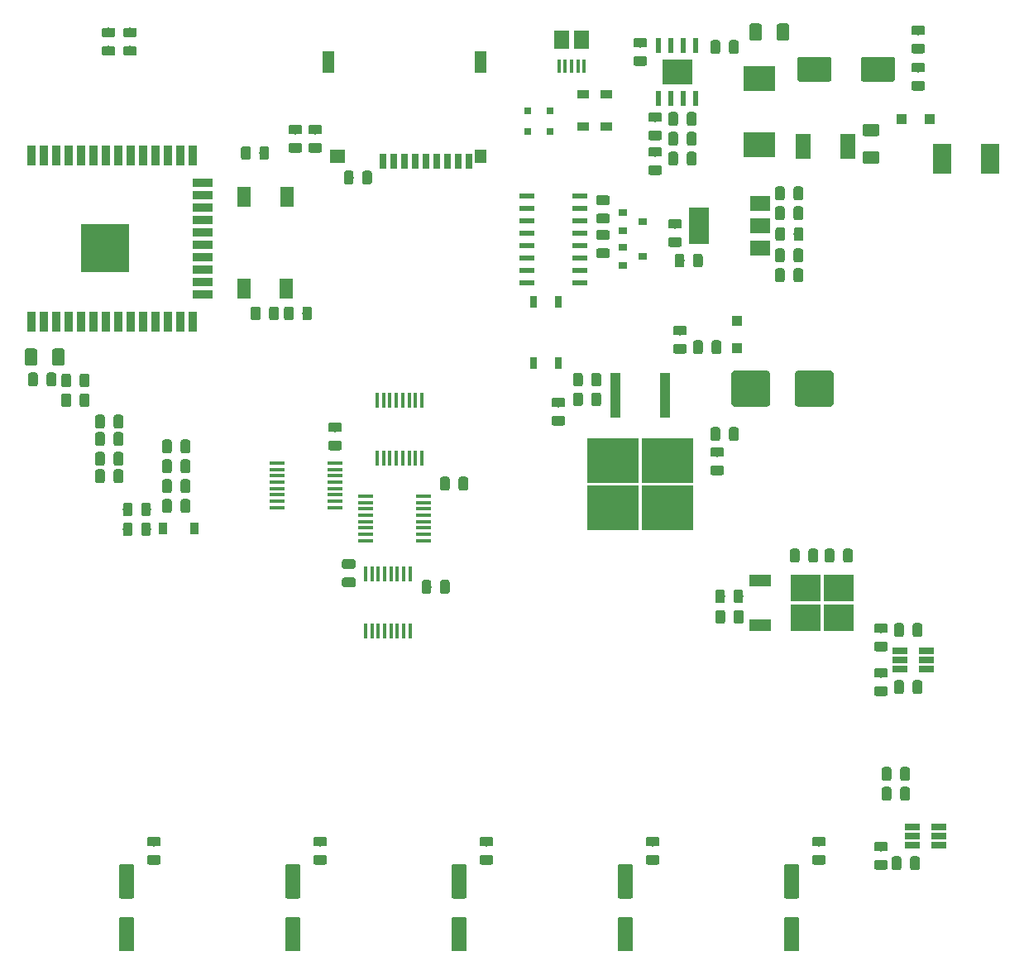
<source format=gtp>
G04 #@! TF.GenerationSoftware,KiCad,Pcbnew,5.0.2-bee76a0~70~ubuntu18.04.1*
G04 #@! TF.CreationDate,2019-10-06T12:15:49+09:00*
G04 #@! TF.ProjectId,MRR_ESPE,4d52525f-4553-4504-952e-6b696361645f,v0.5*
G04 #@! TF.SameCoordinates,Original*
G04 #@! TF.FileFunction,Paste,Top*
G04 #@! TF.FilePolarity,Positive*
%FSLAX46Y46*%
G04 Gerber Fmt 4.6, Leading zero omitted, Abs format (unit mm)*
G04 Created by KiCad (PCBNEW 5.0.2-bee76a0~70~ubuntu18.04.1) date Sun 06 Oct 2019 12:15:49 PM JST*
%MOMM*%
%LPD*%
G01*
G04 APERTURE LIST*
%ADD10C,0.100000*%
%ADD11C,0.975000*%
%ADD12C,3.750000*%
%ADD13R,1.450000X2.100000*%
%ADD14R,1.500000X1.900000*%
%ADD15R,0.400000X1.350000*%
%ADD16C,2.500000*%
%ADD17C,1.250000*%
%ADD18C,1.600000*%
%ADD19R,5.250000X4.550000*%
%ADD20R,1.100000X4.600000*%
%ADD21R,3.050000X2.750000*%
%ADD22R,2.200000X1.200000*%
%ADD23R,0.900000X0.800000*%
%ADD24R,5.000000X5.000000*%
%ADD25R,0.900000X2.000000*%
%ADD26R,2.000000X0.900000*%
%ADD27R,0.600000X1.550000*%
%ADD28R,3.100000X2.600000*%
%ADD29R,1.500000X0.600000*%
%ADD30R,2.000000X1.500000*%
%ADD31R,2.000000X3.800000*%
%ADD32R,0.700000X1.600000*%
%ADD33R,1.200000X1.400000*%
%ADD34R,1.600000X1.400000*%
%ADD35R,1.200000X2.200000*%
%ADD36R,1.960000X3.150000*%
%ADD37R,1.500000X2.500000*%
%ADD38R,3.300000X2.500000*%
%ADD39R,0.900000X1.200000*%
%ADD40R,1.100000X1.100000*%
%ADD41R,0.800000X0.800000*%
%ADD42R,0.800000X1.200000*%
%ADD43R,1.200000X0.900000*%
%ADD44R,1.560000X0.650000*%
%ADD45R,1.500000X0.450000*%
%ADD46R,0.450000X1.500000*%
G04 APERTURE END LIST*
D10*
G04 #@! TO.C,C14*
G36*
X107930142Y-64101174D02*
X107953803Y-64104684D01*
X107977007Y-64110496D01*
X107999529Y-64118554D01*
X108021153Y-64128782D01*
X108041670Y-64141079D01*
X108060883Y-64155329D01*
X108078607Y-64171393D01*
X108094671Y-64189117D01*
X108108921Y-64208330D01*
X108121218Y-64228847D01*
X108131446Y-64250471D01*
X108139504Y-64272993D01*
X108145316Y-64296197D01*
X108148826Y-64319858D01*
X108150000Y-64343750D01*
X108150000Y-65256250D01*
X108148826Y-65280142D01*
X108145316Y-65303803D01*
X108139504Y-65327007D01*
X108131446Y-65349529D01*
X108121218Y-65371153D01*
X108108921Y-65391670D01*
X108094671Y-65410883D01*
X108078607Y-65428607D01*
X108060883Y-65444671D01*
X108041670Y-65458921D01*
X108021153Y-65471218D01*
X107999529Y-65481446D01*
X107977007Y-65489504D01*
X107953803Y-65495316D01*
X107930142Y-65498826D01*
X107906250Y-65500000D01*
X107418750Y-65500000D01*
X107394858Y-65498826D01*
X107371197Y-65495316D01*
X107347993Y-65489504D01*
X107325471Y-65481446D01*
X107303847Y-65471218D01*
X107283330Y-65458921D01*
X107264117Y-65444671D01*
X107246393Y-65428607D01*
X107230329Y-65410883D01*
X107216079Y-65391670D01*
X107203782Y-65371153D01*
X107193554Y-65349529D01*
X107185496Y-65327007D01*
X107179684Y-65303803D01*
X107176174Y-65280142D01*
X107175000Y-65256250D01*
X107175000Y-64343750D01*
X107176174Y-64319858D01*
X107179684Y-64296197D01*
X107185496Y-64272993D01*
X107193554Y-64250471D01*
X107203782Y-64228847D01*
X107216079Y-64208330D01*
X107230329Y-64189117D01*
X107246393Y-64171393D01*
X107264117Y-64155329D01*
X107283330Y-64141079D01*
X107303847Y-64128782D01*
X107325471Y-64118554D01*
X107347993Y-64110496D01*
X107371197Y-64104684D01*
X107394858Y-64101174D01*
X107418750Y-64100000D01*
X107906250Y-64100000D01*
X107930142Y-64101174D01*
X107930142Y-64101174D01*
G37*
D11*
X107662500Y-64800000D03*
D10*
G36*
X109805142Y-64101174D02*
X109828803Y-64104684D01*
X109852007Y-64110496D01*
X109874529Y-64118554D01*
X109896153Y-64128782D01*
X109916670Y-64141079D01*
X109935883Y-64155329D01*
X109953607Y-64171393D01*
X109969671Y-64189117D01*
X109983921Y-64208330D01*
X109996218Y-64228847D01*
X110006446Y-64250471D01*
X110014504Y-64272993D01*
X110020316Y-64296197D01*
X110023826Y-64319858D01*
X110025000Y-64343750D01*
X110025000Y-65256250D01*
X110023826Y-65280142D01*
X110020316Y-65303803D01*
X110014504Y-65327007D01*
X110006446Y-65349529D01*
X109996218Y-65371153D01*
X109983921Y-65391670D01*
X109969671Y-65410883D01*
X109953607Y-65428607D01*
X109935883Y-65444671D01*
X109916670Y-65458921D01*
X109896153Y-65471218D01*
X109874529Y-65481446D01*
X109852007Y-65489504D01*
X109828803Y-65495316D01*
X109805142Y-65498826D01*
X109781250Y-65500000D01*
X109293750Y-65500000D01*
X109269858Y-65498826D01*
X109246197Y-65495316D01*
X109222993Y-65489504D01*
X109200471Y-65481446D01*
X109178847Y-65471218D01*
X109158330Y-65458921D01*
X109139117Y-65444671D01*
X109121393Y-65428607D01*
X109105329Y-65410883D01*
X109091079Y-65391670D01*
X109078782Y-65371153D01*
X109068554Y-65349529D01*
X109060496Y-65327007D01*
X109054684Y-65303803D01*
X109051174Y-65280142D01*
X109050000Y-65256250D01*
X109050000Y-64343750D01*
X109051174Y-64319858D01*
X109054684Y-64296197D01*
X109060496Y-64272993D01*
X109068554Y-64250471D01*
X109078782Y-64228847D01*
X109091079Y-64208330D01*
X109105329Y-64189117D01*
X109121393Y-64171393D01*
X109139117Y-64155329D01*
X109158330Y-64141079D01*
X109178847Y-64128782D01*
X109200471Y-64118554D01*
X109222993Y-64110496D01*
X109246197Y-64104684D01*
X109269858Y-64101174D01*
X109293750Y-64100000D01*
X109781250Y-64100000D01*
X109805142Y-64101174D01*
X109805142Y-64101174D01*
G37*
D11*
X109537500Y-64800000D03*
G04 #@! TD*
D10*
G04 #@! TO.C,C13*
G36*
X120105142Y-61401174D02*
X120128803Y-61404684D01*
X120152007Y-61410496D01*
X120174529Y-61418554D01*
X120196153Y-61428782D01*
X120216670Y-61441079D01*
X120235883Y-61455329D01*
X120253607Y-61471393D01*
X120269671Y-61489117D01*
X120283921Y-61508330D01*
X120296218Y-61528847D01*
X120306446Y-61550471D01*
X120314504Y-61572993D01*
X120320316Y-61596197D01*
X120323826Y-61619858D01*
X120325000Y-61643750D01*
X120325000Y-62556250D01*
X120323826Y-62580142D01*
X120320316Y-62603803D01*
X120314504Y-62627007D01*
X120306446Y-62649529D01*
X120296218Y-62671153D01*
X120283921Y-62691670D01*
X120269671Y-62710883D01*
X120253607Y-62728607D01*
X120235883Y-62744671D01*
X120216670Y-62758921D01*
X120196153Y-62771218D01*
X120174529Y-62781446D01*
X120152007Y-62789504D01*
X120128803Y-62795316D01*
X120105142Y-62798826D01*
X120081250Y-62800000D01*
X119593750Y-62800000D01*
X119569858Y-62798826D01*
X119546197Y-62795316D01*
X119522993Y-62789504D01*
X119500471Y-62781446D01*
X119478847Y-62771218D01*
X119458330Y-62758921D01*
X119439117Y-62744671D01*
X119421393Y-62728607D01*
X119405329Y-62710883D01*
X119391079Y-62691670D01*
X119378782Y-62671153D01*
X119368554Y-62649529D01*
X119360496Y-62627007D01*
X119354684Y-62603803D01*
X119351174Y-62580142D01*
X119350000Y-62556250D01*
X119350000Y-61643750D01*
X119351174Y-61619858D01*
X119354684Y-61596197D01*
X119360496Y-61572993D01*
X119368554Y-61550471D01*
X119378782Y-61528847D01*
X119391079Y-61508330D01*
X119405329Y-61489117D01*
X119421393Y-61471393D01*
X119439117Y-61455329D01*
X119458330Y-61441079D01*
X119478847Y-61428782D01*
X119500471Y-61418554D01*
X119522993Y-61410496D01*
X119546197Y-61404684D01*
X119569858Y-61401174D01*
X119593750Y-61400000D01*
X120081250Y-61400000D01*
X120105142Y-61401174D01*
X120105142Y-61401174D01*
G37*
D11*
X119837500Y-62100000D03*
D10*
G36*
X118230142Y-61401174D02*
X118253803Y-61404684D01*
X118277007Y-61410496D01*
X118299529Y-61418554D01*
X118321153Y-61428782D01*
X118341670Y-61441079D01*
X118360883Y-61455329D01*
X118378607Y-61471393D01*
X118394671Y-61489117D01*
X118408921Y-61508330D01*
X118421218Y-61528847D01*
X118431446Y-61550471D01*
X118439504Y-61572993D01*
X118445316Y-61596197D01*
X118448826Y-61619858D01*
X118450000Y-61643750D01*
X118450000Y-62556250D01*
X118448826Y-62580142D01*
X118445316Y-62603803D01*
X118439504Y-62627007D01*
X118431446Y-62649529D01*
X118421218Y-62671153D01*
X118408921Y-62691670D01*
X118394671Y-62710883D01*
X118378607Y-62728607D01*
X118360883Y-62744671D01*
X118341670Y-62758921D01*
X118321153Y-62771218D01*
X118299529Y-62781446D01*
X118277007Y-62789504D01*
X118253803Y-62795316D01*
X118230142Y-62798826D01*
X118206250Y-62800000D01*
X117718750Y-62800000D01*
X117694858Y-62798826D01*
X117671197Y-62795316D01*
X117647993Y-62789504D01*
X117625471Y-62781446D01*
X117603847Y-62771218D01*
X117583330Y-62758921D01*
X117564117Y-62744671D01*
X117546393Y-62728607D01*
X117530329Y-62710883D01*
X117516079Y-62691670D01*
X117503782Y-62671153D01*
X117493554Y-62649529D01*
X117485496Y-62627007D01*
X117479684Y-62603803D01*
X117476174Y-62580142D01*
X117475000Y-62556250D01*
X117475000Y-61643750D01*
X117476174Y-61619858D01*
X117479684Y-61596197D01*
X117485496Y-61572993D01*
X117493554Y-61550471D01*
X117503782Y-61528847D01*
X117516079Y-61508330D01*
X117530329Y-61489117D01*
X117546393Y-61471393D01*
X117564117Y-61455329D01*
X117583330Y-61441079D01*
X117603847Y-61428782D01*
X117625471Y-61418554D01*
X117647993Y-61410496D01*
X117671197Y-61404684D01*
X117694858Y-61401174D01*
X117718750Y-61400000D01*
X118206250Y-61400000D01*
X118230142Y-61401174D01*
X118230142Y-61401174D01*
G37*
D11*
X117962500Y-62100000D03*
G04 #@! TD*
D10*
G04 #@! TO.C,F2*
G36*
X123027196Y-76027257D02*
X123072699Y-76034007D01*
X123117321Y-76045184D01*
X123160633Y-76060681D01*
X123202217Y-76080349D01*
X123241674Y-76103999D01*
X123278622Y-76131401D01*
X123312706Y-76162294D01*
X123343599Y-76196378D01*
X123371001Y-76233326D01*
X123394651Y-76272783D01*
X123414319Y-76314367D01*
X123429816Y-76357679D01*
X123440993Y-76402301D01*
X123447743Y-76447804D01*
X123450000Y-76493750D01*
X123450000Y-79306250D01*
X123447743Y-79352196D01*
X123440993Y-79397699D01*
X123429816Y-79442321D01*
X123414319Y-79485633D01*
X123394651Y-79527217D01*
X123371001Y-79566674D01*
X123343599Y-79603622D01*
X123312706Y-79637706D01*
X123278622Y-79668599D01*
X123241674Y-79696001D01*
X123202217Y-79719651D01*
X123160633Y-79739319D01*
X123117321Y-79754816D01*
X123072699Y-79765993D01*
X123027196Y-79772743D01*
X122981250Y-79775000D01*
X119918750Y-79775000D01*
X119872804Y-79772743D01*
X119827301Y-79765993D01*
X119782679Y-79754816D01*
X119739367Y-79739319D01*
X119697783Y-79719651D01*
X119658326Y-79696001D01*
X119621378Y-79668599D01*
X119587294Y-79637706D01*
X119556401Y-79603622D01*
X119528999Y-79566674D01*
X119505349Y-79527217D01*
X119485681Y-79485633D01*
X119470184Y-79442321D01*
X119459007Y-79397699D01*
X119452257Y-79352196D01*
X119450000Y-79306250D01*
X119450000Y-76493750D01*
X119452257Y-76447804D01*
X119459007Y-76402301D01*
X119470184Y-76357679D01*
X119485681Y-76314367D01*
X119505349Y-76272783D01*
X119528999Y-76233326D01*
X119556401Y-76196378D01*
X119587294Y-76162294D01*
X119621378Y-76131401D01*
X119658326Y-76103999D01*
X119697783Y-76080349D01*
X119739367Y-76060681D01*
X119782679Y-76045184D01*
X119827301Y-76034007D01*
X119872804Y-76027257D01*
X119918750Y-76025000D01*
X122981250Y-76025000D01*
X123027196Y-76027257D01*
X123027196Y-76027257D01*
G37*
D12*
X121450000Y-77900000D03*
D10*
G36*
X116527196Y-76027257D02*
X116572699Y-76034007D01*
X116617321Y-76045184D01*
X116660633Y-76060681D01*
X116702217Y-76080349D01*
X116741674Y-76103999D01*
X116778622Y-76131401D01*
X116812706Y-76162294D01*
X116843599Y-76196378D01*
X116871001Y-76233326D01*
X116894651Y-76272783D01*
X116914319Y-76314367D01*
X116929816Y-76357679D01*
X116940993Y-76402301D01*
X116947743Y-76447804D01*
X116950000Y-76493750D01*
X116950000Y-79306250D01*
X116947743Y-79352196D01*
X116940993Y-79397699D01*
X116929816Y-79442321D01*
X116914319Y-79485633D01*
X116894651Y-79527217D01*
X116871001Y-79566674D01*
X116843599Y-79603622D01*
X116812706Y-79637706D01*
X116778622Y-79668599D01*
X116741674Y-79696001D01*
X116702217Y-79719651D01*
X116660633Y-79739319D01*
X116617321Y-79754816D01*
X116572699Y-79765993D01*
X116527196Y-79772743D01*
X116481250Y-79775000D01*
X113418750Y-79775000D01*
X113372804Y-79772743D01*
X113327301Y-79765993D01*
X113282679Y-79754816D01*
X113239367Y-79739319D01*
X113197783Y-79719651D01*
X113158326Y-79696001D01*
X113121378Y-79668599D01*
X113087294Y-79637706D01*
X113056401Y-79603622D01*
X113028999Y-79566674D01*
X113005349Y-79527217D01*
X112985681Y-79485633D01*
X112970184Y-79442321D01*
X112959007Y-79397699D01*
X112952257Y-79352196D01*
X112950000Y-79306250D01*
X112950000Y-76493750D01*
X112952257Y-76447804D01*
X112959007Y-76402301D01*
X112970184Y-76357679D01*
X112985681Y-76314367D01*
X113005349Y-76272783D01*
X113028999Y-76233326D01*
X113056401Y-76196378D01*
X113087294Y-76162294D01*
X113121378Y-76131401D01*
X113158326Y-76103999D01*
X113197783Y-76080349D01*
X113239367Y-76060681D01*
X113282679Y-76045184D01*
X113327301Y-76034007D01*
X113372804Y-76027257D01*
X113418750Y-76025000D01*
X116481250Y-76025000D01*
X116527196Y-76027257D01*
X116527196Y-76027257D01*
G37*
D12*
X114950000Y-77900000D03*
G04 #@! TD*
D10*
G04 #@! TO.C,C10*
G36*
X113473142Y-42227174D02*
X113496803Y-42230684D01*
X113520007Y-42236496D01*
X113542529Y-42244554D01*
X113564153Y-42254782D01*
X113584670Y-42267079D01*
X113603883Y-42281329D01*
X113621607Y-42297393D01*
X113637671Y-42315117D01*
X113651921Y-42334330D01*
X113664218Y-42354847D01*
X113674446Y-42376471D01*
X113682504Y-42398993D01*
X113688316Y-42422197D01*
X113691826Y-42445858D01*
X113693000Y-42469750D01*
X113693000Y-43382250D01*
X113691826Y-43406142D01*
X113688316Y-43429803D01*
X113682504Y-43453007D01*
X113674446Y-43475529D01*
X113664218Y-43497153D01*
X113651921Y-43517670D01*
X113637671Y-43536883D01*
X113621607Y-43554607D01*
X113603883Y-43570671D01*
X113584670Y-43584921D01*
X113564153Y-43597218D01*
X113542529Y-43607446D01*
X113520007Y-43615504D01*
X113496803Y-43621316D01*
X113473142Y-43624826D01*
X113449250Y-43626000D01*
X112961750Y-43626000D01*
X112937858Y-43624826D01*
X112914197Y-43621316D01*
X112890993Y-43615504D01*
X112868471Y-43607446D01*
X112846847Y-43597218D01*
X112826330Y-43584921D01*
X112807117Y-43570671D01*
X112789393Y-43554607D01*
X112773329Y-43536883D01*
X112759079Y-43517670D01*
X112746782Y-43497153D01*
X112736554Y-43475529D01*
X112728496Y-43453007D01*
X112722684Y-43429803D01*
X112719174Y-43406142D01*
X112718000Y-43382250D01*
X112718000Y-42469750D01*
X112719174Y-42445858D01*
X112722684Y-42422197D01*
X112728496Y-42398993D01*
X112736554Y-42376471D01*
X112746782Y-42354847D01*
X112759079Y-42334330D01*
X112773329Y-42315117D01*
X112789393Y-42297393D01*
X112807117Y-42281329D01*
X112826330Y-42267079D01*
X112846847Y-42254782D01*
X112868471Y-42244554D01*
X112890993Y-42236496D01*
X112914197Y-42230684D01*
X112937858Y-42227174D01*
X112961750Y-42226000D01*
X113449250Y-42226000D01*
X113473142Y-42227174D01*
X113473142Y-42227174D01*
G37*
D11*
X113205500Y-42926000D03*
D10*
G36*
X111598142Y-42227174D02*
X111621803Y-42230684D01*
X111645007Y-42236496D01*
X111667529Y-42244554D01*
X111689153Y-42254782D01*
X111709670Y-42267079D01*
X111728883Y-42281329D01*
X111746607Y-42297393D01*
X111762671Y-42315117D01*
X111776921Y-42334330D01*
X111789218Y-42354847D01*
X111799446Y-42376471D01*
X111807504Y-42398993D01*
X111813316Y-42422197D01*
X111816826Y-42445858D01*
X111818000Y-42469750D01*
X111818000Y-43382250D01*
X111816826Y-43406142D01*
X111813316Y-43429803D01*
X111807504Y-43453007D01*
X111799446Y-43475529D01*
X111789218Y-43497153D01*
X111776921Y-43517670D01*
X111762671Y-43536883D01*
X111746607Y-43554607D01*
X111728883Y-43570671D01*
X111709670Y-43584921D01*
X111689153Y-43597218D01*
X111667529Y-43607446D01*
X111645007Y-43615504D01*
X111621803Y-43621316D01*
X111598142Y-43624826D01*
X111574250Y-43626000D01*
X111086750Y-43626000D01*
X111062858Y-43624826D01*
X111039197Y-43621316D01*
X111015993Y-43615504D01*
X110993471Y-43607446D01*
X110971847Y-43597218D01*
X110951330Y-43584921D01*
X110932117Y-43570671D01*
X110914393Y-43554607D01*
X110898329Y-43536883D01*
X110884079Y-43517670D01*
X110871782Y-43497153D01*
X110861554Y-43475529D01*
X110853496Y-43453007D01*
X110847684Y-43429803D01*
X110844174Y-43406142D01*
X110843000Y-43382250D01*
X110843000Y-42469750D01*
X110844174Y-42445858D01*
X110847684Y-42422197D01*
X110853496Y-42398993D01*
X110861554Y-42376471D01*
X110871782Y-42354847D01*
X110884079Y-42334330D01*
X110898329Y-42315117D01*
X110914393Y-42297393D01*
X110932117Y-42281329D01*
X110951330Y-42267079D01*
X110971847Y-42254782D01*
X110993471Y-42244554D01*
X111015993Y-42236496D01*
X111039197Y-42230684D01*
X111062858Y-42227174D01*
X111086750Y-42226000D01*
X111574250Y-42226000D01*
X111598142Y-42227174D01*
X111598142Y-42227174D01*
G37*
D11*
X111330500Y-42926000D03*
G04 #@! TD*
D13*
G04 #@! TO.C,SW1*
X67378000Y-67692000D03*
X67478000Y-58292000D03*
X63078000Y-58292000D03*
X63078000Y-67692000D03*
G04 #@! TD*
D14*
G04 #@! TO.C,J16*
X95600000Y-42162500D03*
D15*
X97250000Y-44862500D03*
X97900000Y-44862500D03*
X95300000Y-44862500D03*
X95950000Y-44862500D03*
X96600000Y-44862500D03*
D14*
X97600000Y-42162500D03*
G04 #@! TD*
D10*
G04 #@! TO.C,C1*
G36*
X51438142Y-89571174D02*
X51461803Y-89574684D01*
X51485007Y-89580496D01*
X51507529Y-89588554D01*
X51529153Y-89598782D01*
X51549670Y-89611079D01*
X51568883Y-89625329D01*
X51586607Y-89641393D01*
X51602671Y-89659117D01*
X51616921Y-89678330D01*
X51629218Y-89698847D01*
X51639446Y-89720471D01*
X51647504Y-89742993D01*
X51653316Y-89766197D01*
X51656826Y-89789858D01*
X51658000Y-89813750D01*
X51658000Y-90726250D01*
X51656826Y-90750142D01*
X51653316Y-90773803D01*
X51647504Y-90797007D01*
X51639446Y-90819529D01*
X51629218Y-90841153D01*
X51616921Y-90861670D01*
X51602671Y-90880883D01*
X51586607Y-90898607D01*
X51568883Y-90914671D01*
X51549670Y-90928921D01*
X51529153Y-90941218D01*
X51507529Y-90951446D01*
X51485007Y-90959504D01*
X51461803Y-90965316D01*
X51438142Y-90968826D01*
X51414250Y-90970000D01*
X50926750Y-90970000D01*
X50902858Y-90968826D01*
X50879197Y-90965316D01*
X50855993Y-90959504D01*
X50833471Y-90951446D01*
X50811847Y-90941218D01*
X50791330Y-90928921D01*
X50772117Y-90914671D01*
X50754393Y-90898607D01*
X50738329Y-90880883D01*
X50724079Y-90861670D01*
X50711782Y-90841153D01*
X50701554Y-90819529D01*
X50693496Y-90797007D01*
X50687684Y-90773803D01*
X50684174Y-90750142D01*
X50683000Y-90726250D01*
X50683000Y-89813750D01*
X50684174Y-89789858D01*
X50687684Y-89766197D01*
X50693496Y-89742993D01*
X50701554Y-89720471D01*
X50711782Y-89698847D01*
X50724079Y-89678330D01*
X50738329Y-89659117D01*
X50754393Y-89641393D01*
X50772117Y-89625329D01*
X50791330Y-89611079D01*
X50811847Y-89598782D01*
X50833471Y-89588554D01*
X50855993Y-89580496D01*
X50879197Y-89574684D01*
X50902858Y-89571174D01*
X50926750Y-89570000D01*
X51414250Y-89570000D01*
X51438142Y-89571174D01*
X51438142Y-89571174D01*
G37*
D11*
X51170500Y-90270000D03*
D10*
G36*
X53313142Y-89571174D02*
X53336803Y-89574684D01*
X53360007Y-89580496D01*
X53382529Y-89588554D01*
X53404153Y-89598782D01*
X53424670Y-89611079D01*
X53443883Y-89625329D01*
X53461607Y-89641393D01*
X53477671Y-89659117D01*
X53491921Y-89678330D01*
X53504218Y-89698847D01*
X53514446Y-89720471D01*
X53522504Y-89742993D01*
X53528316Y-89766197D01*
X53531826Y-89789858D01*
X53533000Y-89813750D01*
X53533000Y-90726250D01*
X53531826Y-90750142D01*
X53528316Y-90773803D01*
X53522504Y-90797007D01*
X53514446Y-90819529D01*
X53504218Y-90841153D01*
X53491921Y-90861670D01*
X53477671Y-90880883D01*
X53461607Y-90898607D01*
X53443883Y-90914671D01*
X53424670Y-90928921D01*
X53404153Y-90941218D01*
X53382529Y-90951446D01*
X53360007Y-90959504D01*
X53336803Y-90965316D01*
X53313142Y-90968826D01*
X53289250Y-90970000D01*
X52801750Y-90970000D01*
X52777858Y-90968826D01*
X52754197Y-90965316D01*
X52730993Y-90959504D01*
X52708471Y-90951446D01*
X52686847Y-90941218D01*
X52666330Y-90928921D01*
X52647117Y-90914671D01*
X52629393Y-90898607D01*
X52613329Y-90880883D01*
X52599079Y-90861670D01*
X52586782Y-90841153D01*
X52576554Y-90819529D01*
X52568496Y-90797007D01*
X52562684Y-90773803D01*
X52559174Y-90750142D01*
X52558000Y-90726250D01*
X52558000Y-89813750D01*
X52559174Y-89789858D01*
X52562684Y-89766197D01*
X52568496Y-89742993D01*
X52576554Y-89720471D01*
X52586782Y-89698847D01*
X52599079Y-89678330D01*
X52613329Y-89659117D01*
X52629393Y-89641393D01*
X52647117Y-89625329D01*
X52666330Y-89611079D01*
X52686847Y-89598782D01*
X52708471Y-89588554D01*
X52730993Y-89580496D01*
X52754197Y-89574684D01*
X52777858Y-89571174D01*
X52801750Y-89570000D01*
X53289250Y-89570000D01*
X53313142Y-89571174D01*
X53313142Y-89571174D01*
G37*
D11*
X53045500Y-90270000D03*
G04 #@! TD*
D10*
G04 #@! TO.C,C2*
G36*
X55464142Y-89217174D02*
X55487803Y-89220684D01*
X55511007Y-89226496D01*
X55533529Y-89234554D01*
X55555153Y-89244782D01*
X55575670Y-89257079D01*
X55594883Y-89271329D01*
X55612607Y-89287393D01*
X55628671Y-89305117D01*
X55642921Y-89324330D01*
X55655218Y-89344847D01*
X55665446Y-89366471D01*
X55673504Y-89388993D01*
X55679316Y-89412197D01*
X55682826Y-89435858D01*
X55684000Y-89459750D01*
X55684000Y-90372250D01*
X55682826Y-90396142D01*
X55679316Y-90419803D01*
X55673504Y-90443007D01*
X55665446Y-90465529D01*
X55655218Y-90487153D01*
X55642921Y-90507670D01*
X55628671Y-90526883D01*
X55612607Y-90544607D01*
X55594883Y-90560671D01*
X55575670Y-90574921D01*
X55555153Y-90587218D01*
X55533529Y-90597446D01*
X55511007Y-90605504D01*
X55487803Y-90611316D01*
X55464142Y-90614826D01*
X55440250Y-90616000D01*
X54952750Y-90616000D01*
X54928858Y-90614826D01*
X54905197Y-90611316D01*
X54881993Y-90605504D01*
X54859471Y-90597446D01*
X54837847Y-90587218D01*
X54817330Y-90574921D01*
X54798117Y-90560671D01*
X54780393Y-90544607D01*
X54764329Y-90526883D01*
X54750079Y-90507670D01*
X54737782Y-90487153D01*
X54727554Y-90465529D01*
X54719496Y-90443007D01*
X54713684Y-90419803D01*
X54710174Y-90396142D01*
X54709000Y-90372250D01*
X54709000Y-89459750D01*
X54710174Y-89435858D01*
X54713684Y-89412197D01*
X54719496Y-89388993D01*
X54727554Y-89366471D01*
X54737782Y-89344847D01*
X54750079Y-89324330D01*
X54764329Y-89305117D01*
X54780393Y-89287393D01*
X54798117Y-89271329D01*
X54817330Y-89257079D01*
X54837847Y-89244782D01*
X54859471Y-89234554D01*
X54881993Y-89226496D01*
X54905197Y-89220684D01*
X54928858Y-89217174D01*
X54952750Y-89216000D01*
X55440250Y-89216000D01*
X55464142Y-89217174D01*
X55464142Y-89217174D01*
G37*
D11*
X55196500Y-89916000D03*
D10*
G36*
X57339142Y-89217174D02*
X57362803Y-89220684D01*
X57386007Y-89226496D01*
X57408529Y-89234554D01*
X57430153Y-89244782D01*
X57450670Y-89257079D01*
X57469883Y-89271329D01*
X57487607Y-89287393D01*
X57503671Y-89305117D01*
X57517921Y-89324330D01*
X57530218Y-89344847D01*
X57540446Y-89366471D01*
X57548504Y-89388993D01*
X57554316Y-89412197D01*
X57557826Y-89435858D01*
X57559000Y-89459750D01*
X57559000Y-90372250D01*
X57557826Y-90396142D01*
X57554316Y-90419803D01*
X57548504Y-90443007D01*
X57540446Y-90465529D01*
X57530218Y-90487153D01*
X57517921Y-90507670D01*
X57503671Y-90526883D01*
X57487607Y-90544607D01*
X57469883Y-90560671D01*
X57450670Y-90574921D01*
X57430153Y-90587218D01*
X57408529Y-90597446D01*
X57386007Y-90605504D01*
X57362803Y-90611316D01*
X57339142Y-90614826D01*
X57315250Y-90616000D01*
X56827750Y-90616000D01*
X56803858Y-90614826D01*
X56780197Y-90611316D01*
X56756993Y-90605504D01*
X56734471Y-90597446D01*
X56712847Y-90587218D01*
X56692330Y-90574921D01*
X56673117Y-90560671D01*
X56655393Y-90544607D01*
X56639329Y-90526883D01*
X56625079Y-90507670D01*
X56612782Y-90487153D01*
X56602554Y-90465529D01*
X56594496Y-90443007D01*
X56588684Y-90419803D01*
X56585174Y-90396142D01*
X56584000Y-90372250D01*
X56584000Y-89459750D01*
X56585174Y-89435858D01*
X56588684Y-89412197D01*
X56594496Y-89388993D01*
X56602554Y-89366471D01*
X56612782Y-89344847D01*
X56625079Y-89324330D01*
X56639329Y-89305117D01*
X56655393Y-89287393D01*
X56673117Y-89271329D01*
X56692330Y-89257079D01*
X56712847Y-89244782D01*
X56734471Y-89234554D01*
X56756993Y-89226496D01*
X56780197Y-89220684D01*
X56803858Y-89217174D01*
X56827750Y-89216000D01*
X57315250Y-89216000D01*
X57339142Y-89217174D01*
X57339142Y-89217174D01*
G37*
D11*
X57071500Y-89916000D03*
G04 #@! TD*
D10*
G04 #@! TO.C,C3*
G36*
X55464142Y-83121174D02*
X55487803Y-83124684D01*
X55511007Y-83130496D01*
X55533529Y-83138554D01*
X55555153Y-83148782D01*
X55575670Y-83161079D01*
X55594883Y-83175329D01*
X55612607Y-83191393D01*
X55628671Y-83209117D01*
X55642921Y-83228330D01*
X55655218Y-83248847D01*
X55665446Y-83270471D01*
X55673504Y-83292993D01*
X55679316Y-83316197D01*
X55682826Y-83339858D01*
X55684000Y-83363750D01*
X55684000Y-84276250D01*
X55682826Y-84300142D01*
X55679316Y-84323803D01*
X55673504Y-84347007D01*
X55665446Y-84369529D01*
X55655218Y-84391153D01*
X55642921Y-84411670D01*
X55628671Y-84430883D01*
X55612607Y-84448607D01*
X55594883Y-84464671D01*
X55575670Y-84478921D01*
X55555153Y-84491218D01*
X55533529Y-84501446D01*
X55511007Y-84509504D01*
X55487803Y-84515316D01*
X55464142Y-84518826D01*
X55440250Y-84520000D01*
X54952750Y-84520000D01*
X54928858Y-84518826D01*
X54905197Y-84515316D01*
X54881993Y-84509504D01*
X54859471Y-84501446D01*
X54837847Y-84491218D01*
X54817330Y-84478921D01*
X54798117Y-84464671D01*
X54780393Y-84448607D01*
X54764329Y-84430883D01*
X54750079Y-84411670D01*
X54737782Y-84391153D01*
X54727554Y-84369529D01*
X54719496Y-84347007D01*
X54713684Y-84323803D01*
X54710174Y-84300142D01*
X54709000Y-84276250D01*
X54709000Y-83363750D01*
X54710174Y-83339858D01*
X54713684Y-83316197D01*
X54719496Y-83292993D01*
X54727554Y-83270471D01*
X54737782Y-83248847D01*
X54750079Y-83228330D01*
X54764329Y-83209117D01*
X54780393Y-83191393D01*
X54798117Y-83175329D01*
X54817330Y-83161079D01*
X54837847Y-83148782D01*
X54859471Y-83138554D01*
X54881993Y-83130496D01*
X54905197Y-83124684D01*
X54928858Y-83121174D01*
X54952750Y-83120000D01*
X55440250Y-83120000D01*
X55464142Y-83121174D01*
X55464142Y-83121174D01*
G37*
D11*
X55196500Y-83820000D03*
D10*
G36*
X57339142Y-83121174D02*
X57362803Y-83124684D01*
X57386007Y-83130496D01*
X57408529Y-83138554D01*
X57430153Y-83148782D01*
X57450670Y-83161079D01*
X57469883Y-83175329D01*
X57487607Y-83191393D01*
X57503671Y-83209117D01*
X57517921Y-83228330D01*
X57530218Y-83248847D01*
X57540446Y-83270471D01*
X57548504Y-83292993D01*
X57554316Y-83316197D01*
X57557826Y-83339858D01*
X57559000Y-83363750D01*
X57559000Y-84276250D01*
X57557826Y-84300142D01*
X57554316Y-84323803D01*
X57548504Y-84347007D01*
X57540446Y-84369529D01*
X57530218Y-84391153D01*
X57517921Y-84411670D01*
X57503671Y-84430883D01*
X57487607Y-84448607D01*
X57469883Y-84464671D01*
X57450670Y-84478921D01*
X57430153Y-84491218D01*
X57408529Y-84501446D01*
X57386007Y-84509504D01*
X57362803Y-84515316D01*
X57339142Y-84518826D01*
X57315250Y-84520000D01*
X56827750Y-84520000D01*
X56803858Y-84518826D01*
X56780197Y-84515316D01*
X56756993Y-84509504D01*
X56734471Y-84501446D01*
X56712847Y-84491218D01*
X56692330Y-84478921D01*
X56673117Y-84464671D01*
X56655393Y-84448607D01*
X56639329Y-84430883D01*
X56625079Y-84411670D01*
X56612782Y-84391153D01*
X56602554Y-84369529D01*
X56594496Y-84347007D01*
X56588684Y-84323803D01*
X56585174Y-84300142D01*
X56584000Y-84276250D01*
X56584000Y-83363750D01*
X56585174Y-83339858D01*
X56588684Y-83316197D01*
X56594496Y-83292993D01*
X56602554Y-83270471D01*
X56612782Y-83248847D01*
X56625079Y-83228330D01*
X56639329Y-83209117D01*
X56655393Y-83191393D01*
X56673117Y-83175329D01*
X56692330Y-83161079D01*
X56712847Y-83148782D01*
X56734471Y-83138554D01*
X56756993Y-83130496D01*
X56780197Y-83124684D01*
X56803858Y-83121174D01*
X56827750Y-83120000D01*
X57315250Y-83120000D01*
X57339142Y-83121174D01*
X57339142Y-83121174D01*
G37*
D11*
X57071500Y-83820000D03*
G04 #@! TD*
D10*
G04 #@! TO.C,C4*
G36*
X129488504Y-43963204D02*
X129512773Y-43966804D01*
X129536571Y-43972765D01*
X129559671Y-43981030D01*
X129581849Y-43991520D01*
X129602893Y-44004133D01*
X129622598Y-44018747D01*
X129640777Y-44035223D01*
X129657253Y-44053402D01*
X129671867Y-44073107D01*
X129684480Y-44094151D01*
X129694970Y-44116329D01*
X129703235Y-44139429D01*
X129709196Y-44163227D01*
X129712796Y-44187496D01*
X129714000Y-44212000D01*
X129714000Y-46212000D01*
X129712796Y-46236504D01*
X129709196Y-46260773D01*
X129703235Y-46284571D01*
X129694970Y-46307671D01*
X129684480Y-46329849D01*
X129671867Y-46350893D01*
X129657253Y-46370598D01*
X129640777Y-46388777D01*
X129622598Y-46405253D01*
X129602893Y-46419867D01*
X129581849Y-46432480D01*
X129559671Y-46442970D01*
X129536571Y-46451235D01*
X129512773Y-46457196D01*
X129488504Y-46460796D01*
X129464000Y-46462000D01*
X126464000Y-46462000D01*
X126439496Y-46460796D01*
X126415227Y-46457196D01*
X126391429Y-46451235D01*
X126368329Y-46442970D01*
X126346151Y-46432480D01*
X126325107Y-46419867D01*
X126305402Y-46405253D01*
X126287223Y-46388777D01*
X126270747Y-46370598D01*
X126256133Y-46350893D01*
X126243520Y-46329849D01*
X126233030Y-46307671D01*
X126224765Y-46284571D01*
X126218804Y-46260773D01*
X126215204Y-46236504D01*
X126214000Y-46212000D01*
X126214000Y-44212000D01*
X126215204Y-44187496D01*
X126218804Y-44163227D01*
X126224765Y-44139429D01*
X126233030Y-44116329D01*
X126243520Y-44094151D01*
X126256133Y-44073107D01*
X126270747Y-44053402D01*
X126287223Y-44035223D01*
X126305402Y-44018747D01*
X126325107Y-44004133D01*
X126346151Y-43991520D01*
X126368329Y-43981030D01*
X126391429Y-43972765D01*
X126415227Y-43966804D01*
X126439496Y-43963204D01*
X126464000Y-43962000D01*
X129464000Y-43962000D01*
X129488504Y-43963204D01*
X129488504Y-43963204D01*
G37*
D16*
X127964000Y-45212000D03*
D10*
G36*
X122988504Y-43963204D02*
X123012773Y-43966804D01*
X123036571Y-43972765D01*
X123059671Y-43981030D01*
X123081849Y-43991520D01*
X123102893Y-44004133D01*
X123122598Y-44018747D01*
X123140777Y-44035223D01*
X123157253Y-44053402D01*
X123171867Y-44073107D01*
X123184480Y-44094151D01*
X123194970Y-44116329D01*
X123203235Y-44139429D01*
X123209196Y-44163227D01*
X123212796Y-44187496D01*
X123214000Y-44212000D01*
X123214000Y-46212000D01*
X123212796Y-46236504D01*
X123209196Y-46260773D01*
X123203235Y-46284571D01*
X123194970Y-46307671D01*
X123184480Y-46329849D01*
X123171867Y-46350893D01*
X123157253Y-46370598D01*
X123140777Y-46388777D01*
X123122598Y-46405253D01*
X123102893Y-46419867D01*
X123081849Y-46432480D01*
X123059671Y-46442970D01*
X123036571Y-46451235D01*
X123012773Y-46457196D01*
X122988504Y-46460796D01*
X122964000Y-46462000D01*
X119964000Y-46462000D01*
X119939496Y-46460796D01*
X119915227Y-46457196D01*
X119891429Y-46451235D01*
X119868329Y-46442970D01*
X119846151Y-46432480D01*
X119825107Y-46419867D01*
X119805402Y-46405253D01*
X119787223Y-46388777D01*
X119770747Y-46370598D01*
X119756133Y-46350893D01*
X119743520Y-46329849D01*
X119733030Y-46307671D01*
X119724765Y-46284571D01*
X119718804Y-46260773D01*
X119715204Y-46236504D01*
X119714000Y-46212000D01*
X119714000Y-44212000D01*
X119715204Y-44187496D01*
X119718804Y-44163227D01*
X119724765Y-44139429D01*
X119733030Y-44116329D01*
X119743520Y-44094151D01*
X119756133Y-44073107D01*
X119770747Y-44053402D01*
X119787223Y-44035223D01*
X119805402Y-44018747D01*
X119825107Y-44004133D01*
X119846151Y-43991520D01*
X119868329Y-43981030D01*
X119891429Y-43972765D01*
X119915227Y-43966804D01*
X119939496Y-43963204D01*
X119964000Y-43962000D01*
X122964000Y-43962000D01*
X122988504Y-43963204D01*
X122988504Y-43963204D01*
G37*
D16*
X121464000Y-45212000D03*
G04 #@! TD*
D10*
G04 #@! TO.C,C5*
G36*
X48606142Y-80581174D02*
X48629803Y-80584684D01*
X48653007Y-80590496D01*
X48675529Y-80598554D01*
X48697153Y-80608782D01*
X48717670Y-80621079D01*
X48736883Y-80635329D01*
X48754607Y-80651393D01*
X48770671Y-80669117D01*
X48784921Y-80688330D01*
X48797218Y-80708847D01*
X48807446Y-80730471D01*
X48815504Y-80752993D01*
X48821316Y-80776197D01*
X48824826Y-80799858D01*
X48826000Y-80823750D01*
X48826000Y-81736250D01*
X48824826Y-81760142D01*
X48821316Y-81783803D01*
X48815504Y-81807007D01*
X48807446Y-81829529D01*
X48797218Y-81851153D01*
X48784921Y-81871670D01*
X48770671Y-81890883D01*
X48754607Y-81908607D01*
X48736883Y-81924671D01*
X48717670Y-81938921D01*
X48697153Y-81951218D01*
X48675529Y-81961446D01*
X48653007Y-81969504D01*
X48629803Y-81975316D01*
X48606142Y-81978826D01*
X48582250Y-81980000D01*
X48094750Y-81980000D01*
X48070858Y-81978826D01*
X48047197Y-81975316D01*
X48023993Y-81969504D01*
X48001471Y-81961446D01*
X47979847Y-81951218D01*
X47959330Y-81938921D01*
X47940117Y-81924671D01*
X47922393Y-81908607D01*
X47906329Y-81890883D01*
X47892079Y-81871670D01*
X47879782Y-81851153D01*
X47869554Y-81829529D01*
X47861496Y-81807007D01*
X47855684Y-81783803D01*
X47852174Y-81760142D01*
X47851000Y-81736250D01*
X47851000Y-80823750D01*
X47852174Y-80799858D01*
X47855684Y-80776197D01*
X47861496Y-80752993D01*
X47869554Y-80730471D01*
X47879782Y-80708847D01*
X47892079Y-80688330D01*
X47906329Y-80669117D01*
X47922393Y-80651393D01*
X47940117Y-80635329D01*
X47959330Y-80621079D01*
X47979847Y-80608782D01*
X48001471Y-80598554D01*
X48023993Y-80590496D01*
X48047197Y-80584684D01*
X48070858Y-80581174D01*
X48094750Y-80580000D01*
X48582250Y-80580000D01*
X48606142Y-80581174D01*
X48606142Y-80581174D01*
G37*
D11*
X48338500Y-81280000D03*
D10*
G36*
X50481142Y-80581174D02*
X50504803Y-80584684D01*
X50528007Y-80590496D01*
X50550529Y-80598554D01*
X50572153Y-80608782D01*
X50592670Y-80621079D01*
X50611883Y-80635329D01*
X50629607Y-80651393D01*
X50645671Y-80669117D01*
X50659921Y-80688330D01*
X50672218Y-80708847D01*
X50682446Y-80730471D01*
X50690504Y-80752993D01*
X50696316Y-80776197D01*
X50699826Y-80799858D01*
X50701000Y-80823750D01*
X50701000Y-81736250D01*
X50699826Y-81760142D01*
X50696316Y-81783803D01*
X50690504Y-81807007D01*
X50682446Y-81829529D01*
X50672218Y-81851153D01*
X50659921Y-81871670D01*
X50645671Y-81890883D01*
X50629607Y-81908607D01*
X50611883Y-81924671D01*
X50592670Y-81938921D01*
X50572153Y-81951218D01*
X50550529Y-81961446D01*
X50528007Y-81969504D01*
X50504803Y-81975316D01*
X50481142Y-81978826D01*
X50457250Y-81980000D01*
X49969750Y-81980000D01*
X49945858Y-81978826D01*
X49922197Y-81975316D01*
X49898993Y-81969504D01*
X49876471Y-81961446D01*
X49854847Y-81951218D01*
X49834330Y-81938921D01*
X49815117Y-81924671D01*
X49797393Y-81908607D01*
X49781329Y-81890883D01*
X49767079Y-81871670D01*
X49754782Y-81851153D01*
X49744554Y-81829529D01*
X49736496Y-81807007D01*
X49730684Y-81783803D01*
X49727174Y-81760142D01*
X49726000Y-81736250D01*
X49726000Y-80823750D01*
X49727174Y-80799858D01*
X49730684Y-80776197D01*
X49736496Y-80752993D01*
X49744554Y-80730471D01*
X49754782Y-80708847D01*
X49767079Y-80688330D01*
X49781329Y-80669117D01*
X49797393Y-80651393D01*
X49815117Y-80635329D01*
X49834330Y-80621079D01*
X49854847Y-80608782D01*
X49876471Y-80598554D01*
X49898993Y-80590496D01*
X49922197Y-80584684D01*
X49945858Y-80581174D01*
X49969750Y-80580000D01*
X50457250Y-80580000D01*
X50481142Y-80581174D01*
X50481142Y-80581174D01*
G37*
D11*
X50213500Y-81280000D03*
G04 #@! TD*
D10*
G04 #@! TO.C,C6*
G36*
X47014142Y-78393174D02*
X47037803Y-78396684D01*
X47061007Y-78402496D01*
X47083529Y-78410554D01*
X47105153Y-78420782D01*
X47125670Y-78433079D01*
X47144883Y-78447329D01*
X47162607Y-78463393D01*
X47178671Y-78481117D01*
X47192921Y-78500330D01*
X47205218Y-78520847D01*
X47215446Y-78542471D01*
X47223504Y-78564993D01*
X47229316Y-78588197D01*
X47232826Y-78611858D01*
X47234000Y-78635750D01*
X47234000Y-79548250D01*
X47232826Y-79572142D01*
X47229316Y-79595803D01*
X47223504Y-79619007D01*
X47215446Y-79641529D01*
X47205218Y-79663153D01*
X47192921Y-79683670D01*
X47178671Y-79702883D01*
X47162607Y-79720607D01*
X47144883Y-79736671D01*
X47125670Y-79750921D01*
X47105153Y-79763218D01*
X47083529Y-79773446D01*
X47061007Y-79781504D01*
X47037803Y-79787316D01*
X47014142Y-79790826D01*
X46990250Y-79792000D01*
X46502750Y-79792000D01*
X46478858Y-79790826D01*
X46455197Y-79787316D01*
X46431993Y-79781504D01*
X46409471Y-79773446D01*
X46387847Y-79763218D01*
X46367330Y-79750921D01*
X46348117Y-79736671D01*
X46330393Y-79720607D01*
X46314329Y-79702883D01*
X46300079Y-79683670D01*
X46287782Y-79663153D01*
X46277554Y-79641529D01*
X46269496Y-79619007D01*
X46263684Y-79595803D01*
X46260174Y-79572142D01*
X46259000Y-79548250D01*
X46259000Y-78635750D01*
X46260174Y-78611858D01*
X46263684Y-78588197D01*
X46269496Y-78564993D01*
X46277554Y-78542471D01*
X46287782Y-78520847D01*
X46300079Y-78500330D01*
X46314329Y-78481117D01*
X46330393Y-78463393D01*
X46348117Y-78447329D01*
X46367330Y-78433079D01*
X46387847Y-78420782D01*
X46409471Y-78410554D01*
X46431993Y-78402496D01*
X46455197Y-78396684D01*
X46478858Y-78393174D01*
X46502750Y-78392000D01*
X46990250Y-78392000D01*
X47014142Y-78393174D01*
X47014142Y-78393174D01*
G37*
D11*
X46746500Y-79092000D03*
D10*
G36*
X45139142Y-78393174D02*
X45162803Y-78396684D01*
X45186007Y-78402496D01*
X45208529Y-78410554D01*
X45230153Y-78420782D01*
X45250670Y-78433079D01*
X45269883Y-78447329D01*
X45287607Y-78463393D01*
X45303671Y-78481117D01*
X45317921Y-78500330D01*
X45330218Y-78520847D01*
X45340446Y-78542471D01*
X45348504Y-78564993D01*
X45354316Y-78588197D01*
X45357826Y-78611858D01*
X45359000Y-78635750D01*
X45359000Y-79548250D01*
X45357826Y-79572142D01*
X45354316Y-79595803D01*
X45348504Y-79619007D01*
X45340446Y-79641529D01*
X45330218Y-79663153D01*
X45317921Y-79683670D01*
X45303671Y-79702883D01*
X45287607Y-79720607D01*
X45269883Y-79736671D01*
X45250670Y-79750921D01*
X45230153Y-79763218D01*
X45208529Y-79773446D01*
X45186007Y-79781504D01*
X45162803Y-79787316D01*
X45139142Y-79790826D01*
X45115250Y-79792000D01*
X44627750Y-79792000D01*
X44603858Y-79790826D01*
X44580197Y-79787316D01*
X44556993Y-79781504D01*
X44534471Y-79773446D01*
X44512847Y-79763218D01*
X44492330Y-79750921D01*
X44473117Y-79736671D01*
X44455393Y-79720607D01*
X44439329Y-79702883D01*
X44425079Y-79683670D01*
X44412782Y-79663153D01*
X44402554Y-79641529D01*
X44394496Y-79619007D01*
X44388684Y-79595803D01*
X44385174Y-79572142D01*
X44384000Y-79548250D01*
X44384000Y-78635750D01*
X44385174Y-78611858D01*
X44388684Y-78588197D01*
X44394496Y-78564993D01*
X44402554Y-78542471D01*
X44412782Y-78520847D01*
X44425079Y-78500330D01*
X44439329Y-78481117D01*
X44455393Y-78463393D01*
X44473117Y-78447329D01*
X44492330Y-78433079D01*
X44512847Y-78420782D01*
X44534471Y-78410554D01*
X44556993Y-78402496D01*
X44580197Y-78396684D01*
X44603858Y-78393174D01*
X44627750Y-78392000D01*
X45115250Y-78392000D01*
X45139142Y-78393174D01*
X45139142Y-78393174D01*
G37*
D11*
X44871500Y-79092000D03*
G04 #@! TD*
D10*
G04 #@! TO.C,C7*
G36*
X115839504Y-40528204D02*
X115863773Y-40531804D01*
X115887571Y-40537765D01*
X115910671Y-40546030D01*
X115932849Y-40556520D01*
X115953893Y-40569133D01*
X115973598Y-40583747D01*
X115991777Y-40600223D01*
X116008253Y-40618402D01*
X116022867Y-40638107D01*
X116035480Y-40659151D01*
X116045970Y-40681329D01*
X116054235Y-40704429D01*
X116060196Y-40728227D01*
X116063796Y-40752496D01*
X116065000Y-40777000D01*
X116065000Y-42027000D01*
X116063796Y-42051504D01*
X116060196Y-42075773D01*
X116054235Y-42099571D01*
X116045970Y-42122671D01*
X116035480Y-42144849D01*
X116022867Y-42165893D01*
X116008253Y-42185598D01*
X115991777Y-42203777D01*
X115973598Y-42220253D01*
X115953893Y-42234867D01*
X115932849Y-42247480D01*
X115910671Y-42257970D01*
X115887571Y-42266235D01*
X115863773Y-42272196D01*
X115839504Y-42275796D01*
X115815000Y-42277000D01*
X115065000Y-42277000D01*
X115040496Y-42275796D01*
X115016227Y-42272196D01*
X114992429Y-42266235D01*
X114969329Y-42257970D01*
X114947151Y-42247480D01*
X114926107Y-42234867D01*
X114906402Y-42220253D01*
X114888223Y-42203777D01*
X114871747Y-42185598D01*
X114857133Y-42165893D01*
X114844520Y-42144849D01*
X114834030Y-42122671D01*
X114825765Y-42099571D01*
X114819804Y-42075773D01*
X114816204Y-42051504D01*
X114815000Y-42027000D01*
X114815000Y-40777000D01*
X114816204Y-40752496D01*
X114819804Y-40728227D01*
X114825765Y-40704429D01*
X114834030Y-40681329D01*
X114844520Y-40659151D01*
X114857133Y-40638107D01*
X114871747Y-40618402D01*
X114888223Y-40600223D01*
X114906402Y-40583747D01*
X114926107Y-40569133D01*
X114947151Y-40556520D01*
X114969329Y-40546030D01*
X114992429Y-40537765D01*
X115016227Y-40531804D01*
X115040496Y-40528204D01*
X115065000Y-40527000D01*
X115815000Y-40527000D01*
X115839504Y-40528204D01*
X115839504Y-40528204D01*
G37*
D17*
X115440000Y-41402000D03*
D10*
G36*
X118639504Y-40528204D02*
X118663773Y-40531804D01*
X118687571Y-40537765D01*
X118710671Y-40546030D01*
X118732849Y-40556520D01*
X118753893Y-40569133D01*
X118773598Y-40583747D01*
X118791777Y-40600223D01*
X118808253Y-40618402D01*
X118822867Y-40638107D01*
X118835480Y-40659151D01*
X118845970Y-40681329D01*
X118854235Y-40704429D01*
X118860196Y-40728227D01*
X118863796Y-40752496D01*
X118865000Y-40777000D01*
X118865000Y-42027000D01*
X118863796Y-42051504D01*
X118860196Y-42075773D01*
X118854235Y-42099571D01*
X118845970Y-42122671D01*
X118835480Y-42144849D01*
X118822867Y-42165893D01*
X118808253Y-42185598D01*
X118791777Y-42203777D01*
X118773598Y-42220253D01*
X118753893Y-42234867D01*
X118732849Y-42247480D01*
X118710671Y-42257970D01*
X118687571Y-42266235D01*
X118663773Y-42272196D01*
X118639504Y-42275796D01*
X118615000Y-42277000D01*
X117865000Y-42277000D01*
X117840496Y-42275796D01*
X117816227Y-42272196D01*
X117792429Y-42266235D01*
X117769329Y-42257970D01*
X117747151Y-42247480D01*
X117726107Y-42234867D01*
X117706402Y-42220253D01*
X117688223Y-42203777D01*
X117671747Y-42185598D01*
X117657133Y-42165893D01*
X117644520Y-42144849D01*
X117634030Y-42122671D01*
X117625765Y-42099571D01*
X117619804Y-42075773D01*
X117616204Y-42051504D01*
X117615000Y-42027000D01*
X117615000Y-40777000D01*
X117616204Y-40752496D01*
X117619804Y-40728227D01*
X117625765Y-40704429D01*
X117634030Y-40681329D01*
X117644520Y-40659151D01*
X117657133Y-40638107D01*
X117671747Y-40618402D01*
X117688223Y-40600223D01*
X117706402Y-40583747D01*
X117726107Y-40569133D01*
X117747151Y-40556520D01*
X117769329Y-40546030D01*
X117792429Y-40537765D01*
X117816227Y-40531804D01*
X117840496Y-40528204D01*
X117865000Y-40527000D01*
X118615000Y-40527000D01*
X118639504Y-40528204D01*
X118639504Y-40528204D01*
G37*
D17*
X118240000Y-41402000D03*
G04 #@! TD*
D10*
G04 #@! TO.C,C8*
G36*
X109155142Y-51625174D02*
X109178803Y-51628684D01*
X109202007Y-51634496D01*
X109224529Y-51642554D01*
X109246153Y-51652782D01*
X109266670Y-51665079D01*
X109285883Y-51679329D01*
X109303607Y-51695393D01*
X109319671Y-51713117D01*
X109333921Y-51732330D01*
X109346218Y-51752847D01*
X109356446Y-51774471D01*
X109364504Y-51796993D01*
X109370316Y-51820197D01*
X109373826Y-51843858D01*
X109375000Y-51867750D01*
X109375000Y-52780250D01*
X109373826Y-52804142D01*
X109370316Y-52827803D01*
X109364504Y-52851007D01*
X109356446Y-52873529D01*
X109346218Y-52895153D01*
X109333921Y-52915670D01*
X109319671Y-52934883D01*
X109303607Y-52952607D01*
X109285883Y-52968671D01*
X109266670Y-52982921D01*
X109246153Y-52995218D01*
X109224529Y-53005446D01*
X109202007Y-53013504D01*
X109178803Y-53019316D01*
X109155142Y-53022826D01*
X109131250Y-53024000D01*
X108643750Y-53024000D01*
X108619858Y-53022826D01*
X108596197Y-53019316D01*
X108572993Y-53013504D01*
X108550471Y-53005446D01*
X108528847Y-52995218D01*
X108508330Y-52982921D01*
X108489117Y-52968671D01*
X108471393Y-52952607D01*
X108455329Y-52934883D01*
X108441079Y-52915670D01*
X108428782Y-52895153D01*
X108418554Y-52873529D01*
X108410496Y-52851007D01*
X108404684Y-52827803D01*
X108401174Y-52804142D01*
X108400000Y-52780250D01*
X108400000Y-51867750D01*
X108401174Y-51843858D01*
X108404684Y-51820197D01*
X108410496Y-51796993D01*
X108418554Y-51774471D01*
X108428782Y-51752847D01*
X108441079Y-51732330D01*
X108455329Y-51713117D01*
X108471393Y-51695393D01*
X108489117Y-51679329D01*
X108508330Y-51665079D01*
X108528847Y-51652782D01*
X108550471Y-51642554D01*
X108572993Y-51634496D01*
X108596197Y-51628684D01*
X108619858Y-51625174D01*
X108643750Y-51624000D01*
X109131250Y-51624000D01*
X109155142Y-51625174D01*
X109155142Y-51625174D01*
G37*
D11*
X108887500Y-52324000D03*
D10*
G36*
X107280142Y-51625174D02*
X107303803Y-51628684D01*
X107327007Y-51634496D01*
X107349529Y-51642554D01*
X107371153Y-51652782D01*
X107391670Y-51665079D01*
X107410883Y-51679329D01*
X107428607Y-51695393D01*
X107444671Y-51713117D01*
X107458921Y-51732330D01*
X107471218Y-51752847D01*
X107481446Y-51774471D01*
X107489504Y-51796993D01*
X107495316Y-51820197D01*
X107498826Y-51843858D01*
X107500000Y-51867750D01*
X107500000Y-52780250D01*
X107498826Y-52804142D01*
X107495316Y-52827803D01*
X107489504Y-52851007D01*
X107481446Y-52873529D01*
X107471218Y-52895153D01*
X107458921Y-52915670D01*
X107444671Y-52934883D01*
X107428607Y-52952607D01*
X107410883Y-52968671D01*
X107391670Y-52982921D01*
X107371153Y-52995218D01*
X107349529Y-53005446D01*
X107327007Y-53013504D01*
X107303803Y-53019316D01*
X107280142Y-53022826D01*
X107256250Y-53024000D01*
X106768750Y-53024000D01*
X106744858Y-53022826D01*
X106721197Y-53019316D01*
X106697993Y-53013504D01*
X106675471Y-53005446D01*
X106653847Y-52995218D01*
X106633330Y-52982921D01*
X106614117Y-52968671D01*
X106596393Y-52952607D01*
X106580329Y-52934883D01*
X106566079Y-52915670D01*
X106553782Y-52895153D01*
X106543554Y-52873529D01*
X106535496Y-52851007D01*
X106529684Y-52827803D01*
X106526174Y-52804142D01*
X106525000Y-52780250D01*
X106525000Y-51867750D01*
X106526174Y-51843858D01*
X106529684Y-51820197D01*
X106535496Y-51796993D01*
X106543554Y-51774471D01*
X106553782Y-51752847D01*
X106566079Y-51732330D01*
X106580329Y-51713117D01*
X106596393Y-51695393D01*
X106614117Y-51679329D01*
X106633330Y-51665079D01*
X106653847Y-51652782D01*
X106675471Y-51642554D01*
X106697993Y-51634496D01*
X106721197Y-51628684D01*
X106744858Y-51625174D01*
X106768750Y-51624000D01*
X107256250Y-51624000D01*
X107280142Y-51625174D01*
X107280142Y-51625174D01*
G37*
D11*
X107012500Y-52324000D03*
G04 #@! TD*
D10*
G04 #@! TO.C,C9*
G36*
X109155142Y-49593174D02*
X109178803Y-49596684D01*
X109202007Y-49602496D01*
X109224529Y-49610554D01*
X109246153Y-49620782D01*
X109266670Y-49633079D01*
X109285883Y-49647329D01*
X109303607Y-49663393D01*
X109319671Y-49681117D01*
X109333921Y-49700330D01*
X109346218Y-49720847D01*
X109356446Y-49742471D01*
X109364504Y-49764993D01*
X109370316Y-49788197D01*
X109373826Y-49811858D01*
X109375000Y-49835750D01*
X109375000Y-50748250D01*
X109373826Y-50772142D01*
X109370316Y-50795803D01*
X109364504Y-50819007D01*
X109356446Y-50841529D01*
X109346218Y-50863153D01*
X109333921Y-50883670D01*
X109319671Y-50902883D01*
X109303607Y-50920607D01*
X109285883Y-50936671D01*
X109266670Y-50950921D01*
X109246153Y-50963218D01*
X109224529Y-50973446D01*
X109202007Y-50981504D01*
X109178803Y-50987316D01*
X109155142Y-50990826D01*
X109131250Y-50992000D01*
X108643750Y-50992000D01*
X108619858Y-50990826D01*
X108596197Y-50987316D01*
X108572993Y-50981504D01*
X108550471Y-50973446D01*
X108528847Y-50963218D01*
X108508330Y-50950921D01*
X108489117Y-50936671D01*
X108471393Y-50920607D01*
X108455329Y-50902883D01*
X108441079Y-50883670D01*
X108428782Y-50863153D01*
X108418554Y-50841529D01*
X108410496Y-50819007D01*
X108404684Y-50795803D01*
X108401174Y-50772142D01*
X108400000Y-50748250D01*
X108400000Y-49835750D01*
X108401174Y-49811858D01*
X108404684Y-49788197D01*
X108410496Y-49764993D01*
X108418554Y-49742471D01*
X108428782Y-49720847D01*
X108441079Y-49700330D01*
X108455329Y-49681117D01*
X108471393Y-49663393D01*
X108489117Y-49647329D01*
X108508330Y-49633079D01*
X108528847Y-49620782D01*
X108550471Y-49610554D01*
X108572993Y-49602496D01*
X108596197Y-49596684D01*
X108619858Y-49593174D01*
X108643750Y-49592000D01*
X109131250Y-49592000D01*
X109155142Y-49593174D01*
X109155142Y-49593174D01*
G37*
D11*
X108887500Y-50292000D03*
D10*
G36*
X107280142Y-49593174D02*
X107303803Y-49596684D01*
X107327007Y-49602496D01*
X107349529Y-49610554D01*
X107371153Y-49620782D01*
X107391670Y-49633079D01*
X107410883Y-49647329D01*
X107428607Y-49663393D01*
X107444671Y-49681117D01*
X107458921Y-49700330D01*
X107471218Y-49720847D01*
X107481446Y-49742471D01*
X107489504Y-49764993D01*
X107495316Y-49788197D01*
X107498826Y-49811858D01*
X107500000Y-49835750D01*
X107500000Y-50748250D01*
X107498826Y-50772142D01*
X107495316Y-50795803D01*
X107489504Y-50819007D01*
X107481446Y-50841529D01*
X107471218Y-50863153D01*
X107458921Y-50883670D01*
X107444671Y-50902883D01*
X107428607Y-50920607D01*
X107410883Y-50936671D01*
X107391670Y-50950921D01*
X107371153Y-50963218D01*
X107349529Y-50973446D01*
X107327007Y-50981504D01*
X107303803Y-50987316D01*
X107280142Y-50990826D01*
X107256250Y-50992000D01*
X106768750Y-50992000D01*
X106744858Y-50990826D01*
X106721197Y-50987316D01*
X106697993Y-50981504D01*
X106675471Y-50973446D01*
X106653847Y-50963218D01*
X106633330Y-50950921D01*
X106614117Y-50936671D01*
X106596393Y-50920607D01*
X106580329Y-50902883D01*
X106566079Y-50883670D01*
X106553782Y-50863153D01*
X106543554Y-50841529D01*
X106535496Y-50819007D01*
X106529684Y-50795803D01*
X106526174Y-50772142D01*
X106525000Y-50748250D01*
X106525000Y-49835750D01*
X106526174Y-49811858D01*
X106529684Y-49788197D01*
X106535496Y-49764993D01*
X106543554Y-49742471D01*
X106553782Y-49720847D01*
X106566079Y-49700330D01*
X106580329Y-49681117D01*
X106596393Y-49663393D01*
X106614117Y-49647329D01*
X106633330Y-49633079D01*
X106653847Y-49620782D01*
X106675471Y-49610554D01*
X106697993Y-49602496D01*
X106721197Y-49596684D01*
X106744858Y-49593174D01*
X106768750Y-49592000D01*
X107256250Y-49592000D01*
X107280142Y-49593174D01*
X107280142Y-49593174D01*
G37*
D11*
X107012500Y-50292000D03*
G04 #@! TD*
D10*
G04 #@! TO.C,C11*
G36*
X107668142Y-60552174D02*
X107691803Y-60555684D01*
X107715007Y-60561496D01*
X107737529Y-60569554D01*
X107759153Y-60579782D01*
X107779670Y-60592079D01*
X107798883Y-60606329D01*
X107816607Y-60622393D01*
X107832671Y-60640117D01*
X107846921Y-60659330D01*
X107859218Y-60679847D01*
X107869446Y-60701471D01*
X107877504Y-60723993D01*
X107883316Y-60747197D01*
X107886826Y-60770858D01*
X107888000Y-60794750D01*
X107888000Y-61282250D01*
X107886826Y-61306142D01*
X107883316Y-61329803D01*
X107877504Y-61353007D01*
X107869446Y-61375529D01*
X107859218Y-61397153D01*
X107846921Y-61417670D01*
X107832671Y-61436883D01*
X107816607Y-61454607D01*
X107798883Y-61470671D01*
X107779670Y-61484921D01*
X107759153Y-61497218D01*
X107737529Y-61507446D01*
X107715007Y-61515504D01*
X107691803Y-61521316D01*
X107668142Y-61524826D01*
X107644250Y-61526000D01*
X106731750Y-61526000D01*
X106707858Y-61524826D01*
X106684197Y-61521316D01*
X106660993Y-61515504D01*
X106638471Y-61507446D01*
X106616847Y-61497218D01*
X106596330Y-61484921D01*
X106577117Y-61470671D01*
X106559393Y-61454607D01*
X106543329Y-61436883D01*
X106529079Y-61417670D01*
X106516782Y-61397153D01*
X106506554Y-61375529D01*
X106498496Y-61353007D01*
X106492684Y-61329803D01*
X106489174Y-61306142D01*
X106488000Y-61282250D01*
X106488000Y-60794750D01*
X106489174Y-60770858D01*
X106492684Y-60747197D01*
X106498496Y-60723993D01*
X106506554Y-60701471D01*
X106516782Y-60679847D01*
X106529079Y-60659330D01*
X106543329Y-60640117D01*
X106559393Y-60622393D01*
X106577117Y-60606329D01*
X106596330Y-60592079D01*
X106616847Y-60579782D01*
X106638471Y-60569554D01*
X106660993Y-60561496D01*
X106684197Y-60555684D01*
X106707858Y-60552174D01*
X106731750Y-60551000D01*
X107644250Y-60551000D01*
X107668142Y-60552174D01*
X107668142Y-60552174D01*
G37*
D11*
X107188000Y-61038500D03*
D10*
G36*
X107668142Y-62427174D02*
X107691803Y-62430684D01*
X107715007Y-62436496D01*
X107737529Y-62444554D01*
X107759153Y-62454782D01*
X107779670Y-62467079D01*
X107798883Y-62481329D01*
X107816607Y-62497393D01*
X107832671Y-62515117D01*
X107846921Y-62534330D01*
X107859218Y-62554847D01*
X107869446Y-62576471D01*
X107877504Y-62598993D01*
X107883316Y-62622197D01*
X107886826Y-62645858D01*
X107888000Y-62669750D01*
X107888000Y-63157250D01*
X107886826Y-63181142D01*
X107883316Y-63204803D01*
X107877504Y-63228007D01*
X107869446Y-63250529D01*
X107859218Y-63272153D01*
X107846921Y-63292670D01*
X107832671Y-63311883D01*
X107816607Y-63329607D01*
X107798883Y-63345671D01*
X107779670Y-63359921D01*
X107759153Y-63372218D01*
X107737529Y-63382446D01*
X107715007Y-63390504D01*
X107691803Y-63396316D01*
X107668142Y-63399826D01*
X107644250Y-63401000D01*
X106731750Y-63401000D01*
X106707858Y-63399826D01*
X106684197Y-63396316D01*
X106660993Y-63390504D01*
X106638471Y-63382446D01*
X106616847Y-63372218D01*
X106596330Y-63359921D01*
X106577117Y-63345671D01*
X106559393Y-63329607D01*
X106543329Y-63311883D01*
X106529079Y-63292670D01*
X106516782Y-63272153D01*
X106506554Y-63250529D01*
X106498496Y-63228007D01*
X106492684Y-63204803D01*
X106489174Y-63181142D01*
X106488000Y-63157250D01*
X106488000Y-62669750D01*
X106489174Y-62645858D01*
X106492684Y-62622197D01*
X106498496Y-62598993D01*
X106506554Y-62576471D01*
X106516782Y-62554847D01*
X106529079Y-62534330D01*
X106543329Y-62515117D01*
X106559393Y-62497393D01*
X106577117Y-62481329D01*
X106596330Y-62467079D01*
X106616847Y-62454782D01*
X106638471Y-62444554D01*
X106660993Y-62436496D01*
X106684197Y-62430684D01*
X106707858Y-62427174D01*
X106731750Y-62426000D01*
X107644250Y-62426000D01*
X107668142Y-62427174D01*
X107668142Y-62427174D01*
G37*
D11*
X107188000Y-62913500D03*
G04 #@! TD*
D10*
G04 #@! TO.C,C12*
G36*
X127903504Y-53608204D02*
X127927773Y-53611804D01*
X127951571Y-53617765D01*
X127974671Y-53626030D01*
X127996849Y-53636520D01*
X128017893Y-53649133D01*
X128037598Y-53663747D01*
X128055777Y-53680223D01*
X128072253Y-53698402D01*
X128086867Y-53718107D01*
X128099480Y-53739151D01*
X128109970Y-53761329D01*
X128118235Y-53784429D01*
X128124196Y-53808227D01*
X128127796Y-53832496D01*
X128129000Y-53857000D01*
X128129000Y-54607000D01*
X128127796Y-54631504D01*
X128124196Y-54655773D01*
X128118235Y-54679571D01*
X128109970Y-54702671D01*
X128099480Y-54724849D01*
X128086867Y-54745893D01*
X128072253Y-54765598D01*
X128055777Y-54783777D01*
X128037598Y-54800253D01*
X128017893Y-54814867D01*
X127996849Y-54827480D01*
X127974671Y-54837970D01*
X127951571Y-54846235D01*
X127927773Y-54852196D01*
X127903504Y-54855796D01*
X127879000Y-54857000D01*
X126629000Y-54857000D01*
X126604496Y-54855796D01*
X126580227Y-54852196D01*
X126556429Y-54846235D01*
X126533329Y-54837970D01*
X126511151Y-54827480D01*
X126490107Y-54814867D01*
X126470402Y-54800253D01*
X126452223Y-54783777D01*
X126435747Y-54765598D01*
X126421133Y-54745893D01*
X126408520Y-54724849D01*
X126398030Y-54702671D01*
X126389765Y-54679571D01*
X126383804Y-54655773D01*
X126380204Y-54631504D01*
X126379000Y-54607000D01*
X126379000Y-53857000D01*
X126380204Y-53832496D01*
X126383804Y-53808227D01*
X126389765Y-53784429D01*
X126398030Y-53761329D01*
X126408520Y-53739151D01*
X126421133Y-53718107D01*
X126435747Y-53698402D01*
X126452223Y-53680223D01*
X126470402Y-53663747D01*
X126490107Y-53649133D01*
X126511151Y-53636520D01*
X126533329Y-53626030D01*
X126556429Y-53617765D01*
X126580227Y-53611804D01*
X126604496Y-53608204D01*
X126629000Y-53607000D01*
X127879000Y-53607000D01*
X127903504Y-53608204D01*
X127903504Y-53608204D01*
G37*
D17*
X127254000Y-54232000D03*
D10*
G36*
X127903504Y-50808204D02*
X127927773Y-50811804D01*
X127951571Y-50817765D01*
X127974671Y-50826030D01*
X127996849Y-50836520D01*
X128017893Y-50849133D01*
X128037598Y-50863747D01*
X128055777Y-50880223D01*
X128072253Y-50898402D01*
X128086867Y-50918107D01*
X128099480Y-50939151D01*
X128109970Y-50961329D01*
X128118235Y-50984429D01*
X128124196Y-51008227D01*
X128127796Y-51032496D01*
X128129000Y-51057000D01*
X128129000Y-51807000D01*
X128127796Y-51831504D01*
X128124196Y-51855773D01*
X128118235Y-51879571D01*
X128109970Y-51902671D01*
X128099480Y-51924849D01*
X128086867Y-51945893D01*
X128072253Y-51965598D01*
X128055777Y-51983777D01*
X128037598Y-52000253D01*
X128017893Y-52014867D01*
X127996849Y-52027480D01*
X127974671Y-52037970D01*
X127951571Y-52046235D01*
X127927773Y-52052196D01*
X127903504Y-52055796D01*
X127879000Y-52057000D01*
X126629000Y-52057000D01*
X126604496Y-52055796D01*
X126580227Y-52052196D01*
X126556429Y-52046235D01*
X126533329Y-52037970D01*
X126511151Y-52027480D01*
X126490107Y-52014867D01*
X126470402Y-52000253D01*
X126452223Y-51983777D01*
X126435747Y-51965598D01*
X126421133Y-51945893D01*
X126408520Y-51924849D01*
X126398030Y-51902671D01*
X126389765Y-51879571D01*
X126383804Y-51855773D01*
X126380204Y-51831504D01*
X126379000Y-51807000D01*
X126379000Y-51057000D01*
X126380204Y-51032496D01*
X126383804Y-51008227D01*
X126389765Y-50984429D01*
X126398030Y-50961329D01*
X126408520Y-50939151D01*
X126421133Y-50918107D01*
X126435747Y-50898402D01*
X126452223Y-50880223D01*
X126470402Y-50863747D01*
X126490107Y-50849133D01*
X126511151Y-50836520D01*
X126533329Y-50826030D01*
X126556429Y-50817765D01*
X126580227Y-50811804D01*
X126604496Y-50808204D01*
X126629000Y-50807000D01*
X127879000Y-50807000D01*
X127903504Y-50808204D01*
X127903504Y-50808204D01*
G37*
D17*
X127254000Y-51432000D03*
G04 #@! TD*
D10*
G04 #@! TO.C,C15*
G36*
X51628504Y-126615204D02*
X51652773Y-126618804D01*
X51676571Y-126624765D01*
X51699671Y-126633030D01*
X51721849Y-126643520D01*
X51742893Y-126656133D01*
X51762598Y-126670747D01*
X51780777Y-126687223D01*
X51797253Y-126705402D01*
X51811867Y-126725107D01*
X51824480Y-126746151D01*
X51834970Y-126768329D01*
X51843235Y-126791429D01*
X51849196Y-126815227D01*
X51852796Y-126839496D01*
X51854000Y-126864000D01*
X51854000Y-129864000D01*
X51852796Y-129888504D01*
X51849196Y-129912773D01*
X51843235Y-129936571D01*
X51834970Y-129959671D01*
X51824480Y-129981849D01*
X51811867Y-130002893D01*
X51797253Y-130022598D01*
X51780777Y-130040777D01*
X51762598Y-130057253D01*
X51742893Y-130071867D01*
X51721849Y-130084480D01*
X51699671Y-130094970D01*
X51676571Y-130103235D01*
X51652773Y-130109196D01*
X51628504Y-130112796D01*
X51604000Y-130114000D01*
X50504000Y-130114000D01*
X50479496Y-130112796D01*
X50455227Y-130109196D01*
X50431429Y-130103235D01*
X50408329Y-130094970D01*
X50386151Y-130084480D01*
X50365107Y-130071867D01*
X50345402Y-130057253D01*
X50327223Y-130040777D01*
X50310747Y-130022598D01*
X50296133Y-130002893D01*
X50283520Y-129981849D01*
X50273030Y-129959671D01*
X50264765Y-129936571D01*
X50258804Y-129912773D01*
X50255204Y-129888504D01*
X50254000Y-129864000D01*
X50254000Y-126864000D01*
X50255204Y-126839496D01*
X50258804Y-126815227D01*
X50264765Y-126791429D01*
X50273030Y-126768329D01*
X50283520Y-126746151D01*
X50296133Y-126725107D01*
X50310747Y-126705402D01*
X50327223Y-126687223D01*
X50345402Y-126670747D01*
X50365107Y-126656133D01*
X50386151Y-126643520D01*
X50408329Y-126633030D01*
X50431429Y-126624765D01*
X50455227Y-126618804D01*
X50479496Y-126615204D01*
X50504000Y-126614000D01*
X51604000Y-126614000D01*
X51628504Y-126615204D01*
X51628504Y-126615204D01*
G37*
D18*
X51054000Y-128364000D03*
D10*
G36*
X51628504Y-132015204D02*
X51652773Y-132018804D01*
X51676571Y-132024765D01*
X51699671Y-132033030D01*
X51721849Y-132043520D01*
X51742893Y-132056133D01*
X51762598Y-132070747D01*
X51780777Y-132087223D01*
X51797253Y-132105402D01*
X51811867Y-132125107D01*
X51824480Y-132146151D01*
X51834970Y-132168329D01*
X51843235Y-132191429D01*
X51849196Y-132215227D01*
X51852796Y-132239496D01*
X51854000Y-132264000D01*
X51854000Y-135264000D01*
X51852796Y-135288504D01*
X51849196Y-135312773D01*
X51843235Y-135336571D01*
X51834970Y-135359671D01*
X51824480Y-135381849D01*
X51811867Y-135402893D01*
X51797253Y-135422598D01*
X51780777Y-135440777D01*
X51762598Y-135457253D01*
X51742893Y-135471867D01*
X51721849Y-135484480D01*
X51699671Y-135494970D01*
X51676571Y-135503235D01*
X51652773Y-135509196D01*
X51628504Y-135512796D01*
X51604000Y-135514000D01*
X50504000Y-135514000D01*
X50479496Y-135512796D01*
X50455227Y-135509196D01*
X50431429Y-135503235D01*
X50408329Y-135494970D01*
X50386151Y-135484480D01*
X50365107Y-135471867D01*
X50345402Y-135457253D01*
X50327223Y-135440777D01*
X50310747Y-135422598D01*
X50296133Y-135402893D01*
X50283520Y-135381849D01*
X50273030Y-135359671D01*
X50264765Y-135336571D01*
X50258804Y-135312773D01*
X50255204Y-135288504D01*
X50254000Y-135264000D01*
X50254000Y-132264000D01*
X50255204Y-132239496D01*
X50258804Y-132215227D01*
X50264765Y-132191429D01*
X50273030Y-132168329D01*
X50283520Y-132146151D01*
X50296133Y-132125107D01*
X50310747Y-132105402D01*
X50327223Y-132087223D01*
X50345402Y-132070747D01*
X50365107Y-132056133D01*
X50386151Y-132043520D01*
X50408329Y-132033030D01*
X50431429Y-132024765D01*
X50455227Y-132018804D01*
X50479496Y-132015204D01*
X50504000Y-132014000D01*
X51604000Y-132014000D01*
X51628504Y-132015204D01*
X51628504Y-132015204D01*
G37*
D18*
X51054000Y-133764000D03*
G04 #@! TD*
D10*
G04 #@! TO.C,C16*
G36*
X85664504Y-126615204D02*
X85688773Y-126618804D01*
X85712571Y-126624765D01*
X85735671Y-126633030D01*
X85757849Y-126643520D01*
X85778893Y-126656133D01*
X85798598Y-126670747D01*
X85816777Y-126687223D01*
X85833253Y-126705402D01*
X85847867Y-126725107D01*
X85860480Y-126746151D01*
X85870970Y-126768329D01*
X85879235Y-126791429D01*
X85885196Y-126815227D01*
X85888796Y-126839496D01*
X85890000Y-126864000D01*
X85890000Y-129864000D01*
X85888796Y-129888504D01*
X85885196Y-129912773D01*
X85879235Y-129936571D01*
X85870970Y-129959671D01*
X85860480Y-129981849D01*
X85847867Y-130002893D01*
X85833253Y-130022598D01*
X85816777Y-130040777D01*
X85798598Y-130057253D01*
X85778893Y-130071867D01*
X85757849Y-130084480D01*
X85735671Y-130094970D01*
X85712571Y-130103235D01*
X85688773Y-130109196D01*
X85664504Y-130112796D01*
X85640000Y-130114000D01*
X84540000Y-130114000D01*
X84515496Y-130112796D01*
X84491227Y-130109196D01*
X84467429Y-130103235D01*
X84444329Y-130094970D01*
X84422151Y-130084480D01*
X84401107Y-130071867D01*
X84381402Y-130057253D01*
X84363223Y-130040777D01*
X84346747Y-130022598D01*
X84332133Y-130002893D01*
X84319520Y-129981849D01*
X84309030Y-129959671D01*
X84300765Y-129936571D01*
X84294804Y-129912773D01*
X84291204Y-129888504D01*
X84290000Y-129864000D01*
X84290000Y-126864000D01*
X84291204Y-126839496D01*
X84294804Y-126815227D01*
X84300765Y-126791429D01*
X84309030Y-126768329D01*
X84319520Y-126746151D01*
X84332133Y-126725107D01*
X84346747Y-126705402D01*
X84363223Y-126687223D01*
X84381402Y-126670747D01*
X84401107Y-126656133D01*
X84422151Y-126643520D01*
X84444329Y-126633030D01*
X84467429Y-126624765D01*
X84491227Y-126618804D01*
X84515496Y-126615204D01*
X84540000Y-126614000D01*
X85640000Y-126614000D01*
X85664504Y-126615204D01*
X85664504Y-126615204D01*
G37*
D18*
X85090000Y-128364000D03*
D10*
G36*
X85664504Y-132015204D02*
X85688773Y-132018804D01*
X85712571Y-132024765D01*
X85735671Y-132033030D01*
X85757849Y-132043520D01*
X85778893Y-132056133D01*
X85798598Y-132070747D01*
X85816777Y-132087223D01*
X85833253Y-132105402D01*
X85847867Y-132125107D01*
X85860480Y-132146151D01*
X85870970Y-132168329D01*
X85879235Y-132191429D01*
X85885196Y-132215227D01*
X85888796Y-132239496D01*
X85890000Y-132264000D01*
X85890000Y-135264000D01*
X85888796Y-135288504D01*
X85885196Y-135312773D01*
X85879235Y-135336571D01*
X85870970Y-135359671D01*
X85860480Y-135381849D01*
X85847867Y-135402893D01*
X85833253Y-135422598D01*
X85816777Y-135440777D01*
X85798598Y-135457253D01*
X85778893Y-135471867D01*
X85757849Y-135484480D01*
X85735671Y-135494970D01*
X85712571Y-135503235D01*
X85688773Y-135509196D01*
X85664504Y-135512796D01*
X85640000Y-135514000D01*
X84540000Y-135514000D01*
X84515496Y-135512796D01*
X84491227Y-135509196D01*
X84467429Y-135503235D01*
X84444329Y-135494970D01*
X84422151Y-135484480D01*
X84401107Y-135471867D01*
X84381402Y-135457253D01*
X84363223Y-135440777D01*
X84346747Y-135422598D01*
X84332133Y-135402893D01*
X84319520Y-135381849D01*
X84309030Y-135359671D01*
X84300765Y-135336571D01*
X84294804Y-135312773D01*
X84291204Y-135288504D01*
X84290000Y-135264000D01*
X84290000Y-132264000D01*
X84291204Y-132239496D01*
X84294804Y-132215227D01*
X84300765Y-132191429D01*
X84309030Y-132168329D01*
X84319520Y-132146151D01*
X84332133Y-132125107D01*
X84346747Y-132105402D01*
X84363223Y-132087223D01*
X84381402Y-132070747D01*
X84401107Y-132056133D01*
X84422151Y-132043520D01*
X84444329Y-132033030D01*
X84467429Y-132024765D01*
X84491227Y-132018804D01*
X84515496Y-132015204D01*
X84540000Y-132014000D01*
X85640000Y-132014000D01*
X85664504Y-132015204D01*
X85664504Y-132015204D01*
G37*
D18*
X85090000Y-133764000D03*
G04 #@! TD*
D10*
G04 #@! TO.C,C17*
G36*
X68646504Y-126615204D02*
X68670773Y-126618804D01*
X68694571Y-126624765D01*
X68717671Y-126633030D01*
X68739849Y-126643520D01*
X68760893Y-126656133D01*
X68780598Y-126670747D01*
X68798777Y-126687223D01*
X68815253Y-126705402D01*
X68829867Y-126725107D01*
X68842480Y-126746151D01*
X68852970Y-126768329D01*
X68861235Y-126791429D01*
X68867196Y-126815227D01*
X68870796Y-126839496D01*
X68872000Y-126864000D01*
X68872000Y-129864000D01*
X68870796Y-129888504D01*
X68867196Y-129912773D01*
X68861235Y-129936571D01*
X68852970Y-129959671D01*
X68842480Y-129981849D01*
X68829867Y-130002893D01*
X68815253Y-130022598D01*
X68798777Y-130040777D01*
X68780598Y-130057253D01*
X68760893Y-130071867D01*
X68739849Y-130084480D01*
X68717671Y-130094970D01*
X68694571Y-130103235D01*
X68670773Y-130109196D01*
X68646504Y-130112796D01*
X68622000Y-130114000D01*
X67522000Y-130114000D01*
X67497496Y-130112796D01*
X67473227Y-130109196D01*
X67449429Y-130103235D01*
X67426329Y-130094970D01*
X67404151Y-130084480D01*
X67383107Y-130071867D01*
X67363402Y-130057253D01*
X67345223Y-130040777D01*
X67328747Y-130022598D01*
X67314133Y-130002893D01*
X67301520Y-129981849D01*
X67291030Y-129959671D01*
X67282765Y-129936571D01*
X67276804Y-129912773D01*
X67273204Y-129888504D01*
X67272000Y-129864000D01*
X67272000Y-126864000D01*
X67273204Y-126839496D01*
X67276804Y-126815227D01*
X67282765Y-126791429D01*
X67291030Y-126768329D01*
X67301520Y-126746151D01*
X67314133Y-126725107D01*
X67328747Y-126705402D01*
X67345223Y-126687223D01*
X67363402Y-126670747D01*
X67383107Y-126656133D01*
X67404151Y-126643520D01*
X67426329Y-126633030D01*
X67449429Y-126624765D01*
X67473227Y-126618804D01*
X67497496Y-126615204D01*
X67522000Y-126614000D01*
X68622000Y-126614000D01*
X68646504Y-126615204D01*
X68646504Y-126615204D01*
G37*
D18*
X68072000Y-128364000D03*
D10*
G36*
X68646504Y-132015204D02*
X68670773Y-132018804D01*
X68694571Y-132024765D01*
X68717671Y-132033030D01*
X68739849Y-132043520D01*
X68760893Y-132056133D01*
X68780598Y-132070747D01*
X68798777Y-132087223D01*
X68815253Y-132105402D01*
X68829867Y-132125107D01*
X68842480Y-132146151D01*
X68852970Y-132168329D01*
X68861235Y-132191429D01*
X68867196Y-132215227D01*
X68870796Y-132239496D01*
X68872000Y-132264000D01*
X68872000Y-135264000D01*
X68870796Y-135288504D01*
X68867196Y-135312773D01*
X68861235Y-135336571D01*
X68852970Y-135359671D01*
X68842480Y-135381849D01*
X68829867Y-135402893D01*
X68815253Y-135422598D01*
X68798777Y-135440777D01*
X68780598Y-135457253D01*
X68760893Y-135471867D01*
X68739849Y-135484480D01*
X68717671Y-135494970D01*
X68694571Y-135503235D01*
X68670773Y-135509196D01*
X68646504Y-135512796D01*
X68622000Y-135514000D01*
X67522000Y-135514000D01*
X67497496Y-135512796D01*
X67473227Y-135509196D01*
X67449429Y-135503235D01*
X67426329Y-135494970D01*
X67404151Y-135484480D01*
X67383107Y-135471867D01*
X67363402Y-135457253D01*
X67345223Y-135440777D01*
X67328747Y-135422598D01*
X67314133Y-135402893D01*
X67301520Y-135381849D01*
X67291030Y-135359671D01*
X67282765Y-135336571D01*
X67276804Y-135312773D01*
X67273204Y-135288504D01*
X67272000Y-135264000D01*
X67272000Y-132264000D01*
X67273204Y-132239496D01*
X67276804Y-132215227D01*
X67282765Y-132191429D01*
X67291030Y-132168329D01*
X67301520Y-132146151D01*
X67314133Y-132125107D01*
X67328747Y-132105402D01*
X67345223Y-132087223D01*
X67363402Y-132070747D01*
X67383107Y-132056133D01*
X67404151Y-132043520D01*
X67426329Y-132033030D01*
X67449429Y-132024765D01*
X67473227Y-132018804D01*
X67497496Y-132015204D01*
X67522000Y-132014000D01*
X68622000Y-132014000D01*
X68646504Y-132015204D01*
X68646504Y-132015204D01*
G37*
D18*
X68072000Y-133764000D03*
G04 #@! TD*
D10*
G04 #@! TO.C,C18*
G36*
X102682504Y-126615204D02*
X102706773Y-126618804D01*
X102730571Y-126624765D01*
X102753671Y-126633030D01*
X102775849Y-126643520D01*
X102796893Y-126656133D01*
X102816598Y-126670747D01*
X102834777Y-126687223D01*
X102851253Y-126705402D01*
X102865867Y-126725107D01*
X102878480Y-126746151D01*
X102888970Y-126768329D01*
X102897235Y-126791429D01*
X102903196Y-126815227D01*
X102906796Y-126839496D01*
X102908000Y-126864000D01*
X102908000Y-129864000D01*
X102906796Y-129888504D01*
X102903196Y-129912773D01*
X102897235Y-129936571D01*
X102888970Y-129959671D01*
X102878480Y-129981849D01*
X102865867Y-130002893D01*
X102851253Y-130022598D01*
X102834777Y-130040777D01*
X102816598Y-130057253D01*
X102796893Y-130071867D01*
X102775849Y-130084480D01*
X102753671Y-130094970D01*
X102730571Y-130103235D01*
X102706773Y-130109196D01*
X102682504Y-130112796D01*
X102658000Y-130114000D01*
X101558000Y-130114000D01*
X101533496Y-130112796D01*
X101509227Y-130109196D01*
X101485429Y-130103235D01*
X101462329Y-130094970D01*
X101440151Y-130084480D01*
X101419107Y-130071867D01*
X101399402Y-130057253D01*
X101381223Y-130040777D01*
X101364747Y-130022598D01*
X101350133Y-130002893D01*
X101337520Y-129981849D01*
X101327030Y-129959671D01*
X101318765Y-129936571D01*
X101312804Y-129912773D01*
X101309204Y-129888504D01*
X101308000Y-129864000D01*
X101308000Y-126864000D01*
X101309204Y-126839496D01*
X101312804Y-126815227D01*
X101318765Y-126791429D01*
X101327030Y-126768329D01*
X101337520Y-126746151D01*
X101350133Y-126725107D01*
X101364747Y-126705402D01*
X101381223Y-126687223D01*
X101399402Y-126670747D01*
X101419107Y-126656133D01*
X101440151Y-126643520D01*
X101462329Y-126633030D01*
X101485429Y-126624765D01*
X101509227Y-126618804D01*
X101533496Y-126615204D01*
X101558000Y-126614000D01*
X102658000Y-126614000D01*
X102682504Y-126615204D01*
X102682504Y-126615204D01*
G37*
D18*
X102108000Y-128364000D03*
D10*
G36*
X102682504Y-132015204D02*
X102706773Y-132018804D01*
X102730571Y-132024765D01*
X102753671Y-132033030D01*
X102775849Y-132043520D01*
X102796893Y-132056133D01*
X102816598Y-132070747D01*
X102834777Y-132087223D01*
X102851253Y-132105402D01*
X102865867Y-132125107D01*
X102878480Y-132146151D01*
X102888970Y-132168329D01*
X102897235Y-132191429D01*
X102903196Y-132215227D01*
X102906796Y-132239496D01*
X102908000Y-132264000D01*
X102908000Y-135264000D01*
X102906796Y-135288504D01*
X102903196Y-135312773D01*
X102897235Y-135336571D01*
X102888970Y-135359671D01*
X102878480Y-135381849D01*
X102865867Y-135402893D01*
X102851253Y-135422598D01*
X102834777Y-135440777D01*
X102816598Y-135457253D01*
X102796893Y-135471867D01*
X102775849Y-135484480D01*
X102753671Y-135494970D01*
X102730571Y-135503235D01*
X102706773Y-135509196D01*
X102682504Y-135512796D01*
X102658000Y-135514000D01*
X101558000Y-135514000D01*
X101533496Y-135512796D01*
X101509227Y-135509196D01*
X101485429Y-135503235D01*
X101462329Y-135494970D01*
X101440151Y-135484480D01*
X101419107Y-135471867D01*
X101399402Y-135457253D01*
X101381223Y-135440777D01*
X101364747Y-135422598D01*
X101350133Y-135402893D01*
X101337520Y-135381849D01*
X101327030Y-135359671D01*
X101318765Y-135336571D01*
X101312804Y-135312773D01*
X101309204Y-135288504D01*
X101308000Y-135264000D01*
X101308000Y-132264000D01*
X101309204Y-132239496D01*
X101312804Y-132215227D01*
X101318765Y-132191429D01*
X101327030Y-132168329D01*
X101337520Y-132146151D01*
X101350133Y-132125107D01*
X101364747Y-132105402D01*
X101381223Y-132087223D01*
X101399402Y-132070747D01*
X101419107Y-132056133D01*
X101440151Y-132043520D01*
X101462329Y-132033030D01*
X101485429Y-132024765D01*
X101509227Y-132018804D01*
X101533496Y-132015204D01*
X101558000Y-132014000D01*
X102658000Y-132014000D01*
X102682504Y-132015204D01*
X102682504Y-132015204D01*
G37*
D18*
X102108000Y-133764000D03*
G04 #@! TD*
D19*
G04 #@! TO.C,Q1*
X100857000Y-85278000D03*
X106407000Y-90128000D03*
X106407000Y-85278000D03*
X100857000Y-90128000D03*
D20*
X101092000Y-78553000D03*
X106172000Y-78553000D03*
G04 #@! TD*
D21*
G04 #@! TO.C,Q2*
X120567000Y-101347000D03*
X123917000Y-98297000D03*
X120567000Y-98297000D03*
X123917000Y-101347000D03*
D22*
X115942000Y-102102000D03*
X115942000Y-97542000D03*
G04 #@! TD*
D23*
G04 #@! TO.C,Q4*
X103863378Y-64374658D03*
X101863378Y-65324658D03*
X101863378Y-63424658D03*
G04 #@! TD*
G04 #@! TO.C,Q5*
X103863378Y-60818658D03*
X101863378Y-61768658D03*
X101863378Y-59868658D03*
G04 #@! TD*
D10*
G04 #@! TO.C,R1*
G36*
X63530142Y-53101174D02*
X63553803Y-53104684D01*
X63577007Y-53110496D01*
X63599529Y-53118554D01*
X63621153Y-53128782D01*
X63641670Y-53141079D01*
X63660883Y-53155329D01*
X63678607Y-53171393D01*
X63694671Y-53189117D01*
X63708921Y-53208330D01*
X63721218Y-53228847D01*
X63731446Y-53250471D01*
X63739504Y-53272993D01*
X63745316Y-53296197D01*
X63748826Y-53319858D01*
X63750000Y-53343750D01*
X63750000Y-54256250D01*
X63748826Y-54280142D01*
X63745316Y-54303803D01*
X63739504Y-54327007D01*
X63731446Y-54349529D01*
X63721218Y-54371153D01*
X63708921Y-54391670D01*
X63694671Y-54410883D01*
X63678607Y-54428607D01*
X63660883Y-54444671D01*
X63641670Y-54458921D01*
X63621153Y-54471218D01*
X63599529Y-54481446D01*
X63577007Y-54489504D01*
X63553803Y-54495316D01*
X63530142Y-54498826D01*
X63506250Y-54500000D01*
X63018750Y-54500000D01*
X62994858Y-54498826D01*
X62971197Y-54495316D01*
X62947993Y-54489504D01*
X62925471Y-54481446D01*
X62903847Y-54471218D01*
X62883330Y-54458921D01*
X62864117Y-54444671D01*
X62846393Y-54428607D01*
X62830329Y-54410883D01*
X62816079Y-54391670D01*
X62803782Y-54371153D01*
X62793554Y-54349529D01*
X62785496Y-54327007D01*
X62779684Y-54303803D01*
X62776174Y-54280142D01*
X62775000Y-54256250D01*
X62775000Y-53343750D01*
X62776174Y-53319858D01*
X62779684Y-53296197D01*
X62785496Y-53272993D01*
X62793554Y-53250471D01*
X62803782Y-53228847D01*
X62816079Y-53208330D01*
X62830329Y-53189117D01*
X62846393Y-53171393D01*
X62864117Y-53155329D01*
X62883330Y-53141079D01*
X62903847Y-53128782D01*
X62925471Y-53118554D01*
X62947993Y-53110496D01*
X62971197Y-53104684D01*
X62994858Y-53101174D01*
X63018750Y-53100000D01*
X63506250Y-53100000D01*
X63530142Y-53101174D01*
X63530142Y-53101174D01*
G37*
D11*
X63262500Y-53800000D03*
D10*
G36*
X65405142Y-53101174D02*
X65428803Y-53104684D01*
X65452007Y-53110496D01*
X65474529Y-53118554D01*
X65496153Y-53128782D01*
X65516670Y-53141079D01*
X65535883Y-53155329D01*
X65553607Y-53171393D01*
X65569671Y-53189117D01*
X65583921Y-53208330D01*
X65596218Y-53228847D01*
X65606446Y-53250471D01*
X65614504Y-53272993D01*
X65620316Y-53296197D01*
X65623826Y-53319858D01*
X65625000Y-53343750D01*
X65625000Y-54256250D01*
X65623826Y-54280142D01*
X65620316Y-54303803D01*
X65614504Y-54327007D01*
X65606446Y-54349529D01*
X65596218Y-54371153D01*
X65583921Y-54391670D01*
X65569671Y-54410883D01*
X65553607Y-54428607D01*
X65535883Y-54444671D01*
X65516670Y-54458921D01*
X65496153Y-54471218D01*
X65474529Y-54481446D01*
X65452007Y-54489504D01*
X65428803Y-54495316D01*
X65405142Y-54498826D01*
X65381250Y-54500000D01*
X64893750Y-54500000D01*
X64869858Y-54498826D01*
X64846197Y-54495316D01*
X64822993Y-54489504D01*
X64800471Y-54481446D01*
X64778847Y-54471218D01*
X64758330Y-54458921D01*
X64739117Y-54444671D01*
X64721393Y-54428607D01*
X64705329Y-54410883D01*
X64691079Y-54391670D01*
X64678782Y-54371153D01*
X64668554Y-54349529D01*
X64660496Y-54327007D01*
X64654684Y-54303803D01*
X64651174Y-54280142D01*
X64650000Y-54256250D01*
X64650000Y-53343750D01*
X64651174Y-53319858D01*
X64654684Y-53296197D01*
X64660496Y-53272993D01*
X64668554Y-53250471D01*
X64678782Y-53228847D01*
X64691079Y-53208330D01*
X64705329Y-53189117D01*
X64721393Y-53171393D01*
X64739117Y-53155329D01*
X64758330Y-53141079D01*
X64778847Y-53128782D01*
X64800471Y-53118554D01*
X64822993Y-53110496D01*
X64846197Y-53104684D01*
X64869858Y-53101174D01*
X64893750Y-53100000D01*
X65381250Y-53100000D01*
X65405142Y-53101174D01*
X65405142Y-53101174D01*
G37*
D11*
X65137500Y-53800000D03*
G04 #@! TD*
D10*
G04 #@! TO.C,R2*
G36*
X50481142Y-84391174D02*
X50504803Y-84394684D01*
X50528007Y-84400496D01*
X50550529Y-84408554D01*
X50572153Y-84418782D01*
X50592670Y-84431079D01*
X50611883Y-84445329D01*
X50629607Y-84461393D01*
X50645671Y-84479117D01*
X50659921Y-84498330D01*
X50672218Y-84518847D01*
X50682446Y-84540471D01*
X50690504Y-84562993D01*
X50696316Y-84586197D01*
X50699826Y-84609858D01*
X50701000Y-84633750D01*
X50701000Y-85546250D01*
X50699826Y-85570142D01*
X50696316Y-85593803D01*
X50690504Y-85617007D01*
X50682446Y-85639529D01*
X50672218Y-85661153D01*
X50659921Y-85681670D01*
X50645671Y-85700883D01*
X50629607Y-85718607D01*
X50611883Y-85734671D01*
X50592670Y-85748921D01*
X50572153Y-85761218D01*
X50550529Y-85771446D01*
X50528007Y-85779504D01*
X50504803Y-85785316D01*
X50481142Y-85788826D01*
X50457250Y-85790000D01*
X49969750Y-85790000D01*
X49945858Y-85788826D01*
X49922197Y-85785316D01*
X49898993Y-85779504D01*
X49876471Y-85771446D01*
X49854847Y-85761218D01*
X49834330Y-85748921D01*
X49815117Y-85734671D01*
X49797393Y-85718607D01*
X49781329Y-85700883D01*
X49767079Y-85681670D01*
X49754782Y-85661153D01*
X49744554Y-85639529D01*
X49736496Y-85617007D01*
X49730684Y-85593803D01*
X49727174Y-85570142D01*
X49726000Y-85546250D01*
X49726000Y-84633750D01*
X49727174Y-84609858D01*
X49730684Y-84586197D01*
X49736496Y-84562993D01*
X49744554Y-84540471D01*
X49754782Y-84518847D01*
X49767079Y-84498330D01*
X49781329Y-84479117D01*
X49797393Y-84461393D01*
X49815117Y-84445329D01*
X49834330Y-84431079D01*
X49854847Y-84418782D01*
X49876471Y-84408554D01*
X49898993Y-84400496D01*
X49922197Y-84394684D01*
X49945858Y-84391174D01*
X49969750Y-84390000D01*
X50457250Y-84390000D01*
X50481142Y-84391174D01*
X50481142Y-84391174D01*
G37*
D11*
X50213500Y-85090000D03*
D10*
G36*
X48606142Y-84391174D02*
X48629803Y-84394684D01*
X48653007Y-84400496D01*
X48675529Y-84408554D01*
X48697153Y-84418782D01*
X48717670Y-84431079D01*
X48736883Y-84445329D01*
X48754607Y-84461393D01*
X48770671Y-84479117D01*
X48784921Y-84498330D01*
X48797218Y-84518847D01*
X48807446Y-84540471D01*
X48815504Y-84562993D01*
X48821316Y-84586197D01*
X48824826Y-84609858D01*
X48826000Y-84633750D01*
X48826000Y-85546250D01*
X48824826Y-85570142D01*
X48821316Y-85593803D01*
X48815504Y-85617007D01*
X48807446Y-85639529D01*
X48797218Y-85661153D01*
X48784921Y-85681670D01*
X48770671Y-85700883D01*
X48754607Y-85718607D01*
X48736883Y-85734671D01*
X48717670Y-85748921D01*
X48697153Y-85761218D01*
X48675529Y-85771446D01*
X48653007Y-85779504D01*
X48629803Y-85785316D01*
X48606142Y-85788826D01*
X48582250Y-85790000D01*
X48094750Y-85790000D01*
X48070858Y-85788826D01*
X48047197Y-85785316D01*
X48023993Y-85779504D01*
X48001471Y-85771446D01*
X47979847Y-85761218D01*
X47959330Y-85748921D01*
X47940117Y-85734671D01*
X47922393Y-85718607D01*
X47906329Y-85700883D01*
X47892079Y-85681670D01*
X47879782Y-85661153D01*
X47869554Y-85639529D01*
X47861496Y-85617007D01*
X47855684Y-85593803D01*
X47852174Y-85570142D01*
X47851000Y-85546250D01*
X47851000Y-84633750D01*
X47852174Y-84609858D01*
X47855684Y-84586197D01*
X47861496Y-84562993D01*
X47869554Y-84540471D01*
X47879782Y-84518847D01*
X47892079Y-84498330D01*
X47906329Y-84479117D01*
X47922393Y-84461393D01*
X47940117Y-84445329D01*
X47959330Y-84431079D01*
X47979847Y-84418782D01*
X48001471Y-84408554D01*
X48023993Y-84400496D01*
X48047197Y-84394684D01*
X48070858Y-84391174D01*
X48094750Y-84390000D01*
X48582250Y-84390000D01*
X48606142Y-84391174D01*
X48606142Y-84391174D01*
G37*
D11*
X48338500Y-85090000D03*
G04 #@! TD*
D10*
G04 #@! TO.C,R3*
G36*
X53313142Y-91603174D02*
X53336803Y-91606684D01*
X53360007Y-91612496D01*
X53382529Y-91620554D01*
X53404153Y-91630782D01*
X53424670Y-91643079D01*
X53443883Y-91657329D01*
X53461607Y-91673393D01*
X53477671Y-91691117D01*
X53491921Y-91710330D01*
X53504218Y-91730847D01*
X53514446Y-91752471D01*
X53522504Y-91774993D01*
X53528316Y-91798197D01*
X53531826Y-91821858D01*
X53533000Y-91845750D01*
X53533000Y-92758250D01*
X53531826Y-92782142D01*
X53528316Y-92805803D01*
X53522504Y-92829007D01*
X53514446Y-92851529D01*
X53504218Y-92873153D01*
X53491921Y-92893670D01*
X53477671Y-92912883D01*
X53461607Y-92930607D01*
X53443883Y-92946671D01*
X53424670Y-92960921D01*
X53404153Y-92973218D01*
X53382529Y-92983446D01*
X53360007Y-92991504D01*
X53336803Y-92997316D01*
X53313142Y-93000826D01*
X53289250Y-93002000D01*
X52801750Y-93002000D01*
X52777858Y-93000826D01*
X52754197Y-92997316D01*
X52730993Y-92991504D01*
X52708471Y-92983446D01*
X52686847Y-92973218D01*
X52666330Y-92960921D01*
X52647117Y-92946671D01*
X52629393Y-92930607D01*
X52613329Y-92912883D01*
X52599079Y-92893670D01*
X52586782Y-92873153D01*
X52576554Y-92851529D01*
X52568496Y-92829007D01*
X52562684Y-92805803D01*
X52559174Y-92782142D01*
X52558000Y-92758250D01*
X52558000Y-91845750D01*
X52559174Y-91821858D01*
X52562684Y-91798197D01*
X52568496Y-91774993D01*
X52576554Y-91752471D01*
X52586782Y-91730847D01*
X52599079Y-91710330D01*
X52613329Y-91691117D01*
X52629393Y-91673393D01*
X52647117Y-91657329D01*
X52666330Y-91643079D01*
X52686847Y-91630782D01*
X52708471Y-91620554D01*
X52730993Y-91612496D01*
X52754197Y-91606684D01*
X52777858Y-91603174D01*
X52801750Y-91602000D01*
X53289250Y-91602000D01*
X53313142Y-91603174D01*
X53313142Y-91603174D01*
G37*
D11*
X53045500Y-92302000D03*
D10*
G36*
X51438142Y-91603174D02*
X51461803Y-91606684D01*
X51485007Y-91612496D01*
X51507529Y-91620554D01*
X51529153Y-91630782D01*
X51549670Y-91643079D01*
X51568883Y-91657329D01*
X51586607Y-91673393D01*
X51602671Y-91691117D01*
X51616921Y-91710330D01*
X51629218Y-91730847D01*
X51639446Y-91752471D01*
X51647504Y-91774993D01*
X51653316Y-91798197D01*
X51656826Y-91821858D01*
X51658000Y-91845750D01*
X51658000Y-92758250D01*
X51656826Y-92782142D01*
X51653316Y-92805803D01*
X51647504Y-92829007D01*
X51639446Y-92851529D01*
X51629218Y-92873153D01*
X51616921Y-92893670D01*
X51602671Y-92912883D01*
X51586607Y-92930607D01*
X51568883Y-92946671D01*
X51549670Y-92960921D01*
X51529153Y-92973218D01*
X51507529Y-92983446D01*
X51485007Y-92991504D01*
X51461803Y-92997316D01*
X51438142Y-93000826D01*
X51414250Y-93002000D01*
X50926750Y-93002000D01*
X50902858Y-93000826D01*
X50879197Y-92997316D01*
X50855993Y-92991504D01*
X50833471Y-92983446D01*
X50811847Y-92973218D01*
X50791330Y-92960921D01*
X50772117Y-92946671D01*
X50754393Y-92930607D01*
X50738329Y-92912883D01*
X50724079Y-92893670D01*
X50711782Y-92873153D01*
X50701554Y-92851529D01*
X50693496Y-92829007D01*
X50687684Y-92805803D01*
X50684174Y-92782142D01*
X50683000Y-92758250D01*
X50683000Y-91845750D01*
X50684174Y-91821858D01*
X50687684Y-91798197D01*
X50693496Y-91774993D01*
X50701554Y-91752471D01*
X50711782Y-91730847D01*
X50724079Y-91710330D01*
X50738329Y-91691117D01*
X50754393Y-91673393D01*
X50772117Y-91657329D01*
X50791330Y-91643079D01*
X50811847Y-91630782D01*
X50833471Y-91620554D01*
X50855993Y-91612496D01*
X50879197Y-91606684D01*
X50902858Y-91603174D01*
X50926750Y-91602000D01*
X51414250Y-91602000D01*
X51438142Y-91603174D01*
X51438142Y-91603174D01*
G37*
D11*
X51170500Y-92302000D03*
G04 #@! TD*
D10*
G04 #@! TO.C,R4*
G36*
X57339142Y-87185174D02*
X57362803Y-87188684D01*
X57386007Y-87194496D01*
X57408529Y-87202554D01*
X57430153Y-87212782D01*
X57450670Y-87225079D01*
X57469883Y-87239329D01*
X57487607Y-87255393D01*
X57503671Y-87273117D01*
X57517921Y-87292330D01*
X57530218Y-87312847D01*
X57540446Y-87334471D01*
X57548504Y-87356993D01*
X57554316Y-87380197D01*
X57557826Y-87403858D01*
X57559000Y-87427750D01*
X57559000Y-88340250D01*
X57557826Y-88364142D01*
X57554316Y-88387803D01*
X57548504Y-88411007D01*
X57540446Y-88433529D01*
X57530218Y-88455153D01*
X57517921Y-88475670D01*
X57503671Y-88494883D01*
X57487607Y-88512607D01*
X57469883Y-88528671D01*
X57450670Y-88542921D01*
X57430153Y-88555218D01*
X57408529Y-88565446D01*
X57386007Y-88573504D01*
X57362803Y-88579316D01*
X57339142Y-88582826D01*
X57315250Y-88584000D01*
X56827750Y-88584000D01*
X56803858Y-88582826D01*
X56780197Y-88579316D01*
X56756993Y-88573504D01*
X56734471Y-88565446D01*
X56712847Y-88555218D01*
X56692330Y-88542921D01*
X56673117Y-88528671D01*
X56655393Y-88512607D01*
X56639329Y-88494883D01*
X56625079Y-88475670D01*
X56612782Y-88455153D01*
X56602554Y-88433529D01*
X56594496Y-88411007D01*
X56588684Y-88387803D01*
X56585174Y-88364142D01*
X56584000Y-88340250D01*
X56584000Y-87427750D01*
X56585174Y-87403858D01*
X56588684Y-87380197D01*
X56594496Y-87356993D01*
X56602554Y-87334471D01*
X56612782Y-87312847D01*
X56625079Y-87292330D01*
X56639329Y-87273117D01*
X56655393Y-87255393D01*
X56673117Y-87239329D01*
X56692330Y-87225079D01*
X56712847Y-87212782D01*
X56734471Y-87202554D01*
X56756993Y-87194496D01*
X56780197Y-87188684D01*
X56803858Y-87185174D01*
X56827750Y-87184000D01*
X57315250Y-87184000D01*
X57339142Y-87185174D01*
X57339142Y-87185174D01*
G37*
D11*
X57071500Y-87884000D03*
D10*
G36*
X55464142Y-87185174D02*
X55487803Y-87188684D01*
X55511007Y-87194496D01*
X55533529Y-87202554D01*
X55555153Y-87212782D01*
X55575670Y-87225079D01*
X55594883Y-87239329D01*
X55612607Y-87255393D01*
X55628671Y-87273117D01*
X55642921Y-87292330D01*
X55655218Y-87312847D01*
X55665446Y-87334471D01*
X55673504Y-87356993D01*
X55679316Y-87380197D01*
X55682826Y-87403858D01*
X55684000Y-87427750D01*
X55684000Y-88340250D01*
X55682826Y-88364142D01*
X55679316Y-88387803D01*
X55673504Y-88411007D01*
X55665446Y-88433529D01*
X55655218Y-88455153D01*
X55642921Y-88475670D01*
X55628671Y-88494883D01*
X55612607Y-88512607D01*
X55594883Y-88528671D01*
X55575670Y-88542921D01*
X55555153Y-88555218D01*
X55533529Y-88565446D01*
X55511007Y-88573504D01*
X55487803Y-88579316D01*
X55464142Y-88582826D01*
X55440250Y-88584000D01*
X54952750Y-88584000D01*
X54928858Y-88582826D01*
X54905197Y-88579316D01*
X54881993Y-88573504D01*
X54859471Y-88565446D01*
X54837847Y-88555218D01*
X54817330Y-88542921D01*
X54798117Y-88528671D01*
X54780393Y-88512607D01*
X54764329Y-88494883D01*
X54750079Y-88475670D01*
X54737782Y-88455153D01*
X54727554Y-88433529D01*
X54719496Y-88411007D01*
X54713684Y-88387803D01*
X54710174Y-88364142D01*
X54709000Y-88340250D01*
X54709000Y-87427750D01*
X54710174Y-87403858D01*
X54713684Y-87380197D01*
X54719496Y-87356993D01*
X54727554Y-87334471D01*
X54737782Y-87312847D01*
X54750079Y-87292330D01*
X54764329Y-87273117D01*
X54780393Y-87255393D01*
X54798117Y-87239329D01*
X54817330Y-87225079D01*
X54837847Y-87212782D01*
X54859471Y-87202554D01*
X54881993Y-87194496D01*
X54905197Y-87188684D01*
X54928858Y-87185174D01*
X54952750Y-87184000D01*
X55440250Y-87184000D01*
X55464142Y-87185174D01*
X55464142Y-87185174D01*
G37*
D11*
X55196500Y-87884000D03*
G04 #@! TD*
D10*
G04 #@! TO.C,R5*
G36*
X113473142Y-81851174D02*
X113496803Y-81854684D01*
X113520007Y-81860496D01*
X113542529Y-81868554D01*
X113564153Y-81878782D01*
X113584670Y-81891079D01*
X113603883Y-81905329D01*
X113621607Y-81921393D01*
X113637671Y-81939117D01*
X113651921Y-81958330D01*
X113664218Y-81978847D01*
X113674446Y-82000471D01*
X113682504Y-82022993D01*
X113688316Y-82046197D01*
X113691826Y-82069858D01*
X113693000Y-82093750D01*
X113693000Y-83006250D01*
X113691826Y-83030142D01*
X113688316Y-83053803D01*
X113682504Y-83077007D01*
X113674446Y-83099529D01*
X113664218Y-83121153D01*
X113651921Y-83141670D01*
X113637671Y-83160883D01*
X113621607Y-83178607D01*
X113603883Y-83194671D01*
X113584670Y-83208921D01*
X113564153Y-83221218D01*
X113542529Y-83231446D01*
X113520007Y-83239504D01*
X113496803Y-83245316D01*
X113473142Y-83248826D01*
X113449250Y-83250000D01*
X112961750Y-83250000D01*
X112937858Y-83248826D01*
X112914197Y-83245316D01*
X112890993Y-83239504D01*
X112868471Y-83231446D01*
X112846847Y-83221218D01*
X112826330Y-83208921D01*
X112807117Y-83194671D01*
X112789393Y-83178607D01*
X112773329Y-83160883D01*
X112759079Y-83141670D01*
X112746782Y-83121153D01*
X112736554Y-83099529D01*
X112728496Y-83077007D01*
X112722684Y-83053803D01*
X112719174Y-83030142D01*
X112718000Y-83006250D01*
X112718000Y-82093750D01*
X112719174Y-82069858D01*
X112722684Y-82046197D01*
X112728496Y-82022993D01*
X112736554Y-82000471D01*
X112746782Y-81978847D01*
X112759079Y-81958330D01*
X112773329Y-81939117D01*
X112789393Y-81921393D01*
X112807117Y-81905329D01*
X112826330Y-81891079D01*
X112846847Y-81878782D01*
X112868471Y-81868554D01*
X112890993Y-81860496D01*
X112914197Y-81854684D01*
X112937858Y-81851174D01*
X112961750Y-81850000D01*
X113449250Y-81850000D01*
X113473142Y-81851174D01*
X113473142Y-81851174D01*
G37*
D11*
X113205500Y-82550000D03*
D10*
G36*
X111598142Y-81851174D02*
X111621803Y-81854684D01*
X111645007Y-81860496D01*
X111667529Y-81868554D01*
X111689153Y-81878782D01*
X111709670Y-81891079D01*
X111728883Y-81905329D01*
X111746607Y-81921393D01*
X111762671Y-81939117D01*
X111776921Y-81958330D01*
X111789218Y-81978847D01*
X111799446Y-82000471D01*
X111807504Y-82022993D01*
X111813316Y-82046197D01*
X111816826Y-82069858D01*
X111818000Y-82093750D01*
X111818000Y-83006250D01*
X111816826Y-83030142D01*
X111813316Y-83053803D01*
X111807504Y-83077007D01*
X111799446Y-83099529D01*
X111789218Y-83121153D01*
X111776921Y-83141670D01*
X111762671Y-83160883D01*
X111746607Y-83178607D01*
X111728883Y-83194671D01*
X111709670Y-83208921D01*
X111689153Y-83221218D01*
X111667529Y-83231446D01*
X111645007Y-83239504D01*
X111621803Y-83245316D01*
X111598142Y-83248826D01*
X111574250Y-83250000D01*
X111086750Y-83250000D01*
X111062858Y-83248826D01*
X111039197Y-83245316D01*
X111015993Y-83239504D01*
X110993471Y-83231446D01*
X110971847Y-83221218D01*
X110951330Y-83208921D01*
X110932117Y-83194671D01*
X110914393Y-83178607D01*
X110898329Y-83160883D01*
X110884079Y-83141670D01*
X110871782Y-83121153D01*
X110861554Y-83099529D01*
X110853496Y-83077007D01*
X110847684Y-83053803D01*
X110844174Y-83030142D01*
X110843000Y-83006250D01*
X110843000Y-82093750D01*
X110844174Y-82069858D01*
X110847684Y-82046197D01*
X110853496Y-82022993D01*
X110861554Y-82000471D01*
X110871782Y-81978847D01*
X110884079Y-81958330D01*
X110898329Y-81939117D01*
X110914393Y-81921393D01*
X110932117Y-81905329D01*
X110951330Y-81891079D01*
X110971847Y-81878782D01*
X110993471Y-81868554D01*
X111015993Y-81860496D01*
X111039197Y-81854684D01*
X111062858Y-81851174D01*
X111086750Y-81850000D01*
X111574250Y-81850000D01*
X111598142Y-81851174D01*
X111598142Y-81851174D01*
G37*
D11*
X111330500Y-82550000D03*
G04 #@! TD*
D10*
G04 #@! TO.C,R8*
G36*
X57339142Y-85153174D02*
X57362803Y-85156684D01*
X57386007Y-85162496D01*
X57408529Y-85170554D01*
X57430153Y-85180782D01*
X57450670Y-85193079D01*
X57469883Y-85207329D01*
X57487607Y-85223393D01*
X57503671Y-85241117D01*
X57517921Y-85260330D01*
X57530218Y-85280847D01*
X57540446Y-85302471D01*
X57548504Y-85324993D01*
X57554316Y-85348197D01*
X57557826Y-85371858D01*
X57559000Y-85395750D01*
X57559000Y-86308250D01*
X57557826Y-86332142D01*
X57554316Y-86355803D01*
X57548504Y-86379007D01*
X57540446Y-86401529D01*
X57530218Y-86423153D01*
X57517921Y-86443670D01*
X57503671Y-86462883D01*
X57487607Y-86480607D01*
X57469883Y-86496671D01*
X57450670Y-86510921D01*
X57430153Y-86523218D01*
X57408529Y-86533446D01*
X57386007Y-86541504D01*
X57362803Y-86547316D01*
X57339142Y-86550826D01*
X57315250Y-86552000D01*
X56827750Y-86552000D01*
X56803858Y-86550826D01*
X56780197Y-86547316D01*
X56756993Y-86541504D01*
X56734471Y-86533446D01*
X56712847Y-86523218D01*
X56692330Y-86510921D01*
X56673117Y-86496671D01*
X56655393Y-86480607D01*
X56639329Y-86462883D01*
X56625079Y-86443670D01*
X56612782Y-86423153D01*
X56602554Y-86401529D01*
X56594496Y-86379007D01*
X56588684Y-86355803D01*
X56585174Y-86332142D01*
X56584000Y-86308250D01*
X56584000Y-85395750D01*
X56585174Y-85371858D01*
X56588684Y-85348197D01*
X56594496Y-85324993D01*
X56602554Y-85302471D01*
X56612782Y-85280847D01*
X56625079Y-85260330D01*
X56639329Y-85241117D01*
X56655393Y-85223393D01*
X56673117Y-85207329D01*
X56692330Y-85193079D01*
X56712847Y-85180782D01*
X56734471Y-85170554D01*
X56756993Y-85162496D01*
X56780197Y-85156684D01*
X56803858Y-85153174D01*
X56827750Y-85152000D01*
X57315250Y-85152000D01*
X57339142Y-85153174D01*
X57339142Y-85153174D01*
G37*
D11*
X57071500Y-85852000D03*
D10*
G36*
X55464142Y-85153174D02*
X55487803Y-85156684D01*
X55511007Y-85162496D01*
X55533529Y-85170554D01*
X55555153Y-85180782D01*
X55575670Y-85193079D01*
X55594883Y-85207329D01*
X55612607Y-85223393D01*
X55628671Y-85241117D01*
X55642921Y-85260330D01*
X55655218Y-85280847D01*
X55665446Y-85302471D01*
X55673504Y-85324993D01*
X55679316Y-85348197D01*
X55682826Y-85371858D01*
X55684000Y-85395750D01*
X55684000Y-86308250D01*
X55682826Y-86332142D01*
X55679316Y-86355803D01*
X55673504Y-86379007D01*
X55665446Y-86401529D01*
X55655218Y-86423153D01*
X55642921Y-86443670D01*
X55628671Y-86462883D01*
X55612607Y-86480607D01*
X55594883Y-86496671D01*
X55575670Y-86510921D01*
X55555153Y-86523218D01*
X55533529Y-86533446D01*
X55511007Y-86541504D01*
X55487803Y-86547316D01*
X55464142Y-86550826D01*
X55440250Y-86552000D01*
X54952750Y-86552000D01*
X54928858Y-86550826D01*
X54905197Y-86547316D01*
X54881993Y-86541504D01*
X54859471Y-86533446D01*
X54837847Y-86523218D01*
X54817330Y-86510921D01*
X54798117Y-86496671D01*
X54780393Y-86480607D01*
X54764329Y-86462883D01*
X54750079Y-86443670D01*
X54737782Y-86423153D01*
X54727554Y-86401529D01*
X54719496Y-86379007D01*
X54713684Y-86355803D01*
X54710174Y-86332142D01*
X54709000Y-86308250D01*
X54709000Y-85395750D01*
X54710174Y-85371858D01*
X54713684Y-85348197D01*
X54719496Y-85324993D01*
X54727554Y-85302471D01*
X54737782Y-85280847D01*
X54750079Y-85260330D01*
X54764329Y-85241117D01*
X54780393Y-85223393D01*
X54798117Y-85207329D01*
X54817330Y-85193079D01*
X54837847Y-85180782D01*
X54859471Y-85170554D01*
X54881993Y-85162496D01*
X54905197Y-85156684D01*
X54928858Y-85153174D01*
X54952750Y-85152000D01*
X55440250Y-85152000D01*
X55464142Y-85153174D01*
X55464142Y-85153174D01*
G37*
D11*
X55196500Y-85852000D03*
G04 #@! TD*
D10*
G04 #@! TO.C,R9*
G36*
X125157142Y-94297174D02*
X125180803Y-94300684D01*
X125204007Y-94306496D01*
X125226529Y-94314554D01*
X125248153Y-94324782D01*
X125268670Y-94337079D01*
X125287883Y-94351329D01*
X125305607Y-94367393D01*
X125321671Y-94385117D01*
X125335921Y-94404330D01*
X125348218Y-94424847D01*
X125358446Y-94446471D01*
X125366504Y-94468993D01*
X125372316Y-94492197D01*
X125375826Y-94515858D01*
X125377000Y-94539750D01*
X125377000Y-95452250D01*
X125375826Y-95476142D01*
X125372316Y-95499803D01*
X125366504Y-95523007D01*
X125358446Y-95545529D01*
X125348218Y-95567153D01*
X125335921Y-95587670D01*
X125321671Y-95606883D01*
X125305607Y-95624607D01*
X125287883Y-95640671D01*
X125268670Y-95654921D01*
X125248153Y-95667218D01*
X125226529Y-95677446D01*
X125204007Y-95685504D01*
X125180803Y-95691316D01*
X125157142Y-95694826D01*
X125133250Y-95696000D01*
X124645750Y-95696000D01*
X124621858Y-95694826D01*
X124598197Y-95691316D01*
X124574993Y-95685504D01*
X124552471Y-95677446D01*
X124530847Y-95667218D01*
X124510330Y-95654921D01*
X124491117Y-95640671D01*
X124473393Y-95624607D01*
X124457329Y-95606883D01*
X124443079Y-95587670D01*
X124430782Y-95567153D01*
X124420554Y-95545529D01*
X124412496Y-95523007D01*
X124406684Y-95499803D01*
X124403174Y-95476142D01*
X124402000Y-95452250D01*
X124402000Y-94539750D01*
X124403174Y-94515858D01*
X124406684Y-94492197D01*
X124412496Y-94468993D01*
X124420554Y-94446471D01*
X124430782Y-94424847D01*
X124443079Y-94404330D01*
X124457329Y-94385117D01*
X124473393Y-94367393D01*
X124491117Y-94351329D01*
X124510330Y-94337079D01*
X124530847Y-94324782D01*
X124552471Y-94314554D01*
X124574993Y-94306496D01*
X124598197Y-94300684D01*
X124621858Y-94297174D01*
X124645750Y-94296000D01*
X125133250Y-94296000D01*
X125157142Y-94297174D01*
X125157142Y-94297174D01*
G37*
D11*
X124889500Y-94996000D03*
D10*
G36*
X123282142Y-94297174D02*
X123305803Y-94300684D01*
X123329007Y-94306496D01*
X123351529Y-94314554D01*
X123373153Y-94324782D01*
X123393670Y-94337079D01*
X123412883Y-94351329D01*
X123430607Y-94367393D01*
X123446671Y-94385117D01*
X123460921Y-94404330D01*
X123473218Y-94424847D01*
X123483446Y-94446471D01*
X123491504Y-94468993D01*
X123497316Y-94492197D01*
X123500826Y-94515858D01*
X123502000Y-94539750D01*
X123502000Y-95452250D01*
X123500826Y-95476142D01*
X123497316Y-95499803D01*
X123491504Y-95523007D01*
X123483446Y-95545529D01*
X123473218Y-95567153D01*
X123460921Y-95587670D01*
X123446671Y-95606883D01*
X123430607Y-95624607D01*
X123412883Y-95640671D01*
X123393670Y-95654921D01*
X123373153Y-95667218D01*
X123351529Y-95677446D01*
X123329007Y-95685504D01*
X123305803Y-95691316D01*
X123282142Y-95694826D01*
X123258250Y-95696000D01*
X122770750Y-95696000D01*
X122746858Y-95694826D01*
X122723197Y-95691316D01*
X122699993Y-95685504D01*
X122677471Y-95677446D01*
X122655847Y-95667218D01*
X122635330Y-95654921D01*
X122616117Y-95640671D01*
X122598393Y-95624607D01*
X122582329Y-95606883D01*
X122568079Y-95587670D01*
X122555782Y-95567153D01*
X122545554Y-95545529D01*
X122537496Y-95523007D01*
X122531684Y-95499803D01*
X122528174Y-95476142D01*
X122527000Y-95452250D01*
X122527000Y-94539750D01*
X122528174Y-94515858D01*
X122531684Y-94492197D01*
X122537496Y-94468993D01*
X122545554Y-94446471D01*
X122555782Y-94424847D01*
X122568079Y-94404330D01*
X122582329Y-94385117D01*
X122598393Y-94367393D01*
X122616117Y-94351329D01*
X122635330Y-94337079D01*
X122655847Y-94324782D01*
X122677471Y-94314554D01*
X122699993Y-94306496D01*
X122723197Y-94300684D01*
X122746858Y-94297174D01*
X122770750Y-94296000D01*
X123258250Y-94296000D01*
X123282142Y-94297174D01*
X123282142Y-94297174D01*
G37*
D11*
X123014500Y-94996000D03*
G04 #@! TD*
D10*
G04 #@! TO.C,R10*
G36*
X112073142Y-98472174D02*
X112096803Y-98475684D01*
X112120007Y-98481496D01*
X112142529Y-98489554D01*
X112164153Y-98499782D01*
X112184670Y-98512079D01*
X112203883Y-98526329D01*
X112221607Y-98542393D01*
X112237671Y-98560117D01*
X112251921Y-98579330D01*
X112264218Y-98599847D01*
X112274446Y-98621471D01*
X112282504Y-98643993D01*
X112288316Y-98667197D01*
X112291826Y-98690858D01*
X112293000Y-98714750D01*
X112293000Y-99627250D01*
X112291826Y-99651142D01*
X112288316Y-99674803D01*
X112282504Y-99698007D01*
X112274446Y-99720529D01*
X112264218Y-99742153D01*
X112251921Y-99762670D01*
X112237671Y-99781883D01*
X112221607Y-99799607D01*
X112203883Y-99815671D01*
X112184670Y-99829921D01*
X112164153Y-99842218D01*
X112142529Y-99852446D01*
X112120007Y-99860504D01*
X112096803Y-99866316D01*
X112073142Y-99869826D01*
X112049250Y-99871000D01*
X111561750Y-99871000D01*
X111537858Y-99869826D01*
X111514197Y-99866316D01*
X111490993Y-99860504D01*
X111468471Y-99852446D01*
X111446847Y-99842218D01*
X111426330Y-99829921D01*
X111407117Y-99815671D01*
X111389393Y-99799607D01*
X111373329Y-99781883D01*
X111359079Y-99762670D01*
X111346782Y-99742153D01*
X111336554Y-99720529D01*
X111328496Y-99698007D01*
X111322684Y-99674803D01*
X111319174Y-99651142D01*
X111318000Y-99627250D01*
X111318000Y-98714750D01*
X111319174Y-98690858D01*
X111322684Y-98667197D01*
X111328496Y-98643993D01*
X111336554Y-98621471D01*
X111346782Y-98599847D01*
X111359079Y-98579330D01*
X111373329Y-98560117D01*
X111389393Y-98542393D01*
X111407117Y-98526329D01*
X111426330Y-98512079D01*
X111446847Y-98499782D01*
X111468471Y-98489554D01*
X111490993Y-98481496D01*
X111514197Y-98475684D01*
X111537858Y-98472174D01*
X111561750Y-98471000D01*
X112049250Y-98471000D01*
X112073142Y-98472174D01*
X112073142Y-98472174D01*
G37*
D11*
X111805500Y-99171000D03*
D10*
G36*
X113948142Y-98472174D02*
X113971803Y-98475684D01*
X113995007Y-98481496D01*
X114017529Y-98489554D01*
X114039153Y-98499782D01*
X114059670Y-98512079D01*
X114078883Y-98526329D01*
X114096607Y-98542393D01*
X114112671Y-98560117D01*
X114126921Y-98579330D01*
X114139218Y-98599847D01*
X114149446Y-98621471D01*
X114157504Y-98643993D01*
X114163316Y-98667197D01*
X114166826Y-98690858D01*
X114168000Y-98714750D01*
X114168000Y-99627250D01*
X114166826Y-99651142D01*
X114163316Y-99674803D01*
X114157504Y-99698007D01*
X114149446Y-99720529D01*
X114139218Y-99742153D01*
X114126921Y-99762670D01*
X114112671Y-99781883D01*
X114096607Y-99799607D01*
X114078883Y-99815671D01*
X114059670Y-99829921D01*
X114039153Y-99842218D01*
X114017529Y-99852446D01*
X113995007Y-99860504D01*
X113971803Y-99866316D01*
X113948142Y-99869826D01*
X113924250Y-99871000D01*
X113436750Y-99871000D01*
X113412858Y-99869826D01*
X113389197Y-99866316D01*
X113365993Y-99860504D01*
X113343471Y-99852446D01*
X113321847Y-99842218D01*
X113301330Y-99829921D01*
X113282117Y-99815671D01*
X113264393Y-99799607D01*
X113248329Y-99781883D01*
X113234079Y-99762670D01*
X113221782Y-99742153D01*
X113211554Y-99720529D01*
X113203496Y-99698007D01*
X113197684Y-99674803D01*
X113194174Y-99651142D01*
X113193000Y-99627250D01*
X113193000Y-98714750D01*
X113194174Y-98690858D01*
X113197684Y-98667197D01*
X113203496Y-98643993D01*
X113211554Y-98621471D01*
X113221782Y-98599847D01*
X113234079Y-98579330D01*
X113248329Y-98560117D01*
X113264393Y-98542393D01*
X113282117Y-98526329D01*
X113301330Y-98512079D01*
X113321847Y-98499782D01*
X113343471Y-98489554D01*
X113365993Y-98481496D01*
X113389197Y-98475684D01*
X113412858Y-98472174D01*
X113436750Y-98471000D01*
X113924250Y-98471000D01*
X113948142Y-98472174D01*
X113948142Y-98472174D01*
G37*
D11*
X113680500Y-99171000D03*
G04 #@! TD*
D10*
G04 #@! TO.C,R11*
G36*
X112098142Y-100572174D02*
X112121803Y-100575684D01*
X112145007Y-100581496D01*
X112167529Y-100589554D01*
X112189153Y-100599782D01*
X112209670Y-100612079D01*
X112228883Y-100626329D01*
X112246607Y-100642393D01*
X112262671Y-100660117D01*
X112276921Y-100679330D01*
X112289218Y-100699847D01*
X112299446Y-100721471D01*
X112307504Y-100743993D01*
X112313316Y-100767197D01*
X112316826Y-100790858D01*
X112318000Y-100814750D01*
X112318000Y-101727250D01*
X112316826Y-101751142D01*
X112313316Y-101774803D01*
X112307504Y-101798007D01*
X112299446Y-101820529D01*
X112289218Y-101842153D01*
X112276921Y-101862670D01*
X112262671Y-101881883D01*
X112246607Y-101899607D01*
X112228883Y-101915671D01*
X112209670Y-101929921D01*
X112189153Y-101942218D01*
X112167529Y-101952446D01*
X112145007Y-101960504D01*
X112121803Y-101966316D01*
X112098142Y-101969826D01*
X112074250Y-101971000D01*
X111586750Y-101971000D01*
X111562858Y-101969826D01*
X111539197Y-101966316D01*
X111515993Y-101960504D01*
X111493471Y-101952446D01*
X111471847Y-101942218D01*
X111451330Y-101929921D01*
X111432117Y-101915671D01*
X111414393Y-101899607D01*
X111398329Y-101881883D01*
X111384079Y-101862670D01*
X111371782Y-101842153D01*
X111361554Y-101820529D01*
X111353496Y-101798007D01*
X111347684Y-101774803D01*
X111344174Y-101751142D01*
X111343000Y-101727250D01*
X111343000Y-100814750D01*
X111344174Y-100790858D01*
X111347684Y-100767197D01*
X111353496Y-100743993D01*
X111361554Y-100721471D01*
X111371782Y-100699847D01*
X111384079Y-100679330D01*
X111398329Y-100660117D01*
X111414393Y-100642393D01*
X111432117Y-100626329D01*
X111451330Y-100612079D01*
X111471847Y-100599782D01*
X111493471Y-100589554D01*
X111515993Y-100581496D01*
X111539197Y-100575684D01*
X111562858Y-100572174D01*
X111586750Y-100571000D01*
X112074250Y-100571000D01*
X112098142Y-100572174D01*
X112098142Y-100572174D01*
G37*
D11*
X111830500Y-101271000D03*
D10*
G36*
X113973142Y-100572174D02*
X113996803Y-100575684D01*
X114020007Y-100581496D01*
X114042529Y-100589554D01*
X114064153Y-100599782D01*
X114084670Y-100612079D01*
X114103883Y-100626329D01*
X114121607Y-100642393D01*
X114137671Y-100660117D01*
X114151921Y-100679330D01*
X114164218Y-100699847D01*
X114174446Y-100721471D01*
X114182504Y-100743993D01*
X114188316Y-100767197D01*
X114191826Y-100790858D01*
X114193000Y-100814750D01*
X114193000Y-101727250D01*
X114191826Y-101751142D01*
X114188316Y-101774803D01*
X114182504Y-101798007D01*
X114174446Y-101820529D01*
X114164218Y-101842153D01*
X114151921Y-101862670D01*
X114137671Y-101881883D01*
X114121607Y-101899607D01*
X114103883Y-101915671D01*
X114084670Y-101929921D01*
X114064153Y-101942218D01*
X114042529Y-101952446D01*
X114020007Y-101960504D01*
X113996803Y-101966316D01*
X113973142Y-101969826D01*
X113949250Y-101971000D01*
X113461750Y-101971000D01*
X113437858Y-101969826D01*
X113414197Y-101966316D01*
X113390993Y-101960504D01*
X113368471Y-101952446D01*
X113346847Y-101942218D01*
X113326330Y-101929921D01*
X113307117Y-101915671D01*
X113289393Y-101899607D01*
X113273329Y-101881883D01*
X113259079Y-101862670D01*
X113246782Y-101842153D01*
X113236554Y-101820529D01*
X113228496Y-101798007D01*
X113222684Y-101774803D01*
X113219174Y-101751142D01*
X113218000Y-101727250D01*
X113218000Y-100814750D01*
X113219174Y-100790858D01*
X113222684Y-100767197D01*
X113228496Y-100743993D01*
X113236554Y-100721471D01*
X113246782Y-100699847D01*
X113259079Y-100679330D01*
X113273329Y-100660117D01*
X113289393Y-100642393D01*
X113307117Y-100626329D01*
X113326330Y-100612079D01*
X113346847Y-100599782D01*
X113368471Y-100589554D01*
X113390993Y-100581496D01*
X113414197Y-100575684D01*
X113437858Y-100572174D01*
X113461750Y-100571000D01*
X113949250Y-100571000D01*
X113973142Y-100572174D01*
X113973142Y-100572174D01*
G37*
D11*
X113705500Y-101271000D03*
G04 #@! TD*
D10*
G04 #@! TO.C,R12*
G36*
X130999142Y-118681174D02*
X131022803Y-118684684D01*
X131046007Y-118690496D01*
X131068529Y-118698554D01*
X131090153Y-118708782D01*
X131110670Y-118721079D01*
X131129883Y-118735329D01*
X131147607Y-118751393D01*
X131163671Y-118769117D01*
X131177921Y-118788330D01*
X131190218Y-118808847D01*
X131200446Y-118830471D01*
X131208504Y-118852993D01*
X131214316Y-118876197D01*
X131217826Y-118899858D01*
X131219000Y-118923750D01*
X131219000Y-119836250D01*
X131217826Y-119860142D01*
X131214316Y-119883803D01*
X131208504Y-119907007D01*
X131200446Y-119929529D01*
X131190218Y-119951153D01*
X131177921Y-119971670D01*
X131163671Y-119990883D01*
X131147607Y-120008607D01*
X131129883Y-120024671D01*
X131110670Y-120038921D01*
X131090153Y-120051218D01*
X131068529Y-120061446D01*
X131046007Y-120069504D01*
X131022803Y-120075316D01*
X130999142Y-120078826D01*
X130975250Y-120080000D01*
X130487750Y-120080000D01*
X130463858Y-120078826D01*
X130440197Y-120075316D01*
X130416993Y-120069504D01*
X130394471Y-120061446D01*
X130372847Y-120051218D01*
X130352330Y-120038921D01*
X130333117Y-120024671D01*
X130315393Y-120008607D01*
X130299329Y-119990883D01*
X130285079Y-119971670D01*
X130272782Y-119951153D01*
X130262554Y-119929529D01*
X130254496Y-119907007D01*
X130248684Y-119883803D01*
X130245174Y-119860142D01*
X130244000Y-119836250D01*
X130244000Y-118923750D01*
X130245174Y-118899858D01*
X130248684Y-118876197D01*
X130254496Y-118852993D01*
X130262554Y-118830471D01*
X130272782Y-118808847D01*
X130285079Y-118788330D01*
X130299329Y-118769117D01*
X130315393Y-118751393D01*
X130333117Y-118735329D01*
X130352330Y-118721079D01*
X130372847Y-118708782D01*
X130394471Y-118698554D01*
X130416993Y-118690496D01*
X130440197Y-118684684D01*
X130463858Y-118681174D01*
X130487750Y-118680000D01*
X130975250Y-118680000D01*
X130999142Y-118681174D01*
X130999142Y-118681174D01*
G37*
D11*
X130731500Y-119380000D03*
D10*
G36*
X129124142Y-118681174D02*
X129147803Y-118684684D01*
X129171007Y-118690496D01*
X129193529Y-118698554D01*
X129215153Y-118708782D01*
X129235670Y-118721079D01*
X129254883Y-118735329D01*
X129272607Y-118751393D01*
X129288671Y-118769117D01*
X129302921Y-118788330D01*
X129315218Y-118808847D01*
X129325446Y-118830471D01*
X129333504Y-118852993D01*
X129339316Y-118876197D01*
X129342826Y-118899858D01*
X129344000Y-118923750D01*
X129344000Y-119836250D01*
X129342826Y-119860142D01*
X129339316Y-119883803D01*
X129333504Y-119907007D01*
X129325446Y-119929529D01*
X129315218Y-119951153D01*
X129302921Y-119971670D01*
X129288671Y-119990883D01*
X129272607Y-120008607D01*
X129254883Y-120024671D01*
X129235670Y-120038921D01*
X129215153Y-120051218D01*
X129193529Y-120061446D01*
X129171007Y-120069504D01*
X129147803Y-120075316D01*
X129124142Y-120078826D01*
X129100250Y-120080000D01*
X128612750Y-120080000D01*
X128588858Y-120078826D01*
X128565197Y-120075316D01*
X128541993Y-120069504D01*
X128519471Y-120061446D01*
X128497847Y-120051218D01*
X128477330Y-120038921D01*
X128458117Y-120024671D01*
X128440393Y-120008607D01*
X128424329Y-119990883D01*
X128410079Y-119971670D01*
X128397782Y-119951153D01*
X128387554Y-119929529D01*
X128379496Y-119907007D01*
X128373684Y-119883803D01*
X128370174Y-119860142D01*
X128369000Y-119836250D01*
X128369000Y-118923750D01*
X128370174Y-118899858D01*
X128373684Y-118876197D01*
X128379496Y-118852993D01*
X128387554Y-118830471D01*
X128397782Y-118808847D01*
X128410079Y-118788330D01*
X128424329Y-118769117D01*
X128440393Y-118751393D01*
X128458117Y-118735329D01*
X128477330Y-118721079D01*
X128497847Y-118708782D01*
X128519471Y-118698554D01*
X128541993Y-118690496D01*
X128565197Y-118684684D01*
X128588858Y-118681174D01*
X128612750Y-118680000D01*
X129100250Y-118680000D01*
X129124142Y-118681174D01*
X129124142Y-118681174D01*
G37*
D11*
X128856500Y-119380000D03*
G04 #@! TD*
D10*
G04 #@! TO.C,R13*
G36*
X128750142Y-101954174D02*
X128773803Y-101957684D01*
X128797007Y-101963496D01*
X128819529Y-101971554D01*
X128841153Y-101981782D01*
X128861670Y-101994079D01*
X128880883Y-102008329D01*
X128898607Y-102024393D01*
X128914671Y-102042117D01*
X128928921Y-102061330D01*
X128941218Y-102081847D01*
X128951446Y-102103471D01*
X128959504Y-102125993D01*
X128965316Y-102149197D01*
X128968826Y-102172858D01*
X128970000Y-102196750D01*
X128970000Y-102684250D01*
X128968826Y-102708142D01*
X128965316Y-102731803D01*
X128959504Y-102755007D01*
X128951446Y-102777529D01*
X128941218Y-102799153D01*
X128928921Y-102819670D01*
X128914671Y-102838883D01*
X128898607Y-102856607D01*
X128880883Y-102872671D01*
X128861670Y-102886921D01*
X128841153Y-102899218D01*
X128819529Y-102909446D01*
X128797007Y-102917504D01*
X128773803Y-102923316D01*
X128750142Y-102926826D01*
X128726250Y-102928000D01*
X127813750Y-102928000D01*
X127789858Y-102926826D01*
X127766197Y-102923316D01*
X127742993Y-102917504D01*
X127720471Y-102909446D01*
X127698847Y-102899218D01*
X127678330Y-102886921D01*
X127659117Y-102872671D01*
X127641393Y-102856607D01*
X127625329Y-102838883D01*
X127611079Y-102819670D01*
X127598782Y-102799153D01*
X127588554Y-102777529D01*
X127580496Y-102755007D01*
X127574684Y-102731803D01*
X127571174Y-102708142D01*
X127570000Y-102684250D01*
X127570000Y-102196750D01*
X127571174Y-102172858D01*
X127574684Y-102149197D01*
X127580496Y-102125993D01*
X127588554Y-102103471D01*
X127598782Y-102081847D01*
X127611079Y-102061330D01*
X127625329Y-102042117D01*
X127641393Y-102024393D01*
X127659117Y-102008329D01*
X127678330Y-101994079D01*
X127698847Y-101981782D01*
X127720471Y-101971554D01*
X127742993Y-101963496D01*
X127766197Y-101957684D01*
X127789858Y-101954174D01*
X127813750Y-101953000D01*
X128726250Y-101953000D01*
X128750142Y-101954174D01*
X128750142Y-101954174D01*
G37*
D11*
X128270000Y-102440500D03*
D10*
G36*
X128750142Y-103829174D02*
X128773803Y-103832684D01*
X128797007Y-103838496D01*
X128819529Y-103846554D01*
X128841153Y-103856782D01*
X128861670Y-103869079D01*
X128880883Y-103883329D01*
X128898607Y-103899393D01*
X128914671Y-103917117D01*
X128928921Y-103936330D01*
X128941218Y-103956847D01*
X128951446Y-103978471D01*
X128959504Y-104000993D01*
X128965316Y-104024197D01*
X128968826Y-104047858D01*
X128970000Y-104071750D01*
X128970000Y-104559250D01*
X128968826Y-104583142D01*
X128965316Y-104606803D01*
X128959504Y-104630007D01*
X128951446Y-104652529D01*
X128941218Y-104674153D01*
X128928921Y-104694670D01*
X128914671Y-104713883D01*
X128898607Y-104731607D01*
X128880883Y-104747671D01*
X128861670Y-104761921D01*
X128841153Y-104774218D01*
X128819529Y-104784446D01*
X128797007Y-104792504D01*
X128773803Y-104798316D01*
X128750142Y-104801826D01*
X128726250Y-104803000D01*
X127813750Y-104803000D01*
X127789858Y-104801826D01*
X127766197Y-104798316D01*
X127742993Y-104792504D01*
X127720471Y-104784446D01*
X127698847Y-104774218D01*
X127678330Y-104761921D01*
X127659117Y-104747671D01*
X127641393Y-104731607D01*
X127625329Y-104713883D01*
X127611079Y-104694670D01*
X127598782Y-104674153D01*
X127588554Y-104652529D01*
X127580496Y-104630007D01*
X127574684Y-104606803D01*
X127571174Y-104583142D01*
X127570000Y-104559250D01*
X127570000Y-104071750D01*
X127571174Y-104047858D01*
X127574684Y-104024197D01*
X127580496Y-104000993D01*
X127588554Y-103978471D01*
X127598782Y-103956847D01*
X127611079Y-103936330D01*
X127625329Y-103917117D01*
X127641393Y-103899393D01*
X127659117Y-103883329D01*
X127678330Y-103869079D01*
X127698847Y-103856782D01*
X127720471Y-103846554D01*
X127742993Y-103838496D01*
X127766197Y-103832684D01*
X127789858Y-103829174D01*
X127813750Y-103828000D01*
X128726250Y-103828000D01*
X128750142Y-103829174D01*
X128750142Y-103829174D01*
G37*
D11*
X128270000Y-104315500D03*
G04 #@! TD*
D10*
G04 #@! TO.C,R14*
G36*
X130394142Y-101917174D02*
X130417803Y-101920684D01*
X130441007Y-101926496D01*
X130463529Y-101934554D01*
X130485153Y-101944782D01*
X130505670Y-101957079D01*
X130524883Y-101971329D01*
X130542607Y-101987393D01*
X130558671Y-102005117D01*
X130572921Y-102024330D01*
X130585218Y-102044847D01*
X130595446Y-102066471D01*
X130603504Y-102088993D01*
X130609316Y-102112197D01*
X130612826Y-102135858D01*
X130614000Y-102159750D01*
X130614000Y-103072250D01*
X130612826Y-103096142D01*
X130609316Y-103119803D01*
X130603504Y-103143007D01*
X130595446Y-103165529D01*
X130585218Y-103187153D01*
X130572921Y-103207670D01*
X130558671Y-103226883D01*
X130542607Y-103244607D01*
X130524883Y-103260671D01*
X130505670Y-103274921D01*
X130485153Y-103287218D01*
X130463529Y-103297446D01*
X130441007Y-103305504D01*
X130417803Y-103311316D01*
X130394142Y-103314826D01*
X130370250Y-103316000D01*
X129882750Y-103316000D01*
X129858858Y-103314826D01*
X129835197Y-103311316D01*
X129811993Y-103305504D01*
X129789471Y-103297446D01*
X129767847Y-103287218D01*
X129747330Y-103274921D01*
X129728117Y-103260671D01*
X129710393Y-103244607D01*
X129694329Y-103226883D01*
X129680079Y-103207670D01*
X129667782Y-103187153D01*
X129657554Y-103165529D01*
X129649496Y-103143007D01*
X129643684Y-103119803D01*
X129640174Y-103096142D01*
X129639000Y-103072250D01*
X129639000Y-102159750D01*
X129640174Y-102135858D01*
X129643684Y-102112197D01*
X129649496Y-102088993D01*
X129657554Y-102066471D01*
X129667782Y-102044847D01*
X129680079Y-102024330D01*
X129694329Y-102005117D01*
X129710393Y-101987393D01*
X129728117Y-101971329D01*
X129747330Y-101957079D01*
X129767847Y-101944782D01*
X129789471Y-101934554D01*
X129811993Y-101926496D01*
X129835197Y-101920684D01*
X129858858Y-101917174D01*
X129882750Y-101916000D01*
X130370250Y-101916000D01*
X130394142Y-101917174D01*
X130394142Y-101917174D01*
G37*
D11*
X130126500Y-102616000D03*
D10*
G36*
X132269142Y-101917174D02*
X132292803Y-101920684D01*
X132316007Y-101926496D01*
X132338529Y-101934554D01*
X132360153Y-101944782D01*
X132380670Y-101957079D01*
X132399883Y-101971329D01*
X132417607Y-101987393D01*
X132433671Y-102005117D01*
X132447921Y-102024330D01*
X132460218Y-102044847D01*
X132470446Y-102066471D01*
X132478504Y-102088993D01*
X132484316Y-102112197D01*
X132487826Y-102135858D01*
X132489000Y-102159750D01*
X132489000Y-103072250D01*
X132487826Y-103096142D01*
X132484316Y-103119803D01*
X132478504Y-103143007D01*
X132470446Y-103165529D01*
X132460218Y-103187153D01*
X132447921Y-103207670D01*
X132433671Y-103226883D01*
X132417607Y-103244607D01*
X132399883Y-103260671D01*
X132380670Y-103274921D01*
X132360153Y-103287218D01*
X132338529Y-103297446D01*
X132316007Y-103305504D01*
X132292803Y-103311316D01*
X132269142Y-103314826D01*
X132245250Y-103316000D01*
X131757750Y-103316000D01*
X131733858Y-103314826D01*
X131710197Y-103311316D01*
X131686993Y-103305504D01*
X131664471Y-103297446D01*
X131642847Y-103287218D01*
X131622330Y-103274921D01*
X131603117Y-103260671D01*
X131585393Y-103244607D01*
X131569329Y-103226883D01*
X131555079Y-103207670D01*
X131542782Y-103187153D01*
X131532554Y-103165529D01*
X131524496Y-103143007D01*
X131518684Y-103119803D01*
X131515174Y-103096142D01*
X131514000Y-103072250D01*
X131514000Y-102159750D01*
X131515174Y-102135858D01*
X131518684Y-102112197D01*
X131524496Y-102088993D01*
X131532554Y-102066471D01*
X131542782Y-102044847D01*
X131555079Y-102024330D01*
X131569329Y-102005117D01*
X131585393Y-101987393D01*
X131603117Y-101971329D01*
X131622330Y-101957079D01*
X131642847Y-101944782D01*
X131664471Y-101934554D01*
X131686993Y-101926496D01*
X131710197Y-101920684D01*
X131733858Y-101917174D01*
X131757750Y-101916000D01*
X132245250Y-101916000D01*
X132269142Y-101917174D01*
X132269142Y-101917174D01*
G37*
D11*
X132001500Y-102616000D03*
G04 #@! TD*
D10*
G04 #@! TO.C,R15*
G36*
X66405142Y-69501174D02*
X66428803Y-69504684D01*
X66452007Y-69510496D01*
X66474529Y-69518554D01*
X66496153Y-69528782D01*
X66516670Y-69541079D01*
X66535883Y-69555329D01*
X66553607Y-69571393D01*
X66569671Y-69589117D01*
X66583921Y-69608330D01*
X66596218Y-69628847D01*
X66606446Y-69650471D01*
X66614504Y-69672993D01*
X66620316Y-69696197D01*
X66623826Y-69719858D01*
X66625000Y-69743750D01*
X66625000Y-70656250D01*
X66623826Y-70680142D01*
X66620316Y-70703803D01*
X66614504Y-70727007D01*
X66606446Y-70749529D01*
X66596218Y-70771153D01*
X66583921Y-70791670D01*
X66569671Y-70810883D01*
X66553607Y-70828607D01*
X66535883Y-70844671D01*
X66516670Y-70858921D01*
X66496153Y-70871218D01*
X66474529Y-70881446D01*
X66452007Y-70889504D01*
X66428803Y-70895316D01*
X66405142Y-70898826D01*
X66381250Y-70900000D01*
X65893750Y-70900000D01*
X65869858Y-70898826D01*
X65846197Y-70895316D01*
X65822993Y-70889504D01*
X65800471Y-70881446D01*
X65778847Y-70871218D01*
X65758330Y-70858921D01*
X65739117Y-70844671D01*
X65721393Y-70828607D01*
X65705329Y-70810883D01*
X65691079Y-70791670D01*
X65678782Y-70771153D01*
X65668554Y-70749529D01*
X65660496Y-70727007D01*
X65654684Y-70703803D01*
X65651174Y-70680142D01*
X65650000Y-70656250D01*
X65650000Y-69743750D01*
X65651174Y-69719858D01*
X65654684Y-69696197D01*
X65660496Y-69672993D01*
X65668554Y-69650471D01*
X65678782Y-69628847D01*
X65691079Y-69608330D01*
X65705329Y-69589117D01*
X65721393Y-69571393D01*
X65739117Y-69555329D01*
X65758330Y-69541079D01*
X65778847Y-69528782D01*
X65800471Y-69518554D01*
X65822993Y-69510496D01*
X65846197Y-69504684D01*
X65869858Y-69501174D01*
X65893750Y-69500000D01*
X66381250Y-69500000D01*
X66405142Y-69501174D01*
X66405142Y-69501174D01*
G37*
D11*
X66137500Y-70200000D03*
D10*
G36*
X64530142Y-69501174D02*
X64553803Y-69504684D01*
X64577007Y-69510496D01*
X64599529Y-69518554D01*
X64621153Y-69528782D01*
X64641670Y-69541079D01*
X64660883Y-69555329D01*
X64678607Y-69571393D01*
X64694671Y-69589117D01*
X64708921Y-69608330D01*
X64721218Y-69628847D01*
X64731446Y-69650471D01*
X64739504Y-69672993D01*
X64745316Y-69696197D01*
X64748826Y-69719858D01*
X64750000Y-69743750D01*
X64750000Y-70656250D01*
X64748826Y-70680142D01*
X64745316Y-70703803D01*
X64739504Y-70727007D01*
X64731446Y-70749529D01*
X64721218Y-70771153D01*
X64708921Y-70791670D01*
X64694671Y-70810883D01*
X64678607Y-70828607D01*
X64660883Y-70844671D01*
X64641670Y-70858921D01*
X64621153Y-70871218D01*
X64599529Y-70881446D01*
X64577007Y-70889504D01*
X64553803Y-70895316D01*
X64530142Y-70898826D01*
X64506250Y-70900000D01*
X64018750Y-70900000D01*
X63994858Y-70898826D01*
X63971197Y-70895316D01*
X63947993Y-70889504D01*
X63925471Y-70881446D01*
X63903847Y-70871218D01*
X63883330Y-70858921D01*
X63864117Y-70844671D01*
X63846393Y-70828607D01*
X63830329Y-70810883D01*
X63816079Y-70791670D01*
X63803782Y-70771153D01*
X63793554Y-70749529D01*
X63785496Y-70727007D01*
X63779684Y-70703803D01*
X63776174Y-70680142D01*
X63775000Y-70656250D01*
X63775000Y-69743750D01*
X63776174Y-69719858D01*
X63779684Y-69696197D01*
X63785496Y-69672993D01*
X63793554Y-69650471D01*
X63803782Y-69628847D01*
X63816079Y-69608330D01*
X63830329Y-69589117D01*
X63846393Y-69571393D01*
X63864117Y-69555329D01*
X63883330Y-69541079D01*
X63903847Y-69528782D01*
X63925471Y-69518554D01*
X63947993Y-69510496D01*
X63971197Y-69504684D01*
X63994858Y-69501174D01*
X64018750Y-69500000D01*
X64506250Y-69500000D01*
X64530142Y-69501174D01*
X64530142Y-69501174D01*
G37*
D11*
X64262500Y-70200000D03*
G04 #@! TD*
D10*
G04 #@! TO.C,R16*
G36*
X50481142Y-82359174D02*
X50504803Y-82362684D01*
X50528007Y-82368496D01*
X50550529Y-82376554D01*
X50572153Y-82386782D01*
X50592670Y-82399079D01*
X50611883Y-82413329D01*
X50629607Y-82429393D01*
X50645671Y-82447117D01*
X50659921Y-82466330D01*
X50672218Y-82486847D01*
X50682446Y-82508471D01*
X50690504Y-82530993D01*
X50696316Y-82554197D01*
X50699826Y-82577858D01*
X50701000Y-82601750D01*
X50701000Y-83514250D01*
X50699826Y-83538142D01*
X50696316Y-83561803D01*
X50690504Y-83585007D01*
X50682446Y-83607529D01*
X50672218Y-83629153D01*
X50659921Y-83649670D01*
X50645671Y-83668883D01*
X50629607Y-83686607D01*
X50611883Y-83702671D01*
X50592670Y-83716921D01*
X50572153Y-83729218D01*
X50550529Y-83739446D01*
X50528007Y-83747504D01*
X50504803Y-83753316D01*
X50481142Y-83756826D01*
X50457250Y-83758000D01*
X49969750Y-83758000D01*
X49945858Y-83756826D01*
X49922197Y-83753316D01*
X49898993Y-83747504D01*
X49876471Y-83739446D01*
X49854847Y-83729218D01*
X49834330Y-83716921D01*
X49815117Y-83702671D01*
X49797393Y-83686607D01*
X49781329Y-83668883D01*
X49767079Y-83649670D01*
X49754782Y-83629153D01*
X49744554Y-83607529D01*
X49736496Y-83585007D01*
X49730684Y-83561803D01*
X49727174Y-83538142D01*
X49726000Y-83514250D01*
X49726000Y-82601750D01*
X49727174Y-82577858D01*
X49730684Y-82554197D01*
X49736496Y-82530993D01*
X49744554Y-82508471D01*
X49754782Y-82486847D01*
X49767079Y-82466330D01*
X49781329Y-82447117D01*
X49797393Y-82429393D01*
X49815117Y-82413329D01*
X49834330Y-82399079D01*
X49854847Y-82386782D01*
X49876471Y-82376554D01*
X49898993Y-82368496D01*
X49922197Y-82362684D01*
X49945858Y-82359174D01*
X49969750Y-82358000D01*
X50457250Y-82358000D01*
X50481142Y-82359174D01*
X50481142Y-82359174D01*
G37*
D11*
X50213500Y-83058000D03*
D10*
G36*
X48606142Y-82359174D02*
X48629803Y-82362684D01*
X48653007Y-82368496D01*
X48675529Y-82376554D01*
X48697153Y-82386782D01*
X48717670Y-82399079D01*
X48736883Y-82413329D01*
X48754607Y-82429393D01*
X48770671Y-82447117D01*
X48784921Y-82466330D01*
X48797218Y-82486847D01*
X48807446Y-82508471D01*
X48815504Y-82530993D01*
X48821316Y-82554197D01*
X48824826Y-82577858D01*
X48826000Y-82601750D01*
X48826000Y-83514250D01*
X48824826Y-83538142D01*
X48821316Y-83561803D01*
X48815504Y-83585007D01*
X48807446Y-83607529D01*
X48797218Y-83629153D01*
X48784921Y-83649670D01*
X48770671Y-83668883D01*
X48754607Y-83686607D01*
X48736883Y-83702671D01*
X48717670Y-83716921D01*
X48697153Y-83729218D01*
X48675529Y-83739446D01*
X48653007Y-83747504D01*
X48629803Y-83753316D01*
X48606142Y-83756826D01*
X48582250Y-83758000D01*
X48094750Y-83758000D01*
X48070858Y-83756826D01*
X48047197Y-83753316D01*
X48023993Y-83747504D01*
X48001471Y-83739446D01*
X47979847Y-83729218D01*
X47959330Y-83716921D01*
X47940117Y-83702671D01*
X47922393Y-83686607D01*
X47906329Y-83668883D01*
X47892079Y-83649670D01*
X47879782Y-83629153D01*
X47869554Y-83607529D01*
X47861496Y-83585007D01*
X47855684Y-83561803D01*
X47852174Y-83538142D01*
X47851000Y-83514250D01*
X47851000Y-82601750D01*
X47852174Y-82577858D01*
X47855684Y-82554197D01*
X47861496Y-82530993D01*
X47869554Y-82508471D01*
X47879782Y-82486847D01*
X47892079Y-82466330D01*
X47906329Y-82447117D01*
X47922393Y-82429393D01*
X47940117Y-82413329D01*
X47959330Y-82399079D01*
X47979847Y-82386782D01*
X48001471Y-82376554D01*
X48023993Y-82368496D01*
X48047197Y-82362684D01*
X48070858Y-82359174D01*
X48094750Y-82358000D01*
X48582250Y-82358000D01*
X48606142Y-82359174D01*
X48606142Y-82359174D01*
G37*
D11*
X48338500Y-83058000D03*
G04 #@! TD*
D10*
G04 #@! TO.C,R17*
G36*
X47014142Y-76368174D02*
X47037803Y-76371684D01*
X47061007Y-76377496D01*
X47083529Y-76385554D01*
X47105153Y-76395782D01*
X47125670Y-76408079D01*
X47144883Y-76422329D01*
X47162607Y-76438393D01*
X47178671Y-76456117D01*
X47192921Y-76475330D01*
X47205218Y-76495847D01*
X47215446Y-76517471D01*
X47223504Y-76539993D01*
X47229316Y-76563197D01*
X47232826Y-76586858D01*
X47234000Y-76610750D01*
X47234000Y-77523250D01*
X47232826Y-77547142D01*
X47229316Y-77570803D01*
X47223504Y-77594007D01*
X47215446Y-77616529D01*
X47205218Y-77638153D01*
X47192921Y-77658670D01*
X47178671Y-77677883D01*
X47162607Y-77695607D01*
X47144883Y-77711671D01*
X47125670Y-77725921D01*
X47105153Y-77738218D01*
X47083529Y-77748446D01*
X47061007Y-77756504D01*
X47037803Y-77762316D01*
X47014142Y-77765826D01*
X46990250Y-77767000D01*
X46502750Y-77767000D01*
X46478858Y-77765826D01*
X46455197Y-77762316D01*
X46431993Y-77756504D01*
X46409471Y-77748446D01*
X46387847Y-77738218D01*
X46367330Y-77725921D01*
X46348117Y-77711671D01*
X46330393Y-77695607D01*
X46314329Y-77677883D01*
X46300079Y-77658670D01*
X46287782Y-77638153D01*
X46277554Y-77616529D01*
X46269496Y-77594007D01*
X46263684Y-77570803D01*
X46260174Y-77547142D01*
X46259000Y-77523250D01*
X46259000Y-76610750D01*
X46260174Y-76586858D01*
X46263684Y-76563197D01*
X46269496Y-76539993D01*
X46277554Y-76517471D01*
X46287782Y-76495847D01*
X46300079Y-76475330D01*
X46314329Y-76456117D01*
X46330393Y-76438393D01*
X46348117Y-76422329D01*
X46367330Y-76408079D01*
X46387847Y-76395782D01*
X46409471Y-76385554D01*
X46431993Y-76377496D01*
X46455197Y-76371684D01*
X46478858Y-76368174D01*
X46502750Y-76367000D01*
X46990250Y-76367000D01*
X47014142Y-76368174D01*
X47014142Y-76368174D01*
G37*
D11*
X46746500Y-77067000D03*
D10*
G36*
X45139142Y-76368174D02*
X45162803Y-76371684D01*
X45186007Y-76377496D01*
X45208529Y-76385554D01*
X45230153Y-76395782D01*
X45250670Y-76408079D01*
X45269883Y-76422329D01*
X45287607Y-76438393D01*
X45303671Y-76456117D01*
X45317921Y-76475330D01*
X45330218Y-76495847D01*
X45340446Y-76517471D01*
X45348504Y-76539993D01*
X45354316Y-76563197D01*
X45357826Y-76586858D01*
X45359000Y-76610750D01*
X45359000Y-77523250D01*
X45357826Y-77547142D01*
X45354316Y-77570803D01*
X45348504Y-77594007D01*
X45340446Y-77616529D01*
X45330218Y-77638153D01*
X45317921Y-77658670D01*
X45303671Y-77677883D01*
X45287607Y-77695607D01*
X45269883Y-77711671D01*
X45250670Y-77725921D01*
X45230153Y-77738218D01*
X45208529Y-77748446D01*
X45186007Y-77756504D01*
X45162803Y-77762316D01*
X45139142Y-77765826D01*
X45115250Y-77767000D01*
X44627750Y-77767000D01*
X44603858Y-77765826D01*
X44580197Y-77762316D01*
X44556993Y-77756504D01*
X44534471Y-77748446D01*
X44512847Y-77738218D01*
X44492330Y-77725921D01*
X44473117Y-77711671D01*
X44455393Y-77695607D01*
X44439329Y-77677883D01*
X44425079Y-77658670D01*
X44412782Y-77638153D01*
X44402554Y-77616529D01*
X44394496Y-77594007D01*
X44388684Y-77570803D01*
X44385174Y-77547142D01*
X44384000Y-77523250D01*
X44384000Y-76610750D01*
X44385174Y-76586858D01*
X44388684Y-76563197D01*
X44394496Y-76539993D01*
X44402554Y-76517471D01*
X44412782Y-76495847D01*
X44425079Y-76475330D01*
X44439329Y-76456117D01*
X44455393Y-76438393D01*
X44473117Y-76422329D01*
X44492330Y-76408079D01*
X44512847Y-76395782D01*
X44534471Y-76385554D01*
X44556993Y-76377496D01*
X44580197Y-76371684D01*
X44603858Y-76368174D01*
X44627750Y-76367000D01*
X45115250Y-76367000D01*
X45139142Y-76368174D01*
X45139142Y-76368174D01*
G37*
D11*
X44871500Y-77067000D03*
G04 #@! TD*
D10*
G04 #@! TO.C,R18*
G36*
X104112142Y-42010174D02*
X104135803Y-42013684D01*
X104159007Y-42019496D01*
X104181529Y-42027554D01*
X104203153Y-42037782D01*
X104223670Y-42050079D01*
X104242883Y-42064329D01*
X104260607Y-42080393D01*
X104276671Y-42098117D01*
X104290921Y-42117330D01*
X104303218Y-42137847D01*
X104313446Y-42159471D01*
X104321504Y-42181993D01*
X104327316Y-42205197D01*
X104330826Y-42228858D01*
X104332000Y-42252750D01*
X104332000Y-42740250D01*
X104330826Y-42764142D01*
X104327316Y-42787803D01*
X104321504Y-42811007D01*
X104313446Y-42833529D01*
X104303218Y-42855153D01*
X104290921Y-42875670D01*
X104276671Y-42894883D01*
X104260607Y-42912607D01*
X104242883Y-42928671D01*
X104223670Y-42942921D01*
X104203153Y-42955218D01*
X104181529Y-42965446D01*
X104159007Y-42973504D01*
X104135803Y-42979316D01*
X104112142Y-42982826D01*
X104088250Y-42984000D01*
X103175750Y-42984000D01*
X103151858Y-42982826D01*
X103128197Y-42979316D01*
X103104993Y-42973504D01*
X103082471Y-42965446D01*
X103060847Y-42955218D01*
X103040330Y-42942921D01*
X103021117Y-42928671D01*
X103003393Y-42912607D01*
X102987329Y-42894883D01*
X102973079Y-42875670D01*
X102960782Y-42855153D01*
X102950554Y-42833529D01*
X102942496Y-42811007D01*
X102936684Y-42787803D01*
X102933174Y-42764142D01*
X102932000Y-42740250D01*
X102932000Y-42252750D01*
X102933174Y-42228858D01*
X102936684Y-42205197D01*
X102942496Y-42181993D01*
X102950554Y-42159471D01*
X102960782Y-42137847D01*
X102973079Y-42117330D01*
X102987329Y-42098117D01*
X103003393Y-42080393D01*
X103021117Y-42064329D01*
X103040330Y-42050079D01*
X103060847Y-42037782D01*
X103082471Y-42027554D01*
X103104993Y-42019496D01*
X103128197Y-42013684D01*
X103151858Y-42010174D01*
X103175750Y-42009000D01*
X104088250Y-42009000D01*
X104112142Y-42010174D01*
X104112142Y-42010174D01*
G37*
D11*
X103632000Y-42496500D03*
D10*
G36*
X104112142Y-43885174D02*
X104135803Y-43888684D01*
X104159007Y-43894496D01*
X104181529Y-43902554D01*
X104203153Y-43912782D01*
X104223670Y-43925079D01*
X104242883Y-43939329D01*
X104260607Y-43955393D01*
X104276671Y-43973117D01*
X104290921Y-43992330D01*
X104303218Y-44012847D01*
X104313446Y-44034471D01*
X104321504Y-44056993D01*
X104327316Y-44080197D01*
X104330826Y-44103858D01*
X104332000Y-44127750D01*
X104332000Y-44615250D01*
X104330826Y-44639142D01*
X104327316Y-44662803D01*
X104321504Y-44686007D01*
X104313446Y-44708529D01*
X104303218Y-44730153D01*
X104290921Y-44750670D01*
X104276671Y-44769883D01*
X104260607Y-44787607D01*
X104242883Y-44803671D01*
X104223670Y-44817921D01*
X104203153Y-44830218D01*
X104181529Y-44840446D01*
X104159007Y-44848504D01*
X104135803Y-44854316D01*
X104112142Y-44857826D01*
X104088250Y-44859000D01*
X103175750Y-44859000D01*
X103151858Y-44857826D01*
X103128197Y-44854316D01*
X103104993Y-44848504D01*
X103082471Y-44840446D01*
X103060847Y-44830218D01*
X103040330Y-44817921D01*
X103021117Y-44803671D01*
X103003393Y-44787607D01*
X102987329Y-44769883D01*
X102973079Y-44750670D01*
X102960782Y-44730153D01*
X102950554Y-44708529D01*
X102942496Y-44686007D01*
X102936684Y-44662803D01*
X102933174Y-44639142D01*
X102932000Y-44615250D01*
X102932000Y-44127750D01*
X102933174Y-44103858D01*
X102936684Y-44080197D01*
X102942496Y-44056993D01*
X102950554Y-44034471D01*
X102960782Y-44012847D01*
X102973079Y-43992330D01*
X102987329Y-43973117D01*
X103003393Y-43955393D01*
X103021117Y-43939329D01*
X103040330Y-43925079D01*
X103060847Y-43912782D01*
X103082471Y-43902554D01*
X103104993Y-43894496D01*
X103128197Y-43888684D01*
X103151858Y-43885174D01*
X103175750Y-43884000D01*
X104088250Y-43884000D01*
X104112142Y-43885174D01*
X104112142Y-43885174D01*
G37*
D11*
X103632000Y-44371500D03*
G04 #@! TD*
D10*
G04 #@! TO.C,R19*
G36*
X51883985Y-40962589D02*
X51907646Y-40966099D01*
X51930850Y-40971911D01*
X51953372Y-40979969D01*
X51974996Y-40990197D01*
X51995513Y-41002494D01*
X52014726Y-41016744D01*
X52032450Y-41032808D01*
X52048514Y-41050532D01*
X52062764Y-41069745D01*
X52075061Y-41090262D01*
X52085289Y-41111886D01*
X52093347Y-41134408D01*
X52099159Y-41157612D01*
X52102669Y-41181273D01*
X52103843Y-41205165D01*
X52103843Y-41692665D01*
X52102669Y-41716557D01*
X52099159Y-41740218D01*
X52093347Y-41763422D01*
X52085289Y-41785944D01*
X52075061Y-41807568D01*
X52062764Y-41828085D01*
X52048514Y-41847298D01*
X52032450Y-41865022D01*
X52014726Y-41881086D01*
X51995513Y-41895336D01*
X51974996Y-41907633D01*
X51953372Y-41917861D01*
X51930850Y-41925919D01*
X51907646Y-41931731D01*
X51883985Y-41935241D01*
X51860093Y-41936415D01*
X50947593Y-41936415D01*
X50923701Y-41935241D01*
X50900040Y-41931731D01*
X50876836Y-41925919D01*
X50854314Y-41917861D01*
X50832690Y-41907633D01*
X50812173Y-41895336D01*
X50792960Y-41881086D01*
X50775236Y-41865022D01*
X50759172Y-41847298D01*
X50744922Y-41828085D01*
X50732625Y-41807568D01*
X50722397Y-41785944D01*
X50714339Y-41763422D01*
X50708527Y-41740218D01*
X50705017Y-41716557D01*
X50703843Y-41692665D01*
X50703843Y-41205165D01*
X50705017Y-41181273D01*
X50708527Y-41157612D01*
X50714339Y-41134408D01*
X50722397Y-41111886D01*
X50732625Y-41090262D01*
X50744922Y-41069745D01*
X50759172Y-41050532D01*
X50775236Y-41032808D01*
X50792960Y-41016744D01*
X50812173Y-41002494D01*
X50832690Y-40990197D01*
X50854314Y-40979969D01*
X50876836Y-40971911D01*
X50900040Y-40966099D01*
X50923701Y-40962589D01*
X50947593Y-40961415D01*
X51860093Y-40961415D01*
X51883985Y-40962589D01*
X51883985Y-40962589D01*
G37*
D11*
X51403843Y-41448915D03*
D10*
G36*
X51883985Y-42837589D02*
X51907646Y-42841099D01*
X51930850Y-42846911D01*
X51953372Y-42854969D01*
X51974996Y-42865197D01*
X51995513Y-42877494D01*
X52014726Y-42891744D01*
X52032450Y-42907808D01*
X52048514Y-42925532D01*
X52062764Y-42944745D01*
X52075061Y-42965262D01*
X52085289Y-42986886D01*
X52093347Y-43009408D01*
X52099159Y-43032612D01*
X52102669Y-43056273D01*
X52103843Y-43080165D01*
X52103843Y-43567665D01*
X52102669Y-43591557D01*
X52099159Y-43615218D01*
X52093347Y-43638422D01*
X52085289Y-43660944D01*
X52075061Y-43682568D01*
X52062764Y-43703085D01*
X52048514Y-43722298D01*
X52032450Y-43740022D01*
X52014726Y-43756086D01*
X51995513Y-43770336D01*
X51974996Y-43782633D01*
X51953372Y-43792861D01*
X51930850Y-43800919D01*
X51907646Y-43806731D01*
X51883985Y-43810241D01*
X51860093Y-43811415D01*
X50947593Y-43811415D01*
X50923701Y-43810241D01*
X50900040Y-43806731D01*
X50876836Y-43800919D01*
X50854314Y-43792861D01*
X50832690Y-43782633D01*
X50812173Y-43770336D01*
X50792960Y-43756086D01*
X50775236Y-43740022D01*
X50759172Y-43722298D01*
X50744922Y-43703085D01*
X50732625Y-43682568D01*
X50722397Y-43660944D01*
X50714339Y-43638422D01*
X50708527Y-43615218D01*
X50705017Y-43591557D01*
X50703843Y-43567665D01*
X50703843Y-43080165D01*
X50705017Y-43056273D01*
X50708527Y-43032612D01*
X50714339Y-43009408D01*
X50722397Y-42986886D01*
X50732625Y-42965262D01*
X50744922Y-42944745D01*
X50759172Y-42925532D01*
X50775236Y-42907808D01*
X50792960Y-42891744D01*
X50812173Y-42877494D01*
X50832690Y-42865197D01*
X50854314Y-42854969D01*
X50876836Y-42846911D01*
X50900040Y-42841099D01*
X50923701Y-42837589D01*
X50947593Y-42836415D01*
X51860093Y-42836415D01*
X51883985Y-42837589D01*
X51883985Y-42837589D01*
G37*
D11*
X51403843Y-43323915D03*
G04 #@! TD*
D10*
G04 #@! TO.C,R20*
G36*
X49683985Y-40962589D02*
X49707646Y-40966099D01*
X49730850Y-40971911D01*
X49753372Y-40979969D01*
X49774996Y-40990197D01*
X49795513Y-41002494D01*
X49814726Y-41016744D01*
X49832450Y-41032808D01*
X49848514Y-41050532D01*
X49862764Y-41069745D01*
X49875061Y-41090262D01*
X49885289Y-41111886D01*
X49893347Y-41134408D01*
X49899159Y-41157612D01*
X49902669Y-41181273D01*
X49903843Y-41205165D01*
X49903843Y-41692665D01*
X49902669Y-41716557D01*
X49899159Y-41740218D01*
X49893347Y-41763422D01*
X49885289Y-41785944D01*
X49875061Y-41807568D01*
X49862764Y-41828085D01*
X49848514Y-41847298D01*
X49832450Y-41865022D01*
X49814726Y-41881086D01*
X49795513Y-41895336D01*
X49774996Y-41907633D01*
X49753372Y-41917861D01*
X49730850Y-41925919D01*
X49707646Y-41931731D01*
X49683985Y-41935241D01*
X49660093Y-41936415D01*
X48747593Y-41936415D01*
X48723701Y-41935241D01*
X48700040Y-41931731D01*
X48676836Y-41925919D01*
X48654314Y-41917861D01*
X48632690Y-41907633D01*
X48612173Y-41895336D01*
X48592960Y-41881086D01*
X48575236Y-41865022D01*
X48559172Y-41847298D01*
X48544922Y-41828085D01*
X48532625Y-41807568D01*
X48522397Y-41785944D01*
X48514339Y-41763422D01*
X48508527Y-41740218D01*
X48505017Y-41716557D01*
X48503843Y-41692665D01*
X48503843Y-41205165D01*
X48505017Y-41181273D01*
X48508527Y-41157612D01*
X48514339Y-41134408D01*
X48522397Y-41111886D01*
X48532625Y-41090262D01*
X48544922Y-41069745D01*
X48559172Y-41050532D01*
X48575236Y-41032808D01*
X48592960Y-41016744D01*
X48612173Y-41002494D01*
X48632690Y-40990197D01*
X48654314Y-40979969D01*
X48676836Y-40971911D01*
X48700040Y-40966099D01*
X48723701Y-40962589D01*
X48747593Y-40961415D01*
X49660093Y-40961415D01*
X49683985Y-40962589D01*
X49683985Y-40962589D01*
G37*
D11*
X49203843Y-41448915D03*
D10*
G36*
X49683985Y-42837589D02*
X49707646Y-42841099D01*
X49730850Y-42846911D01*
X49753372Y-42854969D01*
X49774996Y-42865197D01*
X49795513Y-42877494D01*
X49814726Y-42891744D01*
X49832450Y-42907808D01*
X49848514Y-42925532D01*
X49862764Y-42944745D01*
X49875061Y-42965262D01*
X49885289Y-42986886D01*
X49893347Y-43009408D01*
X49899159Y-43032612D01*
X49902669Y-43056273D01*
X49903843Y-43080165D01*
X49903843Y-43567665D01*
X49902669Y-43591557D01*
X49899159Y-43615218D01*
X49893347Y-43638422D01*
X49885289Y-43660944D01*
X49875061Y-43682568D01*
X49862764Y-43703085D01*
X49848514Y-43722298D01*
X49832450Y-43740022D01*
X49814726Y-43756086D01*
X49795513Y-43770336D01*
X49774996Y-43782633D01*
X49753372Y-43792861D01*
X49730850Y-43800919D01*
X49707646Y-43806731D01*
X49683985Y-43810241D01*
X49660093Y-43811415D01*
X48747593Y-43811415D01*
X48723701Y-43810241D01*
X48700040Y-43806731D01*
X48676836Y-43800919D01*
X48654314Y-43792861D01*
X48632690Y-43782633D01*
X48612173Y-43770336D01*
X48592960Y-43756086D01*
X48575236Y-43740022D01*
X48559172Y-43722298D01*
X48544922Y-43703085D01*
X48532625Y-43682568D01*
X48522397Y-43660944D01*
X48514339Y-43638422D01*
X48508527Y-43615218D01*
X48505017Y-43591557D01*
X48503843Y-43567665D01*
X48503843Y-43080165D01*
X48505017Y-43056273D01*
X48508527Y-43032612D01*
X48514339Y-43009408D01*
X48522397Y-42986886D01*
X48532625Y-42965262D01*
X48544922Y-42944745D01*
X48559172Y-42925532D01*
X48575236Y-42907808D01*
X48592960Y-42891744D01*
X48612173Y-42877494D01*
X48632690Y-42865197D01*
X48654314Y-42854969D01*
X48676836Y-42846911D01*
X48700040Y-42841099D01*
X48723701Y-42837589D01*
X48747593Y-42836415D01*
X49660093Y-42836415D01*
X49683985Y-42837589D01*
X49683985Y-42837589D01*
G37*
D11*
X49203843Y-43323915D03*
G04 #@! TD*
D10*
G04 #@! TO.C,R21*
G36*
X105636142Y-51505174D02*
X105659803Y-51508684D01*
X105683007Y-51514496D01*
X105705529Y-51522554D01*
X105727153Y-51532782D01*
X105747670Y-51545079D01*
X105766883Y-51559329D01*
X105784607Y-51575393D01*
X105800671Y-51593117D01*
X105814921Y-51612330D01*
X105827218Y-51632847D01*
X105837446Y-51654471D01*
X105845504Y-51676993D01*
X105851316Y-51700197D01*
X105854826Y-51723858D01*
X105856000Y-51747750D01*
X105856000Y-52235250D01*
X105854826Y-52259142D01*
X105851316Y-52282803D01*
X105845504Y-52306007D01*
X105837446Y-52328529D01*
X105827218Y-52350153D01*
X105814921Y-52370670D01*
X105800671Y-52389883D01*
X105784607Y-52407607D01*
X105766883Y-52423671D01*
X105747670Y-52437921D01*
X105727153Y-52450218D01*
X105705529Y-52460446D01*
X105683007Y-52468504D01*
X105659803Y-52474316D01*
X105636142Y-52477826D01*
X105612250Y-52479000D01*
X104699750Y-52479000D01*
X104675858Y-52477826D01*
X104652197Y-52474316D01*
X104628993Y-52468504D01*
X104606471Y-52460446D01*
X104584847Y-52450218D01*
X104564330Y-52437921D01*
X104545117Y-52423671D01*
X104527393Y-52407607D01*
X104511329Y-52389883D01*
X104497079Y-52370670D01*
X104484782Y-52350153D01*
X104474554Y-52328529D01*
X104466496Y-52306007D01*
X104460684Y-52282803D01*
X104457174Y-52259142D01*
X104456000Y-52235250D01*
X104456000Y-51747750D01*
X104457174Y-51723858D01*
X104460684Y-51700197D01*
X104466496Y-51676993D01*
X104474554Y-51654471D01*
X104484782Y-51632847D01*
X104497079Y-51612330D01*
X104511329Y-51593117D01*
X104527393Y-51575393D01*
X104545117Y-51559329D01*
X104564330Y-51545079D01*
X104584847Y-51532782D01*
X104606471Y-51522554D01*
X104628993Y-51514496D01*
X104652197Y-51508684D01*
X104675858Y-51505174D01*
X104699750Y-51504000D01*
X105612250Y-51504000D01*
X105636142Y-51505174D01*
X105636142Y-51505174D01*
G37*
D11*
X105156000Y-51991500D03*
D10*
G36*
X105636142Y-49630174D02*
X105659803Y-49633684D01*
X105683007Y-49639496D01*
X105705529Y-49647554D01*
X105727153Y-49657782D01*
X105747670Y-49670079D01*
X105766883Y-49684329D01*
X105784607Y-49700393D01*
X105800671Y-49718117D01*
X105814921Y-49737330D01*
X105827218Y-49757847D01*
X105837446Y-49779471D01*
X105845504Y-49801993D01*
X105851316Y-49825197D01*
X105854826Y-49848858D01*
X105856000Y-49872750D01*
X105856000Y-50360250D01*
X105854826Y-50384142D01*
X105851316Y-50407803D01*
X105845504Y-50431007D01*
X105837446Y-50453529D01*
X105827218Y-50475153D01*
X105814921Y-50495670D01*
X105800671Y-50514883D01*
X105784607Y-50532607D01*
X105766883Y-50548671D01*
X105747670Y-50562921D01*
X105727153Y-50575218D01*
X105705529Y-50585446D01*
X105683007Y-50593504D01*
X105659803Y-50599316D01*
X105636142Y-50602826D01*
X105612250Y-50604000D01*
X104699750Y-50604000D01*
X104675858Y-50602826D01*
X104652197Y-50599316D01*
X104628993Y-50593504D01*
X104606471Y-50585446D01*
X104584847Y-50575218D01*
X104564330Y-50562921D01*
X104545117Y-50548671D01*
X104527393Y-50532607D01*
X104511329Y-50514883D01*
X104497079Y-50495670D01*
X104484782Y-50475153D01*
X104474554Y-50453529D01*
X104466496Y-50431007D01*
X104460684Y-50407803D01*
X104457174Y-50384142D01*
X104456000Y-50360250D01*
X104456000Y-49872750D01*
X104457174Y-49848858D01*
X104460684Y-49825197D01*
X104466496Y-49801993D01*
X104474554Y-49779471D01*
X104484782Y-49757847D01*
X104497079Y-49737330D01*
X104511329Y-49718117D01*
X104527393Y-49700393D01*
X104545117Y-49684329D01*
X104564330Y-49670079D01*
X104584847Y-49657782D01*
X104606471Y-49647554D01*
X104628993Y-49639496D01*
X104652197Y-49633684D01*
X104675858Y-49630174D01*
X104699750Y-49629000D01*
X105612250Y-49629000D01*
X105636142Y-49630174D01*
X105636142Y-49630174D01*
G37*
D11*
X105156000Y-50116500D03*
G04 #@! TD*
D10*
G04 #@! TO.C,R22*
G36*
X100295520Y-61680832D02*
X100319181Y-61684342D01*
X100342385Y-61690154D01*
X100364907Y-61698212D01*
X100386531Y-61708440D01*
X100407048Y-61720737D01*
X100426261Y-61734987D01*
X100443985Y-61751051D01*
X100460049Y-61768775D01*
X100474299Y-61787988D01*
X100486596Y-61808505D01*
X100496824Y-61830129D01*
X100504882Y-61852651D01*
X100510694Y-61875855D01*
X100514204Y-61899516D01*
X100515378Y-61923408D01*
X100515378Y-62410908D01*
X100514204Y-62434800D01*
X100510694Y-62458461D01*
X100504882Y-62481665D01*
X100496824Y-62504187D01*
X100486596Y-62525811D01*
X100474299Y-62546328D01*
X100460049Y-62565541D01*
X100443985Y-62583265D01*
X100426261Y-62599329D01*
X100407048Y-62613579D01*
X100386531Y-62625876D01*
X100364907Y-62636104D01*
X100342385Y-62644162D01*
X100319181Y-62649974D01*
X100295520Y-62653484D01*
X100271628Y-62654658D01*
X99359128Y-62654658D01*
X99335236Y-62653484D01*
X99311575Y-62649974D01*
X99288371Y-62644162D01*
X99265849Y-62636104D01*
X99244225Y-62625876D01*
X99223708Y-62613579D01*
X99204495Y-62599329D01*
X99186771Y-62583265D01*
X99170707Y-62565541D01*
X99156457Y-62546328D01*
X99144160Y-62525811D01*
X99133932Y-62504187D01*
X99125874Y-62481665D01*
X99120062Y-62458461D01*
X99116552Y-62434800D01*
X99115378Y-62410908D01*
X99115378Y-61923408D01*
X99116552Y-61899516D01*
X99120062Y-61875855D01*
X99125874Y-61852651D01*
X99133932Y-61830129D01*
X99144160Y-61808505D01*
X99156457Y-61787988D01*
X99170707Y-61768775D01*
X99186771Y-61751051D01*
X99204495Y-61734987D01*
X99223708Y-61720737D01*
X99244225Y-61708440D01*
X99265849Y-61698212D01*
X99288371Y-61690154D01*
X99311575Y-61684342D01*
X99335236Y-61680832D01*
X99359128Y-61679658D01*
X100271628Y-61679658D01*
X100295520Y-61680832D01*
X100295520Y-61680832D01*
G37*
D11*
X99815378Y-62167158D03*
D10*
G36*
X100295520Y-63555832D02*
X100319181Y-63559342D01*
X100342385Y-63565154D01*
X100364907Y-63573212D01*
X100386531Y-63583440D01*
X100407048Y-63595737D01*
X100426261Y-63609987D01*
X100443985Y-63626051D01*
X100460049Y-63643775D01*
X100474299Y-63662988D01*
X100486596Y-63683505D01*
X100496824Y-63705129D01*
X100504882Y-63727651D01*
X100510694Y-63750855D01*
X100514204Y-63774516D01*
X100515378Y-63798408D01*
X100515378Y-64285908D01*
X100514204Y-64309800D01*
X100510694Y-64333461D01*
X100504882Y-64356665D01*
X100496824Y-64379187D01*
X100486596Y-64400811D01*
X100474299Y-64421328D01*
X100460049Y-64440541D01*
X100443985Y-64458265D01*
X100426261Y-64474329D01*
X100407048Y-64488579D01*
X100386531Y-64500876D01*
X100364907Y-64511104D01*
X100342385Y-64519162D01*
X100319181Y-64524974D01*
X100295520Y-64528484D01*
X100271628Y-64529658D01*
X99359128Y-64529658D01*
X99335236Y-64528484D01*
X99311575Y-64524974D01*
X99288371Y-64519162D01*
X99265849Y-64511104D01*
X99244225Y-64500876D01*
X99223708Y-64488579D01*
X99204495Y-64474329D01*
X99186771Y-64458265D01*
X99170707Y-64440541D01*
X99156457Y-64421328D01*
X99144160Y-64400811D01*
X99133932Y-64379187D01*
X99125874Y-64356665D01*
X99120062Y-64333461D01*
X99116552Y-64309800D01*
X99115378Y-64285908D01*
X99115378Y-63798408D01*
X99116552Y-63774516D01*
X99120062Y-63750855D01*
X99125874Y-63727651D01*
X99133932Y-63705129D01*
X99144160Y-63683505D01*
X99156457Y-63662988D01*
X99170707Y-63643775D01*
X99186771Y-63626051D01*
X99204495Y-63609987D01*
X99223708Y-63595737D01*
X99244225Y-63583440D01*
X99265849Y-63573212D01*
X99288371Y-63565154D01*
X99311575Y-63559342D01*
X99335236Y-63555832D01*
X99359128Y-63554658D01*
X100271628Y-63554658D01*
X100295520Y-63555832D01*
X100295520Y-63555832D01*
G37*
D11*
X99815378Y-64042158D03*
G04 #@! TD*
D10*
G04 #@! TO.C,R23*
G36*
X100295520Y-59999832D02*
X100319181Y-60003342D01*
X100342385Y-60009154D01*
X100364907Y-60017212D01*
X100386531Y-60027440D01*
X100407048Y-60039737D01*
X100426261Y-60053987D01*
X100443985Y-60070051D01*
X100460049Y-60087775D01*
X100474299Y-60106988D01*
X100486596Y-60127505D01*
X100496824Y-60149129D01*
X100504882Y-60171651D01*
X100510694Y-60194855D01*
X100514204Y-60218516D01*
X100515378Y-60242408D01*
X100515378Y-60729908D01*
X100514204Y-60753800D01*
X100510694Y-60777461D01*
X100504882Y-60800665D01*
X100496824Y-60823187D01*
X100486596Y-60844811D01*
X100474299Y-60865328D01*
X100460049Y-60884541D01*
X100443985Y-60902265D01*
X100426261Y-60918329D01*
X100407048Y-60932579D01*
X100386531Y-60944876D01*
X100364907Y-60955104D01*
X100342385Y-60963162D01*
X100319181Y-60968974D01*
X100295520Y-60972484D01*
X100271628Y-60973658D01*
X99359128Y-60973658D01*
X99335236Y-60972484D01*
X99311575Y-60968974D01*
X99288371Y-60963162D01*
X99265849Y-60955104D01*
X99244225Y-60944876D01*
X99223708Y-60932579D01*
X99204495Y-60918329D01*
X99186771Y-60902265D01*
X99170707Y-60884541D01*
X99156457Y-60865328D01*
X99144160Y-60844811D01*
X99133932Y-60823187D01*
X99125874Y-60800665D01*
X99120062Y-60777461D01*
X99116552Y-60753800D01*
X99115378Y-60729908D01*
X99115378Y-60242408D01*
X99116552Y-60218516D01*
X99120062Y-60194855D01*
X99125874Y-60171651D01*
X99133932Y-60149129D01*
X99144160Y-60127505D01*
X99156457Y-60106988D01*
X99170707Y-60087775D01*
X99186771Y-60070051D01*
X99204495Y-60053987D01*
X99223708Y-60039737D01*
X99244225Y-60027440D01*
X99265849Y-60017212D01*
X99288371Y-60009154D01*
X99311575Y-60003342D01*
X99335236Y-59999832D01*
X99359128Y-59998658D01*
X100271628Y-59998658D01*
X100295520Y-59999832D01*
X100295520Y-59999832D01*
G37*
D11*
X99815378Y-60486158D03*
D10*
G36*
X100295520Y-58124832D02*
X100319181Y-58128342D01*
X100342385Y-58134154D01*
X100364907Y-58142212D01*
X100386531Y-58152440D01*
X100407048Y-58164737D01*
X100426261Y-58178987D01*
X100443985Y-58195051D01*
X100460049Y-58212775D01*
X100474299Y-58231988D01*
X100486596Y-58252505D01*
X100496824Y-58274129D01*
X100504882Y-58296651D01*
X100510694Y-58319855D01*
X100514204Y-58343516D01*
X100515378Y-58367408D01*
X100515378Y-58854908D01*
X100514204Y-58878800D01*
X100510694Y-58902461D01*
X100504882Y-58925665D01*
X100496824Y-58948187D01*
X100486596Y-58969811D01*
X100474299Y-58990328D01*
X100460049Y-59009541D01*
X100443985Y-59027265D01*
X100426261Y-59043329D01*
X100407048Y-59057579D01*
X100386531Y-59069876D01*
X100364907Y-59080104D01*
X100342385Y-59088162D01*
X100319181Y-59093974D01*
X100295520Y-59097484D01*
X100271628Y-59098658D01*
X99359128Y-59098658D01*
X99335236Y-59097484D01*
X99311575Y-59093974D01*
X99288371Y-59088162D01*
X99265849Y-59080104D01*
X99244225Y-59069876D01*
X99223708Y-59057579D01*
X99204495Y-59043329D01*
X99186771Y-59027265D01*
X99170707Y-59009541D01*
X99156457Y-58990328D01*
X99144160Y-58969811D01*
X99133932Y-58948187D01*
X99125874Y-58925665D01*
X99120062Y-58902461D01*
X99116552Y-58878800D01*
X99115378Y-58854908D01*
X99115378Y-58367408D01*
X99116552Y-58343516D01*
X99120062Y-58319855D01*
X99125874Y-58296651D01*
X99133932Y-58274129D01*
X99144160Y-58252505D01*
X99156457Y-58231988D01*
X99170707Y-58212775D01*
X99186771Y-58195051D01*
X99204495Y-58178987D01*
X99223708Y-58164737D01*
X99244225Y-58152440D01*
X99265849Y-58142212D01*
X99288371Y-58134154D01*
X99311575Y-58128342D01*
X99335236Y-58124832D01*
X99359128Y-58123658D01*
X100271628Y-58123658D01*
X100295520Y-58124832D01*
X100295520Y-58124832D01*
G37*
D11*
X99815378Y-58611158D03*
G04 #@! TD*
D10*
G04 #@! TO.C,R24*
G36*
X105636142Y-53186174D02*
X105659803Y-53189684D01*
X105683007Y-53195496D01*
X105705529Y-53203554D01*
X105727153Y-53213782D01*
X105747670Y-53226079D01*
X105766883Y-53240329D01*
X105784607Y-53256393D01*
X105800671Y-53274117D01*
X105814921Y-53293330D01*
X105827218Y-53313847D01*
X105837446Y-53335471D01*
X105845504Y-53357993D01*
X105851316Y-53381197D01*
X105854826Y-53404858D01*
X105856000Y-53428750D01*
X105856000Y-53916250D01*
X105854826Y-53940142D01*
X105851316Y-53963803D01*
X105845504Y-53987007D01*
X105837446Y-54009529D01*
X105827218Y-54031153D01*
X105814921Y-54051670D01*
X105800671Y-54070883D01*
X105784607Y-54088607D01*
X105766883Y-54104671D01*
X105747670Y-54118921D01*
X105727153Y-54131218D01*
X105705529Y-54141446D01*
X105683007Y-54149504D01*
X105659803Y-54155316D01*
X105636142Y-54158826D01*
X105612250Y-54160000D01*
X104699750Y-54160000D01*
X104675858Y-54158826D01*
X104652197Y-54155316D01*
X104628993Y-54149504D01*
X104606471Y-54141446D01*
X104584847Y-54131218D01*
X104564330Y-54118921D01*
X104545117Y-54104671D01*
X104527393Y-54088607D01*
X104511329Y-54070883D01*
X104497079Y-54051670D01*
X104484782Y-54031153D01*
X104474554Y-54009529D01*
X104466496Y-53987007D01*
X104460684Y-53963803D01*
X104457174Y-53940142D01*
X104456000Y-53916250D01*
X104456000Y-53428750D01*
X104457174Y-53404858D01*
X104460684Y-53381197D01*
X104466496Y-53357993D01*
X104474554Y-53335471D01*
X104484782Y-53313847D01*
X104497079Y-53293330D01*
X104511329Y-53274117D01*
X104527393Y-53256393D01*
X104545117Y-53240329D01*
X104564330Y-53226079D01*
X104584847Y-53213782D01*
X104606471Y-53203554D01*
X104628993Y-53195496D01*
X104652197Y-53189684D01*
X104675858Y-53186174D01*
X104699750Y-53185000D01*
X105612250Y-53185000D01*
X105636142Y-53186174D01*
X105636142Y-53186174D01*
G37*
D11*
X105156000Y-53672500D03*
D10*
G36*
X105636142Y-55061174D02*
X105659803Y-55064684D01*
X105683007Y-55070496D01*
X105705529Y-55078554D01*
X105727153Y-55088782D01*
X105747670Y-55101079D01*
X105766883Y-55115329D01*
X105784607Y-55131393D01*
X105800671Y-55149117D01*
X105814921Y-55168330D01*
X105827218Y-55188847D01*
X105837446Y-55210471D01*
X105845504Y-55232993D01*
X105851316Y-55256197D01*
X105854826Y-55279858D01*
X105856000Y-55303750D01*
X105856000Y-55791250D01*
X105854826Y-55815142D01*
X105851316Y-55838803D01*
X105845504Y-55862007D01*
X105837446Y-55884529D01*
X105827218Y-55906153D01*
X105814921Y-55926670D01*
X105800671Y-55945883D01*
X105784607Y-55963607D01*
X105766883Y-55979671D01*
X105747670Y-55993921D01*
X105727153Y-56006218D01*
X105705529Y-56016446D01*
X105683007Y-56024504D01*
X105659803Y-56030316D01*
X105636142Y-56033826D01*
X105612250Y-56035000D01*
X104699750Y-56035000D01*
X104675858Y-56033826D01*
X104652197Y-56030316D01*
X104628993Y-56024504D01*
X104606471Y-56016446D01*
X104584847Y-56006218D01*
X104564330Y-55993921D01*
X104545117Y-55979671D01*
X104527393Y-55963607D01*
X104511329Y-55945883D01*
X104497079Y-55926670D01*
X104484782Y-55906153D01*
X104474554Y-55884529D01*
X104466496Y-55862007D01*
X104460684Y-55838803D01*
X104457174Y-55815142D01*
X104456000Y-55791250D01*
X104456000Y-55303750D01*
X104457174Y-55279858D01*
X104460684Y-55256197D01*
X104466496Y-55232993D01*
X104474554Y-55210471D01*
X104484782Y-55188847D01*
X104497079Y-55168330D01*
X104511329Y-55149117D01*
X104527393Y-55131393D01*
X104545117Y-55115329D01*
X104564330Y-55101079D01*
X104584847Y-55088782D01*
X104606471Y-55078554D01*
X104628993Y-55070496D01*
X104652197Y-55064684D01*
X104675858Y-55061174D01*
X104699750Y-55060000D01*
X105612250Y-55060000D01*
X105636142Y-55061174D01*
X105636142Y-55061174D01*
G37*
D11*
X105156000Y-55547500D03*
G04 #@! TD*
D10*
G04 #@! TO.C,R25*
G36*
X109155142Y-53657174D02*
X109178803Y-53660684D01*
X109202007Y-53666496D01*
X109224529Y-53674554D01*
X109246153Y-53684782D01*
X109266670Y-53697079D01*
X109285883Y-53711329D01*
X109303607Y-53727393D01*
X109319671Y-53745117D01*
X109333921Y-53764330D01*
X109346218Y-53784847D01*
X109356446Y-53806471D01*
X109364504Y-53828993D01*
X109370316Y-53852197D01*
X109373826Y-53875858D01*
X109375000Y-53899750D01*
X109375000Y-54812250D01*
X109373826Y-54836142D01*
X109370316Y-54859803D01*
X109364504Y-54883007D01*
X109356446Y-54905529D01*
X109346218Y-54927153D01*
X109333921Y-54947670D01*
X109319671Y-54966883D01*
X109303607Y-54984607D01*
X109285883Y-55000671D01*
X109266670Y-55014921D01*
X109246153Y-55027218D01*
X109224529Y-55037446D01*
X109202007Y-55045504D01*
X109178803Y-55051316D01*
X109155142Y-55054826D01*
X109131250Y-55056000D01*
X108643750Y-55056000D01*
X108619858Y-55054826D01*
X108596197Y-55051316D01*
X108572993Y-55045504D01*
X108550471Y-55037446D01*
X108528847Y-55027218D01*
X108508330Y-55014921D01*
X108489117Y-55000671D01*
X108471393Y-54984607D01*
X108455329Y-54966883D01*
X108441079Y-54947670D01*
X108428782Y-54927153D01*
X108418554Y-54905529D01*
X108410496Y-54883007D01*
X108404684Y-54859803D01*
X108401174Y-54836142D01*
X108400000Y-54812250D01*
X108400000Y-53899750D01*
X108401174Y-53875858D01*
X108404684Y-53852197D01*
X108410496Y-53828993D01*
X108418554Y-53806471D01*
X108428782Y-53784847D01*
X108441079Y-53764330D01*
X108455329Y-53745117D01*
X108471393Y-53727393D01*
X108489117Y-53711329D01*
X108508330Y-53697079D01*
X108528847Y-53684782D01*
X108550471Y-53674554D01*
X108572993Y-53666496D01*
X108596197Y-53660684D01*
X108619858Y-53657174D01*
X108643750Y-53656000D01*
X109131250Y-53656000D01*
X109155142Y-53657174D01*
X109155142Y-53657174D01*
G37*
D11*
X108887500Y-54356000D03*
D10*
G36*
X107280142Y-53657174D02*
X107303803Y-53660684D01*
X107327007Y-53666496D01*
X107349529Y-53674554D01*
X107371153Y-53684782D01*
X107391670Y-53697079D01*
X107410883Y-53711329D01*
X107428607Y-53727393D01*
X107444671Y-53745117D01*
X107458921Y-53764330D01*
X107471218Y-53784847D01*
X107481446Y-53806471D01*
X107489504Y-53828993D01*
X107495316Y-53852197D01*
X107498826Y-53875858D01*
X107500000Y-53899750D01*
X107500000Y-54812250D01*
X107498826Y-54836142D01*
X107495316Y-54859803D01*
X107489504Y-54883007D01*
X107481446Y-54905529D01*
X107471218Y-54927153D01*
X107458921Y-54947670D01*
X107444671Y-54966883D01*
X107428607Y-54984607D01*
X107410883Y-55000671D01*
X107391670Y-55014921D01*
X107371153Y-55027218D01*
X107349529Y-55037446D01*
X107327007Y-55045504D01*
X107303803Y-55051316D01*
X107280142Y-55054826D01*
X107256250Y-55056000D01*
X106768750Y-55056000D01*
X106744858Y-55054826D01*
X106721197Y-55051316D01*
X106697993Y-55045504D01*
X106675471Y-55037446D01*
X106653847Y-55027218D01*
X106633330Y-55014921D01*
X106614117Y-55000671D01*
X106596393Y-54984607D01*
X106580329Y-54966883D01*
X106566079Y-54947670D01*
X106553782Y-54927153D01*
X106543554Y-54905529D01*
X106535496Y-54883007D01*
X106529684Y-54859803D01*
X106526174Y-54836142D01*
X106525000Y-54812250D01*
X106525000Y-53899750D01*
X106526174Y-53875858D01*
X106529684Y-53852197D01*
X106535496Y-53828993D01*
X106543554Y-53806471D01*
X106553782Y-53784847D01*
X106566079Y-53764330D01*
X106580329Y-53745117D01*
X106596393Y-53727393D01*
X106614117Y-53711329D01*
X106633330Y-53697079D01*
X106653847Y-53684782D01*
X106675471Y-53674554D01*
X106697993Y-53666496D01*
X106721197Y-53660684D01*
X106744858Y-53657174D01*
X106768750Y-53656000D01*
X107256250Y-53656000D01*
X107280142Y-53657174D01*
X107280142Y-53657174D01*
G37*
D11*
X107012500Y-54356000D03*
G04 #@! TD*
D10*
G04 #@! TO.C,R26*
G36*
X70838142Y-52775174D02*
X70861803Y-52778684D01*
X70885007Y-52784496D01*
X70907529Y-52792554D01*
X70929153Y-52802782D01*
X70949670Y-52815079D01*
X70968883Y-52829329D01*
X70986607Y-52845393D01*
X71002671Y-52863117D01*
X71016921Y-52882330D01*
X71029218Y-52902847D01*
X71039446Y-52924471D01*
X71047504Y-52946993D01*
X71053316Y-52970197D01*
X71056826Y-52993858D01*
X71058000Y-53017750D01*
X71058000Y-53505250D01*
X71056826Y-53529142D01*
X71053316Y-53552803D01*
X71047504Y-53576007D01*
X71039446Y-53598529D01*
X71029218Y-53620153D01*
X71016921Y-53640670D01*
X71002671Y-53659883D01*
X70986607Y-53677607D01*
X70968883Y-53693671D01*
X70949670Y-53707921D01*
X70929153Y-53720218D01*
X70907529Y-53730446D01*
X70885007Y-53738504D01*
X70861803Y-53744316D01*
X70838142Y-53747826D01*
X70814250Y-53749000D01*
X69901750Y-53749000D01*
X69877858Y-53747826D01*
X69854197Y-53744316D01*
X69830993Y-53738504D01*
X69808471Y-53730446D01*
X69786847Y-53720218D01*
X69766330Y-53707921D01*
X69747117Y-53693671D01*
X69729393Y-53677607D01*
X69713329Y-53659883D01*
X69699079Y-53640670D01*
X69686782Y-53620153D01*
X69676554Y-53598529D01*
X69668496Y-53576007D01*
X69662684Y-53552803D01*
X69659174Y-53529142D01*
X69658000Y-53505250D01*
X69658000Y-53017750D01*
X69659174Y-52993858D01*
X69662684Y-52970197D01*
X69668496Y-52946993D01*
X69676554Y-52924471D01*
X69686782Y-52902847D01*
X69699079Y-52882330D01*
X69713329Y-52863117D01*
X69729393Y-52845393D01*
X69747117Y-52829329D01*
X69766330Y-52815079D01*
X69786847Y-52802782D01*
X69808471Y-52792554D01*
X69830993Y-52784496D01*
X69854197Y-52778684D01*
X69877858Y-52775174D01*
X69901750Y-52774000D01*
X70814250Y-52774000D01*
X70838142Y-52775174D01*
X70838142Y-52775174D01*
G37*
D11*
X70358000Y-53261500D03*
D10*
G36*
X70838142Y-50900174D02*
X70861803Y-50903684D01*
X70885007Y-50909496D01*
X70907529Y-50917554D01*
X70929153Y-50927782D01*
X70949670Y-50940079D01*
X70968883Y-50954329D01*
X70986607Y-50970393D01*
X71002671Y-50988117D01*
X71016921Y-51007330D01*
X71029218Y-51027847D01*
X71039446Y-51049471D01*
X71047504Y-51071993D01*
X71053316Y-51095197D01*
X71056826Y-51118858D01*
X71058000Y-51142750D01*
X71058000Y-51630250D01*
X71056826Y-51654142D01*
X71053316Y-51677803D01*
X71047504Y-51701007D01*
X71039446Y-51723529D01*
X71029218Y-51745153D01*
X71016921Y-51765670D01*
X71002671Y-51784883D01*
X70986607Y-51802607D01*
X70968883Y-51818671D01*
X70949670Y-51832921D01*
X70929153Y-51845218D01*
X70907529Y-51855446D01*
X70885007Y-51863504D01*
X70861803Y-51869316D01*
X70838142Y-51872826D01*
X70814250Y-51874000D01*
X69901750Y-51874000D01*
X69877858Y-51872826D01*
X69854197Y-51869316D01*
X69830993Y-51863504D01*
X69808471Y-51855446D01*
X69786847Y-51845218D01*
X69766330Y-51832921D01*
X69747117Y-51818671D01*
X69729393Y-51802607D01*
X69713329Y-51784883D01*
X69699079Y-51765670D01*
X69686782Y-51745153D01*
X69676554Y-51723529D01*
X69668496Y-51701007D01*
X69662684Y-51677803D01*
X69659174Y-51654142D01*
X69658000Y-51630250D01*
X69658000Y-51142750D01*
X69659174Y-51118858D01*
X69662684Y-51095197D01*
X69668496Y-51071993D01*
X69676554Y-51049471D01*
X69686782Y-51027847D01*
X69699079Y-51007330D01*
X69713329Y-50988117D01*
X69729393Y-50970393D01*
X69747117Y-50954329D01*
X69766330Y-50940079D01*
X69786847Y-50927782D01*
X69808471Y-50917554D01*
X69830993Y-50909496D01*
X69854197Y-50903684D01*
X69877858Y-50900174D01*
X69901750Y-50899000D01*
X70814250Y-50899000D01*
X70838142Y-50900174D01*
X70838142Y-50900174D01*
G37*
D11*
X70358000Y-51386500D03*
G04 #@! TD*
D10*
G04 #@! TO.C,R27*
G36*
X68806142Y-52775174D02*
X68829803Y-52778684D01*
X68853007Y-52784496D01*
X68875529Y-52792554D01*
X68897153Y-52802782D01*
X68917670Y-52815079D01*
X68936883Y-52829329D01*
X68954607Y-52845393D01*
X68970671Y-52863117D01*
X68984921Y-52882330D01*
X68997218Y-52902847D01*
X69007446Y-52924471D01*
X69015504Y-52946993D01*
X69021316Y-52970197D01*
X69024826Y-52993858D01*
X69026000Y-53017750D01*
X69026000Y-53505250D01*
X69024826Y-53529142D01*
X69021316Y-53552803D01*
X69015504Y-53576007D01*
X69007446Y-53598529D01*
X68997218Y-53620153D01*
X68984921Y-53640670D01*
X68970671Y-53659883D01*
X68954607Y-53677607D01*
X68936883Y-53693671D01*
X68917670Y-53707921D01*
X68897153Y-53720218D01*
X68875529Y-53730446D01*
X68853007Y-53738504D01*
X68829803Y-53744316D01*
X68806142Y-53747826D01*
X68782250Y-53749000D01*
X67869750Y-53749000D01*
X67845858Y-53747826D01*
X67822197Y-53744316D01*
X67798993Y-53738504D01*
X67776471Y-53730446D01*
X67754847Y-53720218D01*
X67734330Y-53707921D01*
X67715117Y-53693671D01*
X67697393Y-53677607D01*
X67681329Y-53659883D01*
X67667079Y-53640670D01*
X67654782Y-53620153D01*
X67644554Y-53598529D01*
X67636496Y-53576007D01*
X67630684Y-53552803D01*
X67627174Y-53529142D01*
X67626000Y-53505250D01*
X67626000Y-53017750D01*
X67627174Y-52993858D01*
X67630684Y-52970197D01*
X67636496Y-52946993D01*
X67644554Y-52924471D01*
X67654782Y-52902847D01*
X67667079Y-52882330D01*
X67681329Y-52863117D01*
X67697393Y-52845393D01*
X67715117Y-52829329D01*
X67734330Y-52815079D01*
X67754847Y-52802782D01*
X67776471Y-52792554D01*
X67798993Y-52784496D01*
X67822197Y-52778684D01*
X67845858Y-52775174D01*
X67869750Y-52774000D01*
X68782250Y-52774000D01*
X68806142Y-52775174D01*
X68806142Y-52775174D01*
G37*
D11*
X68326000Y-53261500D03*
D10*
G36*
X68806142Y-50900174D02*
X68829803Y-50903684D01*
X68853007Y-50909496D01*
X68875529Y-50917554D01*
X68897153Y-50927782D01*
X68917670Y-50940079D01*
X68936883Y-50954329D01*
X68954607Y-50970393D01*
X68970671Y-50988117D01*
X68984921Y-51007330D01*
X68997218Y-51027847D01*
X69007446Y-51049471D01*
X69015504Y-51071993D01*
X69021316Y-51095197D01*
X69024826Y-51118858D01*
X69026000Y-51142750D01*
X69026000Y-51630250D01*
X69024826Y-51654142D01*
X69021316Y-51677803D01*
X69015504Y-51701007D01*
X69007446Y-51723529D01*
X68997218Y-51745153D01*
X68984921Y-51765670D01*
X68970671Y-51784883D01*
X68954607Y-51802607D01*
X68936883Y-51818671D01*
X68917670Y-51832921D01*
X68897153Y-51845218D01*
X68875529Y-51855446D01*
X68853007Y-51863504D01*
X68829803Y-51869316D01*
X68806142Y-51872826D01*
X68782250Y-51874000D01*
X67869750Y-51874000D01*
X67845858Y-51872826D01*
X67822197Y-51869316D01*
X67798993Y-51863504D01*
X67776471Y-51855446D01*
X67754847Y-51845218D01*
X67734330Y-51832921D01*
X67715117Y-51818671D01*
X67697393Y-51802607D01*
X67681329Y-51784883D01*
X67667079Y-51765670D01*
X67654782Y-51745153D01*
X67644554Y-51723529D01*
X67636496Y-51701007D01*
X67630684Y-51677803D01*
X67627174Y-51654142D01*
X67626000Y-51630250D01*
X67626000Y-51142750D01*
X67627174Y-51118858D01*
X67630684Y-51095197D01*
X67636496Y-51071993D01*
X67644554Y-51049471D01*
X67654782Y-51027847D01*
X67667079Y-51007330D01*
X67681329Y-50988117D01*
X67697393Y-50970393D01*
X67715117Y-50954329D01*
X67734330Y-50940079D01*
X67754847Y-50927782D01*
X67776471Y-50917554D01*
X67798993Y-50909496D01*
X67822197Y-50903684D01*
X67845858Y-50900174D01*
X67869750Y-50899000D01*
X68782250Y-50899000D01*
X68806142Y-50900174D01*
X68806142Y-50900174D01*
G37*
D11*
X68326000Y-51386500D03*
G04 #@! TD*
D10*
G04 #@! TO.C,R28*
G36*
X118202142Y-63563174D02*
X118225803Y-63566684D01*
X118249007Y-63572496D01*
X118271529Y-63580554D01*
X118293153Y-63590782D01*
X118313670Y-63603079D01*
X118332883Y-63617329D01*
X118350607Y-63633393D01*
X118366671Y-63651117D01*
X118380921Y-63670330D01*
X118393218Y-63690847D01*
X118403446Y-63712471D01*
X118411504Y-63734993D01*
X118417316Y-63758197D01*
X118420826Y-63781858D01*
X118422000Y-63805750D01*
X118422000Y-64718250D01*
X118420826Y-64742142D01*
X118417316Y-64765803D01*
X118411504Y-64789007D01*
X118403446Y-64811529D01*
X118393218Y-64833153D01*
X118380921Y-64853670D01*
X118366671Y-64872883D01*
X118350607Y-64890607D01*
X118332883Y-64906671D01*
X118313670Y-64920921D01*
X118293153Y-64933218D01*
X118271529Y-64943446D01*
X118249007Y-64951504D01*
X118225803Y-64957316D01*
X118202142Y-64960826D01*
X118178250Y-64962000D01*
X117690750Y-64962000D01*
X117666858Y-64960826D01*
X117643197Y-64957316D01*
X117619993Y-64951504D01*
X117597471Y-64943446D01*
X117575847Y-64933218D01*
X117555330Y-64920921D01*
X117536117Y-64906671D01*
X117518393Y-64890607D01*
X117502329Y-64872883D01*
X117488079Y-64853670D01*
X117475782Y-64833153D01*
X117465554Y-64811529D01*
X117457496Y-64789007D01*
X117451684Y-64765803D01*
X117448174Y-64742142D01*
X117447000Y-64718250D01*
X117447000Y-63805750D01*
X117448174Y-63781858D01*
X117451684Y-63758197D01*
X117457496Y-63734993D01*
X117465554Y-63712471D01*
X117475782Y-63690847D01*
X117488079Y-63670330D01*
X117502329Y-63651117D01*
X117518393Y-63633393D01*
X117536117Y-63617329D01*
X117555330Y-63603079D01*
X117575847Y-63590782D01*
X117597471Y-63580554D01*
X117619993Y-63572496D01*
X117643197Y-63566684D01*
X117666858Y-63563174D01*
X117690750Y-63562000D01*
X118178250Y-63562000D01*
X118202142Y-63563174D01*
X118202142Y-63563174D01*
G37*
D11*
X117934500Y-64262000D03*
D10*
G36*
X120077142Y-63563174D02*
X120100803Y-63566684D01*
X120124007Y-63572496D01*
X120146529Y-63580554D01*
X120168153Y-63590782D01*
X120188670Y-63603079D01*
X120207883Y-63617329D01*
X120225607Y-63633393D01*
X120241671Y-63651117D01*
X120255921Y-63670330D01*
X120268218Y-63690847D01*
X120278446Y-63712471D01*
X120286504Y-63734993D01*
X120292316Y-63758197D01*
X120295826Y-63781858D01*
X120297000Y-63805750D01*
X120297000Y-64718250D01*
X120295826Y-64742142D01*
X120292316Y-64765803D01*
X120286504Y-64789007D01*
X120278446Y-64811529D01*
X120268218Y-64833153D01*
X120255921Y-64853670D01*
X120241671Y-64872883D01*
X120225607Y-64890607D01*
X120207883Y-64906671D01*
X120188670Y-64920921D01*
X120168153Y-64933218D01*
X120146529Y-64943446D01*
X120124007Y-64951504D01*
X120100803Y-64957316D01*
X120077142Y-64960826D01*
X120053250Y-64962000D01*
X119565750Y-64962000D01*
X119541858Y-64960826D01*
X119518197Y-64957316D01*
X119494993Y-64951504D01*
X119472471Y-64943446D01*
X119450847Y-64933218D01*
X119430330Y-64920921D01*
X119411117Y-64906671D01*
X119393393Y-64890607D01*
X119377329Y-64872883D01*
X119363079Y-64853670D01*
X119350782Y-64833153D01*
X119340554Y-64811529D01*
X119332496Y-64789007D01*
X119326684Y-64765803D01*
X119323174Y-64742142D01*
X119322000Y-64718250D01*
X119322000Y-63805750D01*
X119323174Y-63781858D01*
X119326684Y-63758197D01*
X119332496Y-63734993D01*
X119340554Y-63712471D01*
X119350782Y-63690847D01*
X119363079Y-63670330D01*
X119377329Y-63651117D01*
X119393393Y-63633393D01*
X119411117Y-63617329D01*
X119430330Y-63603079D01*
X119450847Y-63590782D01*
X119472471Y-63580554D01*
X119494993Y-63572496D01*
X119518197Y-63566684D01*
X119541858Y-63563174D01*
X119565750Y-63562000D01*
X120053250Y-63562000D01*
X120077142Y-63563174D01*
X120077142Y-63563174D01*
G37*
D11*
X119809500Y-64262000D03*
G04 #@! TD*
D10*
G04 #@! TO.C,R29*
G36*
X118202142Y-59245174D02*
X118225803Y-59248684D01*
X118249007Y-59254496D01*
X118271529Y-59262554D01*
X118293153Y-59272782D01*
X118313670Y-59285079D01*
X118332883Y-59299329D01*
X118350607Y-59315393D01*
X118366671Y-59333117D01*
X118380921Y-59352330D01*
X118393218Y-59372847D01*
X118403446Y-59394471D01*
X118411504Y-59416993D01*
X118417316Y-59440197D01*
X118420826Y-59463858D01*
X118422000Y-59487750D01*
X118422000Y-60400250D01*
X118420826Y-60424142D01*
X118417316Y-60447803D01*
X118411504Y-60471007D01*
X118403446Y-60493529D01*
X118393218Y-60515153D01*
X118380921Y-60535670D01*
X118366671Y-60554883D01*
X118350607Y-60572607D01*
X118332883Y-60588671D01*
X118313670Y-60602921D01*
X118293153Y-60615218D01*
X118271529Y-60625446D01*
X118249007Y-60633504D01*
X118225803Y-60639316D01*
X118202142Y-60642826D01*
X118178250Y-60644000D01*
X117690750Y-60644000D01*
X117666858Y-60642826D01*
X117643197Y-60639316D01*
X117619993Y-60633504D01*
X117597471Y-60625446D01*
X117575847Y-60615218D01*
X117555330Y-60602921D01*
X117536117Y-60588671D01*
X117518393Y-60572607D01*
X117502329Y-60554883D01*
X117488079Y-60535670D01*
X117475782Y-60515153D01*
X117465554Y-60493529D01*
X117457496Y-60471007D01*
X117451684Y-60447803D01*
X117448174Y-60424142D01*
X117447000Y-60400250D01*
X117447000Y-59487750D01*
X117448174Y-59463858D01*
X117451684Y-59440197D01*
X117457496Y-59416993D01*
X117465554Y-59394471D01*
X117475782Y-59372847D01*
X117488079Y-59352330D01*
X117502329Y-59333117D01*
X117518393Y-59315393D01*
X117536117Y-59299329D01*
X117555330Y-59285079D01*
X117575847Y-59272782D01*
X117597471Y-59262554D01*
X117619993Y-59254496D01*
X117643197Y-59248684D01*
X117666858Y-59245174D01*
X117690750Y-59244000D01*
X118178250Y-59244000D01*
X118202142Y-59245174D01*
X118202142Y-59245174D01*
G37*
D11*
X117934500Y-59944000D03*
D10*
G36*
X120077142Y-59245174D02*
X120100803Y-59248684D01*
X120124007Y-59254496D01*
X120146529Y-59262554D01*
X120168153Y-59272782D01*
X120188670Y-59285079D01*
X120207883Y-59299329D01*
X120225607Y-59315393D01*
X120241671Y-59333117D01*
X120255921Y-59352330D01*
X120268218Y-59372847D01*
X120278446Y-59394471D01*
X120286504Y-59416993D01*
X120292316Y-59440197D01*
X120295826Y-59463858D01*
X120297000Y-59487750D01*
X120297000Y-60400250D01*
X120295826Y-60424142D01*
X120292316Y-60447803D01*
X120286504Y-60471007D01*
X120278446Y-60493529D01*
X120268218Y-60515153D01*
X120255921Y-60535670D01*
X120241671Y-60554883D01*
X120225607Y-60572607D01*
X120207883Y-60588671D01*
X120188670Y-60602921D01*
X120168153Y-60615218D01*
X120146529Y-60625446D01*
X120124007Y-60633504D01*
X120100803Y-60639316D01*
X120077142Y-60642826D01*
X120053250Y-60644000D01*
X119565750Y-60644000D01*
X119541858Y-60642826D01*
X119518197Y-60639316D01*
X119494993Y-60633504D01*
X119472471Y-60625446D01*
X119450847Y-60615218D01*
X119430330Y-60602921D01*
X119411117Y-60588671D01*
X119393393Y-60572607D01*
X119377329Y-60554883D01*
X119363079Y-60535670D01*
X119350782Y-60515153D01*
X119340554Y-60493529D01*
X119332496Y-60471007D01*
X119326684Y-60447803D01*
X119323174Y-60424142D01*
X119322000Y-60400250D01*
X119322000Y-59487750D01*
X119323174Y-59463858D01*
X119326684Y-59440197D01*
X119332496Y-59416993D01*
X119340554Y-59394471D01*
X119350782Y-59372847D01*
X119363079Y-59352330D01*
X119377329Y-59333117D01*
X119393393Y-59315393D01*
X119411117Y-59299329D01*
X119430330Y-59285079D01*
X119450847Y-59272782D01*
X119472471Y-59262554D01*
X119494993Y-59254496D01*
X119518197Y-59248684D01*
X119541858Y-59245174D01*
X119565750Y-59244000D01*
X120053250Y-59244000D01*
X120077142Y-59245174D01*
X120077142Y-59245174D01*
G37*
D11*
X119809500Y-59944000D03*
G04 #@! TD*
D10*
G04 #@! TO.C,R30*
G36*
X132560142Y-46425174D02*
X132583803Y-46428684D01*
X132607007Y-46434496D01*
X132629529Y-46442554D01*
X132651153Y-46452782D01*
X132671670Y-46465079D01*
X132690883Y-46479329D01*
X132708607Y-46495393D01*
X132724671Y-46513117D01*
X132738921Y-46532330D01*
X132751218Y-46552847D01*
X132761446Y-46574471D01*
X132769504Y-46596993D01*
X132775316Y-46620197D01*
X132778826Y-46643858D01*
X132780000Y-46667750D01*
X132780000Y-47155250D01*
X132778826Y-47179142D01*
X132775316Y-47202803D01*
X132769504Y-47226007D01*
X132761446Y-47248529D01*
X132751218Y-47270153D01*
X132738921Y-47290670D01*
X132724671Y-47309883D01*
X132708607Y-47327607D01*
X132690883Y-47343671D01*
X132671670Y-47357921D01*
X132651153Y-47370218D01*
X132629529Y-47380446D01*
X132607007Y-47388504D01*
X132583803Y-47394316D01*
X132560142Y-47397826D01*
X132536250Y-47399000D01*
X131623750Y-47399000D01*
X131599858Y-47397826D01*
X131576197Y-47394316D01*
X131552993Y-47388504D01*
X131530471Y-47380446D01*
X131508847Y-47370218D01*
X131488330Y-47357921D01*
X131469117Y-47343671D01*
X131451393Y-47327607D01*
X131435329Y-47309883D01*
X131421079Y-47290670D01*
X131408782Y-47270153D01*
X131398554Y-47248529D01*
X131390496Y-47226007D01*
X131384684Y-47202803D01*
X131381174Y-47179142D01*
X131380000Y-47155250D01*
X131380000Y-46667750D01*
X131381174Y-46643858D01*
X131384684Y-46620197D01*
X131390496Y-46596993D01*
X131398554Y-46574471D01*
X131408782Y-46552847D01*
X131421079Y-46532330D01*
X131435329Y-46513117D01*
X131451393Y-46495393D01*
X131469117Y-46479329D01*
X131488330Y-46465079D01*
X131508847Y-46452782D01*
X131530471Y-46442554D01*
X131552993Y-46434496D01*
X131576197Y-46428684D01*
X131599858Y-46425174D01*
X131623750Y-46424000D01*
X132536250Y-46424000D01*
X132560142Y-46425174D01*
X132560142Y-46425174D01*
G37*
D11*
X132080000Y-46911500D03*
D10*
G36*
X132560142Y-44550174D02*
X132583803Y-44553684D01*
X132607007Y-44559496D01*
X132629529Y-44567554D01*
X132651153Y-44577782D01*
X132671670Y-44590079D01*
X132690883Y-44604329D01*
X132708607Y-44620393D01*
X132724671Y-44638117D01*
X132738921Y-44657330D01*
X132751218Y-44677847D01*
X132761446Y-44699471D01*
X132769504Y-44721993D01*
X132775316Y-44745197D01*
X132778826Y-44768858D01*
X132780000Y-44792750D01*
X132780000Y-45280250D01*
X132778826Y-45304142D01*
X132775316Y-45327803D01*
X132769504Y-45351007D01*
X132761446Y-45373529D01*
X132751218Y-45395153D01*
X132738921Y-45415670D01*
X132724671Y-45434883D01*
X132708607Y-45452607D01*
X132690883Y-45468671D01*
X132671670Y-45482921D01*
X132651153Y-45495218D01*
X132629529Y-45505446D01*
X132607007Y-45513504D01*
X132583803Y-45519316D01*
X132560142Y-45522826D01*
X132536250Y-45524000D01*
X131623750Y-45524000D01*
X131599858Y-45522826D01*
X131576197Y-45519316D01*
X131552993Y-45513504D01*
X131530471Y-45505446D01*
X131508847Y-45495218D01*
X131488330Y-45482921D01*
X131469117Y-45468671D01*
X131451393Y-45452607D01*
X131435329Y-45434883D01*
X131421079Y-45415670D01*
X131408782Y-45395153D01*
X131398554Y-45373529D01*
X131390496Y-45351007D01*
X131384684Y-45327803D01*
X131381174Y-45304142D01*
X131380000Y-45280250D01*
X131380000Y-44792750D01*
X131381174Y-44768858D01*
X131384684Y-44745197D01*
X131390496Y-44721993D01*
X131398554Y-44699471D01*
X131408782Y-44677847D01*
X131421079Y-44657330D01*
X131435329Y-44638117D01*
X131451393Y-44620393D01*
X131469117Y-44604329D01*
X131488330Y-44590079D01*
X131508847Y-44577782D01*
X131530471Y-44567554D01*
X131552993Y-44559496D01*
X131576197Y-44553684D01*
X131599858Y-44550174D01*
X131623750Y-44549000D01*
X132536250Y-44549000D01*
X132560142Y-44550174D01*
X132560142Y-44550174D01*
G37*
D11*
X132080000Y-45036500D03*
G04 #@! TD*
D10*
G04 #@! TO.C,R31*
G36*
X111695142Y-72961174D02*
X111718803Y-72964684D01*
X111742007Y-72970496D01*
X111764529Y-72978554D01*
X111786153Y-72988782D01*
X111806670Y-73001079D01*
X111825883Y-73015329D01*
X111843607Y-73031393D01*
X111859671Y-73049117D01*
X111873921Y-73068330D01*
X111886218Y-73088847D01*
X111896446Y-73110471D01*
X111904504Y-73132993D01*
X111910316Y-73156197D01*
X111913826Y-73179858D01*
X111915000Y-73203750D01*
X111915000Y-74116250D01*
X111913826Y-74140142D01*
X111910316Y-74163803D01*
X111904504Y-74187007D01*
X111896446Y-74209529D01*
X111886218Y-74231153D01*
X111873921Y-74251670D01*
X111859671Y-74270883D01*
X111843607Y-74288607D01*
X111825883Y-74304671D01*
X111806670Y-74318921D01*
X111786153Y-74331218D01*
X111764529Y-74341446D01*
X111742007Y-74349504D01*
X111718803Y-74355316D01*
X111695142Y-74358826D01*
X111671250Y-74360000D01*
X111183750Y-74360000D01*
X111159858Y-74358826D01*
X111136197Y-74355316D01*
X111112993Y-74349504D01*
X111090471Y-74341446D01*
X111068847Y-74331218D01*
X111048330Y-74318921D01*
X111029117Y-74304671D01*
X111011393Y-74288607D01*
X110995329Y-74270883D01*
X110981079Y-74251670D01*
X110968782Y-74231153D01*
X110958554Y-74209529D01*
X110950496Y-74187007D01*
X110944684Y-74163803D01*
X110941174Y-74140142D01*
X110940000Y-74116250D01*
X110940000Y-73203750D01*
X110941174Y-73179858D01*
X110944684Y-73156197D01*
X110950496Y-73132993D01*
X110958554Y-73110471D01*
X110968782Y-73088847D01*
X110981079Y-73068330D01*
X110995329Y-73049117D01*
X111011393Y-73031393D01*
X111029117Y-73015329D01*
X111048330Y-73001079D01*
X111068847Y-72988782D01*
X111090471Y-72978554D01*
X111112993Y-72970496D01*
X111136197Y-72964684D01*
X111159858Y-72961174D01*
X111183750Y-72960000D01*
X111671250Y-72960000D01*
X111695142Y-72961174D01*
X111695142Y-72961174D01*
G37*
D11*
X111427500Y-73660000D03*
D10*
G36*
X109820142Y-72961174D02*
X109843803Y-72964684D01*
X109867007Y-72970496D01*
X109889529Y-72978554D01*
X109911153Y-72988782D01*
X109931670Y-73001079D01*
X109950883Y-73015329D01*
X109968607Y-73031393D01*
X109984671Y-73049117D01*
X109998921Y-73068330D01*
X110011218Y-73088847D01*
X110021446Y-73110471D01*
X110029504Y-73132993D01*
X110035316Y-73156197D01*
X110038826Y-73179858D01*
X110040000Y-73203750D01*
X110040000Y-74116250D01*
X110038826Y-74140142D01*
X110035316Y-74163803D01*
X110029504Y-74187007D01*
X110021446Y-74209529D01*
X110011218Y-74231153D01*
X109998921Y-74251670D01*
X109984671Y-74270883D01*
X109968607Y-74288607D01*
X109950883Y-74304671D01*
X109931670Y-74318921D01*
X109911153Y-74331218D01*
X109889529Y-74341446D01*
X109867007Y-74349504D01*
X109843803Y-74355316D01*
X109820142Y-74358826D01*
X109796250Y-74360000D01*
X109308750Y-74360000D01*
X109284858Y-74358826D01*
X109261197Y-74355316D01*
X109237993Y-74349504D01*
X109215471Y-74341446D01*
X109193847Y-74331218D01*
X109173330Y-74318921D01*
X109154117Y-74304671D01*
X109136393Y-74288607D01*
X109120329Y-74270883D01*
X109106079Y-74251670D01*
X109093782Y-74231153D01*
X109083554Y-74209529D01*
X109075496Y-74187007D01*
X109069684Y-74163803D01*
X109066174Y-74140142D01*
X109065000Y-74116250D01*
X109065000Y-73203750D01*
X109066174Y-73179858D01*
X109069684Y-73156197D01*
X109075496Y-73132993D01*
X109083554Y-73110471D01*
X109093782Y-73088847D01*
X109106079Y-73068330D01*
X109120329Y-73049117D01*
X109136393Y-73031393D01*
X109154117Y-73015329D01*
X109173330Y-73001079D01*
X109193847Y-72988782D01*
X109215471Y-72978554D01*
X109237993Y-72970496D01*
X109261197Y-72964684D01*
X109284858Y-72961174D01*
X109308750Y-72960000D01*
X109796250Y-72960000D01*
X109820142Y-72961174D01*
X109820142Y-72961174D01*
G37*
D11*
X109552500Y-73660000D03*
G04 #@! TD*
D24*
G04 #@! TO.C,U1*
X48830335Y-63527560D03*
D25*
X41330335Y-71027560D03*
X42600335Y-71027560D03*
X43870335Y-71027560D03*
X45140335Y-71027560D03*
X46410335Y-71027560D03*
X47680335Y-71027560D03*
X48950335Y-71027560D03*
X50220335Y-71027560D03*
X51490335Y-71027560D03*
X52760335Y-71027560D03*
X54030335Y-71027560D03*
X55300335Y-71027560D03*
X56570335Y-71027560D03*
X57840335Y-71027560D03*
D26*
X58840335Y-68242560D03*
X58840335Y-66972560D03*
X58840335Y-65702560D03*
X58840335Y-64432560D03*
X58840335Y-63162560D03*
X58840335Y-61892560D03*
X58840335Y-60622560D03*
X58840335Y-59352560D03*
X58840335Y-58082560D03*
X58840335Y-56812560D03*
D25*
X57840335Y-54027560D03*
X56570335Y-54027560D03*
X55300335Y-54027560D03*
X54030335Y-54027560D03*
X52760335Y-54027560D03*
X51490335Y-54027560D03*
X50220335Y-54027560D03*
X48950335Y-54027560D03*
X47680335Y-54027560D03*
X46410335Y-54027560D03*
X45140335Y-54027560D03*
X43870335Y-54027560D03*
X42600335Y-54027560D03*
X41330335Y-54027560D03*
G04 #@! TD*
D27*
G04 #@! TO.C,U2*
X109347000Y-48166000D03*
X108077000Y-48166000D03*
X106807000Y-48166000D03*
X105537000Y-48166000D03*
X105537000Y-42766000D03*
X106807000Y-42766000D03*
X108077000Y-42766000D03*
X109347000Y-42766000D03*
D28*
X107442000Y-45466000D03*
G04 #@! TD*
D29*
G04 #@! TO.C,U3*
X97435378Y-58151658D03*
X97435378Y-59421658D03*
X97435378Y-60691658D03*
X97435378Y-61961658D03*
X97435378Y-63231658D03*
X97435378Y-64501658D03*
X97435378Y-65771658D03*
X97435378Y-67041658D03*
X92035378Y-67041658D03*
X92035378Y-65771658D03*
X92035378Y-64501658D03*
X92035378Y-63231658D03*
X92035378Y-61961658D03*
X92035378Y-60691658D03*
X92035378Y-59421658D03*
X92035378Y-58151658D03*
G04 #@! TD*
D30*
G04 #@! TO.C,U4*
X115926000Y-63514000D03*
X115926000Y-58914000D03*
X115926000Y-61214000D03*
D31*
X109626000Y-61214000D03*
G04 #@! TD*
D32*
G04 #@! TO.C,J4*
X79500000Y-54600000D03*
X78400000Y-54600000D03*
X77300000Y-54600000D03*
X80600000Y-54600000D03*
X81700000Y-54600000D03*
X82800000Y-54600000D03*
X85000000Y-54600000D03*
X83900000Y-54600000D03*
X86100000Y-54600000D03*
D33*
X87250000Y-54100000D03*
D34*
X72650000Y-54100000D03*
D35*
X87250000Y-44500000D03*
X71750000Y-44500000D03*
G04 #@! TD*
D10*
G04 #@! TO.C,D1*
G36*
X111986142Y-83920174D02*
X112009803Y-83923684D01*
X112033007Y-83929496D01*
X112055529Y-83937554D01*
X112077153Y-83947782D01*
X112097670Y-83960079D01*
X112116883Y-83974329D01*
X112134607Y-83990393D01*
X112150671Y-84008117D01*
X112164921Y-84027330D01*
X112177218Y-84047847D01*
X112187446Y-84069471D01*
X112195504Y-84091993D01*
X112201316Y-84115197D01*
X112204826Y-84138858D01*
X112206000Y-84162750D01*
X112206000Y-84650250D01*
X112204826Y-84674142D01*
X112201316Y-84697803D01*
X112195504Y-84721007D01*
X112187446Y-84743529D01*
X112177218Y-84765153D01*
X112164921Y-84785670D01*
X112150671Y-84804883D01*
X112134607Y-84822607D01*
X112116883Y-84838671D01*
X112097670Y-84852921D01*
X112077153Y-84865218D01*
X112055529Y-84875446D01*
X112033007Y-84883504D01*
X112009803Y-84889316D01*
X111986142Y-84892826D01*
X111962250Y-84894000D01*
X111049750Y-84894000D01*
X111025858Y-84892826D01*
X111002197Y-84889316D01*
X110978993Y-84883504D01*
X110956471Y-84875446D01*
X110934847Y-84865218D01*
X110914330Y-84852921D01*
X110895117Y-84838671D01*
X110877393Y-84822607D01*
X110861329Y-84804883D01*
X110847079Y-84785670D01*
X110834782Y-84765153D01*
X110824554Y-84743529D01*
X110816496Y-84721007D01*
X110810684Y-84697803D01*
X110807174Y-84674142D01*
X110806000Y-84650250D01*
X110806000Y-84162750D01*
X110807174Y-84138858D01*
X110810684Y-84115197D01*
X110816496Y-84091993D01*
X110824554Y-84069471D01*
X110834782Y-84047847D01*
X110847079Y-84027330D01*
X110861329Y-84008117D01*
X110877393Y-83990393D01*
X110895117Y-83974329D01*
X110914330Y-83960079D01*
X110934847Y-83947782D01*
X110956471Y-83937554D01*
X110978993Y-83929496D01*
X111002197Y-83923684D01*
X111025858Y-83920174D01*
X111049750Y-83919000D01*
X111962250Y-83919000D01*
X111986142Y-83920174D01*
X111986142Y-83920174D01*
G37*
D11*
X111506000Y-84406500D03*
D10*
G36*
X111986142Y-85795174D02*
X112009803Y-85798684D01*
X112033007Y-85804496D01*
X112055529Y-85812554D01*
X112077153Y-85822782D01*
X112097670Y-85835079D01*
X112116883Y-85849329D01*
X112134607Y-85865393D01*
X112150671Y-85883117D01*
X112164921Y-85902330D01*
X112177218Y-85922847D01*
X112187446Y-85944471D01*
X112195504Y-85966993D01*
X112201316Y-85990197D01*
X112204826Y-86013858D01*
X112206000Y-86037750D01*
X112206000Y-86525250D01*
X112204826Y-86549142D01*
X112201316Y-86572803D01*
X112195504Y-86596007D01*
X112187446Y-86618529D01*
X112177218Y-86640153D01*
X112164921Y-86660670D01*
X112150671Y-86679883D01*
X112134607Y-86697607D01*
X112116883Y-86713671D01*
X112097670Y-86727921D01*
X112077153Y-86740218D01*
X112055529Y-86750446D01*
X112033007Y-86758504D01*
X112009803Y-86764316D01*
X111986142Y-86767826D01*
X111962250Y-86769000D01*
X111049750Y-86769000D01*
X111025858Y-86767826D01*
X111002197Y-86764316D01*
X110978993Y-86758504D01*
X110956471Y-86750446D01*
X110934847Y-86740218D01*
X110914330Y-86727921D01*
X110895117Y-86713671D01*
X110877393Y-86697607D01*
X110861329Y-86679883D01*
X110847079Y-86660670D01*
X110834782Y-86640153D01*
X110824554Y-86618529D01*
X110816496Y-86596007D01*
X110810684Y-86572803D01*
X110807174Y-86549142D01*
X110806000Y-86525250D01*
X110806000Y-86037750D01*
X110807174Y-86013858D01*
X110810684Y-85990197D01*
X110816496Y-85966993D01*
X110824554Y-85944471D01*
X110834782Y-85922847D01*
X110847079Y-85902330D01*
X110861329Y-85883117D01*
X110877393Y-85865393D01*
X110895117Y-85849329D01*
X110914330Y-85835079D01*
X110934847Y-85822782D01*
X110956471Y-85812554D01*
X110978993Y-85804496D01*
X111002197Y-85798684D01*
X111025858Y-85795174D01*
X111049750Y-85794000D01*
X111962250Y-85794000D01*
X111986142Y-85795174D01*
X111986142Y-85795174D01*
G37*
D11*
X111506000Y-86281500D03*
G04 #@! TD*
D10*
G04 #@! TO.C,D3*
G36*
X121601142Y-94297174D02*
X121624803Y-94300684D01*
X121648007Y-94306496D01*
X121670529Y-94314554D01*
X121692153Y-94324782D01*
X121712670Y-94337079D01*
X121731883Y-94351329D01*
X121749607Y-94367393D01*
X121765671Y-94385117D01*
X121779921Y-94404330D01*
X121792218Y-94424847D01*
X121802446Y-94446471D01*
X121810504Y-94468993D01*
X121816316Y-94492197D01*
X121819826Y-94515858D01*
X121821000Y-94539750D01*
X121821000Y-95452250D01*
X121819826Y-95476142D01*
X121816316Y-95499803D01*
X121810504Y-95523007D01*
X121802446Y-95545529D01*
X121792218Y-95567153D01*
X121779921Y-95587670D01*
X121765671Y-95606883D01*
X121749607Y-95624607D01*
X121731883Y-95640671D01*
X121712670Y-95654921D01*
X121692153Y-95667218D01*
X121670529Y-95677446D01*
X121648007Y-95685504D01*
X121624803Y-95691316D01*
X121601142Y-95694826D01*
X121577250Y-95696000D01*
X121089750Y-95696000D01*
X121065858Y-95694826D01*
X121042197Y-95691316D01*
X121018993Y-95685504D01*
X120996471Y-95677446D01*
X120974847Y-95667218D01*
X120954330Y-95654921D01*
X120935117Y-95640671D01*
X120917393Y-95624607D01*
X120901329Y-95606883D01*
X120887079Y-95587670D01*
X120874782Y-95567153D01*
X120864554Y-95545529D01*
X120856496Y-95523007D01*
X120850684Y-95499803D01*
X120847174Y-95476142D01*
X120846000Y-95452250D01*
X120846000Y-94539750D01*
X120847174Y-94515858D01*
X120850684Y-94492197D01*
X120856496Y-94468993D01*
X120864554Y-94446471D01*
X120874782Y-94424847D01*
X120887079Y-94404330D01*
X120901329Y-94385117D01*
X120917393Y-94367393D01*
X120935117Y-94351329D01*
X120954330Y-94337079D01*
X120974847Y-94324782D01*
X120996471Y-94314554D01*
X121018993Y-94306496D01*
X121042197Y-94300684D01*
X121065858Y-94297174D01*
X121089750Y-94296000D01*
X121577250Y-94296000D01*
X121601142Y-94297174D01*
X121601142Y-94297174D01*
G37*
D11*
X121333500Y-94996000D03*
D10*
G36*
X119726142Y-94297174D02*
X119749803Y-94300684D01*
X119773007Y-94306496D01*
X119795529Y-94314554D01*
X119817153Y-94324782D01*
X119837670Y-94337079D01*
X119856883Y-94351329D01*
X119874607Y-94367393D01*
X119890671Y-94385117D01*
X119904921Y-94404330D01*
X119917218Y-94424847D01*
X119927446Y-94446471D01*
X119935504Y-94468993D01*
X119941316Y-94492197D01*
X119944826Y-94515858D01*
X119946000Y-94539750D01*
X119946000Y-95452250D01*
X119944826Y-95476142D01*
X119941316Y-95499803D01*
X119935504Y-95523007D01*
X119927446Y-95545529D01*
X119917218Y-95567153D01*
X119904921Y-95587670D01*
X119890671Y-95606883D01*
X119874607Y-95624607D01*
X119856883Y-95640671D01*
X119837670Y-95654921D01*
X119817153Y-95667218D01*
X119795529Y-95677446D01*
X119773007Y-95685504D01*
X119749803Y-95691316D01*
X119726142Y-95694826D01*
X119702250Y-95696000D01*
X119214750Y-95696000D01*
X119190858Y-95694826D01*
X119167197Y-95691316D01*
X119143993Y-95685504D01*
X119121471Y-95677446D01*
X119099847Y-95667218D01*
X119079330Y-95654921D01*
X119060117Y-95640671D01*
X119042393Y-95624607D01*
X119026329Y-95606883D01*
X119012079Y-95587670D01*
X118999782Y-95567153D01*
X118989554Y-95545529D01*
X118981496Y-95523007D01*
X118975684Y-95499803D01*
X118972174Y-95476142D01*
X118971000Y-95452250D01*
X118971000Y-94539750D01*
X118972174Y-94515858D01*
X118975684Y-94492197D01*
X118981496Y-94468993D01*
X118989554Y-94446471D01*
X118999782Y-94424847D01*
X119012079Y-94404330D01*
X119026329Y-94385117D01*
X119042393Y-94367393D01*
X119060117Y-94351329D01*
X119079330Y-94337079D01*
X119099847Y-94324782D01*
X119121471Y-94314554D01*
X119143993Y-94306496D01*
X119167197Y-94300684D01*
X119190858Y-94297174D01*
X119214750Y-94296000D01*
X119702250Y-94296000D01*
X119726142Y-94297174D01*
X119726142Y-94297174D01*
G37*
D11*
X119458500Y-94996000D03*
G04 #@! TD*
D10*
G04 #@! TO.C,D10*
G36*
X120077142Y-65595174D02*
X120100803Y-65598684D01*
X120124007Y-65604496D01*
X120146529Y-65612554D01*
X120168153Y-65622782D01*
X120188670Y-65635079D01*
X120207883Y-65649329D01*
X120225607Y-65665393D01*
X120241671Y-65683117D01*
X120255921Y-65702330D01*
X120268218Y-65722847D01*
X120278446Y-65744471D01*
X120286504Y-65766993D01*
X120292316Y-65790197D01*
X120295826Y-65813858D01*
X120297000Y-65837750D01*
X120297000Y-66750250D01*
X120295826Y-66774142D01*
X120292316Y-66797803D01*
X120286504Y-66821007D01*
X120278446Y-66843529D01*
X120268218Y-66865153D01*
X120255921Y-66885670D01*
X120241671Y-66904883D01*
X120225607Y-66922607D01*
X120207883Y-66938671D01*
X120188670Y-66952921D01*
X120168153Y-66965218D01*
X120146529Y-66975446D01*
X120124007Y-66983504D01*
X120100803Y-66989316D01*
X120077142Y-66992826D01*
X120053250Y-66994000D01*
X119565750Y-66994000D01*
X119541858Y-66992826D01*
X119518197Y-66989316D01*
X119494993Y-66983504D01*
X119472471Y-66975446D01*
X119450847Y-66965218D01*
X119430330Y-66952921D01*
X119411117Y-66938671D01*
X119393393Y-66922607D01*
X119377329Y-66904883D01*
X119363079Y-66885670D01*
X119350782Y-66865153D01*
X119340554Y-66843529D01*
X119332496Y-66821007D01*
X119326684Y-66797803D01*
X119323174Y-66774142D01*
X119322000Y-66750250D01*
X119322000Y-65837750D01*
X119323174Y-65813858D01*
X119326684Y-65790197D01*
X119332496Y-65766993D01*
X119340554Y-65744471D01*
X119350782Y-65722847D01*
X119363079Y-65702330D01*
X119377329Y-65683117D01*
X119393393Y-65665393D01*
X119411117Y-65649329D01*
X119430330Y-65635079D01*
X119450847Y-65622782D01*
X119472471Y-65612554D01*
X119494993Y-65604496D01*
X119518197Y-65598684D01*
X119541858Y-65595174D01*
X119565750Y-65594000D01*
X120053250Y-65594000D01*
X120077142Y-65595174D01*
X120077142Y-65595174D01*
G37*
D11*
X119809500Y-66294000D03*
D10*
G36*
X118202142Y-65595174D02*
X118225803Y-65598684D01*
X118249007Y-65604496D01*
X118271529Y-65612554D01*
X118293153Y-65622782D01*
X118313670Y-65635079D01*
X118332883Y-65649329D01*
X118350607Y-65665393D01*
X118366671Y-65683117D01*
X118380921Y-65702330D01*
X118393218Y-65722847D01*
X118403446Y-65744471D01*
X118411504Y-65766993D01*
X118417316Y-65790197D01*
X118420826Y-65813858D01*
X118422000Y-65837750D01*
X118422000Y-66750250D01*
X118420826Y-66774142D01*
X118417316Y-66797803D01*
X118411504Y-66821007D01*
X118403446Y-66843529D01*
X118393218Y-66865153D01*
X118380921Y-66885670D01*
X118366671Y-66904883D01*
X118350607Y-66922607D01*
X118332883Y-66938671D01*
X118313670Y-66952921D01*
X118293153Y-66965218D01*
X118271529Y-66975446D01*
X118249007Y-66983504D01*
X118225803Y-66989316D01*
X118202142Y-66992826D01*
X118178250Y-66994000D01*
X117690750Y-66994000D01*
X117666858Y-66992826D01*
X117643197Y-66989316D01*
X117619993Y-66983504D01*
X117597471Y-66975446D01*
X117575847Y-66965218D01*
X117555330Y-66952921D01*
X117536117Y-66938671D01*
X117518393Y-66922607D01*
X117502329Y-66904883D01*
X117488079Y-66885670D01*
X117475782Y-66865153D01*
X117465554Y-66843529D01*
X117457496Y-66821007D01*
X117451684Y-66797803D01*
X117448174Y-66774142D01*
X117447000Y-66750250D01*
X117447000Y-65837750D01*
X117448174Y-65813858D01*
X117451684Y-65790197D01*
X117457496Y-65766993D01*
X117465554Y-65744471D01*
X117475782Y-65722847D01*
X117488079Y-65702330D01*
X117502329Y-65683117D01*
X117518393Y-65665393D01*
X117536117Y-65649329D01*
X117555330Y-65635079D01*
X117575847Y-65622782D01*
X117597471Y-65612554D01*
X117619993Y-65604496D01*
X117643197Y-65598684D01*
X117666858Y-65595174D01*
X117690750Y-65594000D01*
X118178250Y-65594000D01*
X118202142Y-65595174D01*
X118202142Y-65595174D01*
G37*
D11*
X117934500Y-66294000D03*
G04 #@! TD*
D10*
G04 #@! TO.C,D11*
G36*
X120077142Y-57213174D02*
X120100803Y-57216684D01*
X120124007Y-57222496D01*
X120146529Y-57230554D01*
X120168153Y-57240782D01*
X120188670Y-57253079D01*
X120207883Y-57267329D01*
X120225607Y-57283393D01*
X120241671Y-57301117D01*
X120255921Y-57320330D01*
X120268218Y-57340847D01*
X120278446Y-57362471D01*
X120286504Y-57384993D01*
X120292316Y-57408197D01*
X120295826Y-57431858D01*
X120297000Y-57455750D01*
X120297000Y-58368250D01*
X120295826Y-58392142D01*
X120292316Y-58415803D01*
X120286504Y-58439007D01*
X120278446Y-58461529D01*
X120268218Y-58483153D01*
X120255921Y-58503670D01*
X120241671Y-58522883D01*
X120225607Y-58540607D01*
X120207883Y-58556671D01*
X120188670Y-58570921D01*
X120168153Y-58583218D01*
X120146529Y-58593446D01*
X120124007Y-58601504D01*
X120100803Y-58607316D01*
X120077142Y-58610826D01*
X120053250Y-58612000D01*
X119565750Y-58612000D01*
X119541858Y-58610826D01*
X119518197Y-58607316D01*
X119494993Y-58601504D01*
X119472471Y-58593446D01*
X119450847Y-58583218D01*
X119430330Y-58570921D01*
X119411117Y-58556671D01*
X119393393Y-58540607D01*
X119377329Y-58522883D01*
X119363079Y-58503670D01*
X119350782Y-58483153D01*
X119340554Y-58461529D01*
X119332496Y-58439007D01*
X119326684Y-58415803D01*
X119323174Y-58392142D01*
X119322000Y-58368250D01*
X119322000Y-57455750D01*
X119323174Y-57431858D01*
X119326684Y-57408197D01*
X119332496Y-57384993D01*
X119340554Y-57362471D01*
X119350782Y-57340847D01*
X119363079Y-57320330D01*
X119377329Y-57301117D01*
X119393393Y-57283393D01*
X119411117Y-57267329D01*
X119430330Y-57253079D01*
X119450847Y-57240782D01*
X119472471Y-57230554D01*
X119494993Y-57222496D01*
X119518197Y-57216684D01*
X119541858Y-57213174D01*
X119565750Y-57212000D01*
X120053250Y-57212000D01*
X120077142Y-57213174D01*
X120077142Y-57213174D01*
G37*
D11*
X119809500Y-57912000D03*
D10*
G36*
X118202142Y-57213174D02*
X118225803Y-57216684D01*
X118249007Y-57222496D01*
X118271529Y-57230554D01*
X118293153Y-57240782D01*
X118313670Y-57253079D01*
X118332883Y-57267329D01*
X118350607Y-57283393D01*
X118366671Y-57301117D01*
X118380921Y-57320330D01*
X118393218Y-57340847D01*
X118403446Y-57362471D01*
X118411504Y-57384993D01*
X118417316Y-57408197D01*
X118420826Y-57431858D01*
X118422000Y-57455750D01*
X118422000Y-58368250D01*
X118420826Y-58392142D01*
X118417316Y-58415803D01*
X118411504Y-58439007D01*
X118403446Y-58461529D01*
X118393218Y-58483153D01*
X118380921Y-58503670D01*
X118366671Y-58522883D01*
X118350607Y-58540607D01*
X118332883Y-58556671D01*
X118313670Y-58570921D01*
X118293153Y-58583218D01*
X118271529Y-58593446D01*
X118249007Y-58601504D01*
X118225803Y-58607316D01*
X118202142Y-58610826D01*
X118178250Y-58612000D01*
X117690750Y-58612000D01*
X117666858Y-58610826D01*
X117643197Y-58607316D01*
X117619993Y-58601504D01*
X117597471Y-58593446D01*
X117575847Y-58583218D01*
X117555330Y-58570921D01*
X117536117Y-58556671D01*
X117518393Y-58540607D01*
X117502329Y-58522883D01*
X117488079Y-58503670D01*
X117475782Y-58483153D01*
X117465554Y-58461529D01*
X117457496Y-58439007D01*
X117451684Y-58415803D01*
X117448174Y-58392142D01*
X117447000Y-58368250D01*
X117447000Y-57455750D01*
X117448174Y-57431858D01*
X117451684Y-57408197D01*
X117457496Y-57384993D01*
X117465554Y-57362471D01*
X117475782Y-57340847D01*
X117488079Y-57320330D01*
X117502329Y-57301117D01*
X117518393Y-57283393D01*
X117536117Y-57267329D01*
X117555330Y-57253079D01*
X117575847Y-57240782D01*
X117597471Y-57230554D01*
X117619993Y-57222496D01*
X117643197Y-57216684D01*
X117666858Y-57213174D01*
X117690750Y-57212000D01*
X118178250Y-57212000D01*
X118202142Y-57213174D01*
X118202142Y-57213174D01*
G37*
D11*
X117934500Y-57912000D03*
G04 #@! TD*
D10*
G04 #@! TO.C,D12*
G36*
X132560142Y-42615174D02*
X132583803Y-42618684D01*
X132607007Y-42624496D01*
X132629529Y-42632554D01*
X132651153Y-42642782D01*
X132671670Y-42655079D01*
X132690883Y-42669329D01*
X132708607Y-42685393D01*
X132724671Y-42703117D01*
X132738921Y-42722330D01*
X132751218Y-42742847D01*
X132761446Y-42764471D01*
X132769504Y-42786993D01*
X132775316Y-42810197D01*
X132778826Y-42833858D01*
X132780000Y-42857750D01*
X132780000Y-43345250D01*
X132778826Y-43369142D01*
X132775316Y-43392803D01*
X132769504Y-43416007D01*
X132761446Y-43438529D01*
X132751218Y-43460153D01*
X132738921Y-43480670D01*
X132724671Y-43499883D01*
X132708607Y-43517607D01*
X132690883Y-43533671D01*
X132671670Y-43547921D01*
X132651153Y-43560218D01*
X132629529Y-43570446D01*
X132607007Y-43578504D01*
X132583803Y-43584316D01*
X132560142Y-43587826D01*
X132536250Y-43589000D01*
X131623750Y-43589000D01*
X131599858Y-43587826D01*
X131576197Y-43584316D01*
X131552993Y-43578504D01*
X131530471Y-43570446D01*
X131508847Y-43560218D01*
X131488330Y-43547921D01*
X131469117Y-43533671D01*
X131451393Y-43517607D01*
X131435329Y-43499883D01*
X131421079Y-43480670D01*
X131408782Y-43460153D01*
X131398554Y-43438529D01*
X131390496Y-43416007D01*
X131384684Y-43392803D01*
X131381174Y-43369142D01*
X131380000Y-43345250D01*
X131380000Y-42857750D01*
X131381174Y-42833858D01*
X131384684Y-42810197D01*
X131390496Y-42786993D01*
X131398554Y-42764471D01*
X131408782Y-42742847D01*
X131421079Y-42722330D01*
X131435329Y-42703117D01*
X131451393Y-42685393D01*
X131469117Y-42669329D01*
X131488330Y-42655079D01*
X131508847Y-42642782D01*
X131530471Y-42632554D01*
X131552993Y-42624496D01*
X131576197Y-42618684D01*
X131599858Y-42615174D01*
X131623750Y-42614000D01*
X132536250Y-42614000D01*
X132560142Y-42615174D01*
X132560142Y-42615174D01*
G37*
D11*
X132080000Y-43101500D03*
D10*
G36*
X132560142Y-40740174D02*
X132583803Y-40743684D01*
X132607007Y-40749496D01*
X132629529Y-40757554D01*
X132651153Y-40767782D01*
X132671670Y-40780079D01*
X132690883Y-40794329D01*
X132708607Y-40810393D01*
X132724671Y-40828117D01*
X132738921Y-40847330D01*
X132751218Y-40867847D01*
X132761446Y-40889471D01*
X132769504Y-40911993D01*
X132775316Y-40935197D01*
X132778826Y-40958858D01*
X132780000Y-40982750D01*
X132780000Y-41470250D01*
X132778826Y-41494142D01*
X132775316Y-41517803D01*
X132769504Y-41541007D01*
X132761446Y-41563529D01*
X132751218Y-41585153D01*
X132738921Y-41605670D01*
X132724671Y-41624883D01*
X132708607Y-41642607D01*
X132690883Y-41658671D01*
X132671670Y-41672921D01*
X132651153Y-41685218D01*
X132629529Y-41695446D01*
X132607007Y-41703504D01*
X132583803Y-41709316D01*
X132560142Y-41712826D01*
X132536250Y-41714000D01*
X131623750Y-41714000D01*
X131599858Y-41712826D01*
X131576197Y-41709316D01*
X131552993Y-41703504D01*
X131530471Y-41695446D01*
X131508847Y-41685218D01*
X131488330Y-41672921D01*
X131469117Y-41658671D01*
X131451393Y-41642607D01*
X131435329Y-41624883D01*
X131421079Y-41605670D01*
X131408782Y-41585153D01*
X131398554Y-41563529D01*
X131390496Y-41541007D01*
X131384684Y-41517803D01*
X131381174Y-41494142D01*
X131380000Y-41470250D01*
X131380000Y-40982750D01*
X131381174Y-40958858D01*
X131384684Y-40935197D01*
X131390496Y-40911993D01*
X131398554Y-40889471D01*
X131408782Y-40867847D01*
X131421079Y-40847330D01*
X131435329Y-40828117D01*
X131451393Y-40810393D01*
X131469117Y-40794329D01*
X131488330Y-40780079D01*
X131508847Y-40767782D01*
X131530471Y-40757554D01*
X131552993Y-40749496D01*
X131576197Y-40743684D01*
X131599858Y-40740174D01*
X131623750Y-40739000D01*
X132536250Y-40739000D01*
X132560142Y-40740174D01*
X132560142Y-40740174D01*
G37*
D11*
X132080000Y-41226500D03*
G04 #@! TD*
D10*
G04 #@! TO.C,D13*
G36*
X108176142Y-73349174D02*
X108199803Y-73352684D01*
X108223007Y-73358496D01*
X108245529Y-73366554D01*
X108267153Y-73376782D01*
X108287670Y-73389079D01*
X108306883Y-73403329D01*
X108324607Y-73419393D01*
X108340671Y-73437117D01*
X108354921Y-73456330D01*
X108367218Y-73476847D01*
X108377446Y-73498471D01*
X108385504Y-73520993D01*
X108391316Y-73544197D01*
X108394826Y-73567858D01*
X108396000Y-73591750D01*
X108396000Y-74079250D01*
X108394826Y-74103142D01*
X108391316Y-74126803D01*
X108385504Y-74150007D01*
X108377446Y-74172529D01*
X108367218Y-74194153D01*
X108354921Y-74214670D01*
X108340671Y-74233883D01*
X108324607Y-74251607D01*
X108306883Y-74267671D01*
X108287670Y-74281921D01*
X108267153Y-74294218D01*
X108245529Y-74304446D01*
X108223007Y-74312504D01*
X108199803Y-74318316D01*
X108176142Y-74321826D01*
X108152250Y-74323000D01*
X107239750Y-74323000D01*
X107215858Y-74321826D01*
X107192197Y-74318316D01*
X107168993Y-74312504D01*
X107146471Y-74304446D01*
X107124847Y-74294218D01*
X107104330Y-74281921D01*
X107085117Y-74267671D01*
X107067393Y-74251607D01*
X107051329Y-74233883D01*
X107037079Y-74214670D01*
X107024782Y-74194153D01*
X107014554Y-74172529D01*
X107006496Y-74150007D01*
X107000684Y-74126803D01*
X106997174Y-74103142D01*
X106996000Y-74079250D01*
X106996000Y-73591750D01*
X106997174Y-73567858D01*
X107000684Y-73544197D01*
X107006496Y-73520993D01*
X107014554Y-73498471D01*
X107024782Y-73476847D01*
X107037079Y-73456330D01*
X107051329Y-73437117D01*
X107067393Y-73419393D01*
X107085117Y-73403329D01*
X107104330Y-73389079D01*
X107124847Y-73376782D01*
X107146471Y-73366554D01*
X107168993Y-73358496D01*
X107192197Y-73352684D01*
X107215858Y-73349174D01*
X107239750Y-73348000D01*
X108152250Y-73348000D01*
X108176142Y-73349174D01*
X108176142Y-73349174D01*
G37*
D11*
X107696000Y-73835500D03*
D10*
G36*
X108176142Y-71474174D02*
X108199803Y-71477684D01*
X108223007Y-71483496D01*
X108245529Y-71491554D01*
X108267153Y-71501782D01*
X108287670Y-71514079D01*
X108306883Y-71528329D01*
X108324607Y-71544393D01*
X108340671Y-71562117D01*
X108354921Y-71581330D01*
X108367218Y-71601847D01*
X108377446Y-71623471D01*
X108385504Y-71645993D01*
X108391316Y-71669197D01*
X108394826Y-71692858D01*
X108396000Y-71716750D01*
X108396000Y-72204250D01*
X108394826Y-72228142D01*
X108391316Y-72251803D01*
X108385504Y-72275007D01*
X108377446Y-72297529D01*
X108367218Y-72319153D01*
X108354921Y-72339670D01*
X108340671Y-72358883D01*
X108324607Y-72376607D01*
X108306883Y-72392671D01*
X108287670Y-72406921D01*
X108267153Y-72419218D01*
X108245529Y-72429446D01*
X108223007Y-72437504D01*
X108199803Y-72443316D01*
X108176142Y-72446826D01*
X108152250Y-72448000D01*
X107239750Y-72448000D01*
X107215858Y-72446826D01*
X107192197Y-72443316D01*
X107168993Y-72437504D01*
X107146471Y-72429446D01*
X107124847Y-72419218D01*
X107104330Y-72406921D01*
X107085117Y-72392671D01*
X107067393Y-72376607D01*
X107051329Y-72358883D01*
X107037079Y-72339670D01*
X107024782Y-72319153D01*
X107014554Y-72297529D01*
X107006496Y-72275007D01*
X107000684Y-72251803D01*
X106997174Y-72228142D01*
X106996000Y-72204250D01*
X106996000Y-71716750D01*
X106997174Y-71692858D01*
X107000684Y-71669197D01*
X107006496Y-71645993D01*
X107014554Y-71623471D01*
X107024782Y-71601847D01*
X107037079Y-71581330D01*
X107051329Y-71562117D01*
X107067393Y-71544393D01*
X107085117Y-71528329D01*
X107104330Y-71514079D01*
X107124847Y-71501782D01*
X107146471Y-71491554D01*
X107168993Y-71483496D01*
X107192197Y-71477684D01*
X107215858Y-71474174D01*
X107239750Y-71473000D01*
X108152250Y-71473000D01*
X108176142Y-71474174D01*
X108176142Y-71474174D01*
G37*
D11*
X107696000Y-71960500D03*
G04 #@! TD*
D36*
G04 #@! TO.C,F1*
X134546000Y-54356000D03*
X139446000Y-54356000D03*
G04 #@! TD*
D37*
G04 #@! TO.C,L1*
X124900000Y-53086000D03*
X120300000Y-53086000D03*
G04 #@! TD*
D38*
G04 #@! TO.C,D9*
X115824000Y-46130000D03*
X115824000Y-52930000D03*
G04 #@! TD*
D39*
G04 #@! TO.C,D2*
X58038000Y-92202000D03*
X54738000Y-92202000D03*
G04 #@! TD*
D40*
G04 #@! TO.C,D4*
X113538000Y-70990000D03*
X113538000Y-73790000D03*
G04 #@! TD*
G04 #@! TO.C,D5*
X133226000Y-50292000D03*
X130426000Y-50292000D03*
G04 #@! TD*
D41*
G04 #@! TO.C,D7*
X94430000Y-49474000D03*
X94430000Y-51574000D03*
G04 #@! TD*
G04 #@! TO.C,D8*
X92144000Y-51574000D03*
X92144000Y-49474000D03*
G04 #@! TD*
D10*
G04 #@! TO.C,R35*
G36*
X97530142Y-78301174D02*
X97553803Y-78304684D01*
X97577007Y-78310496D01*
X97599529Y-78318554D01*
X97621153Y-78328782D01*
X97641670Y-78341079D01*
X97660883Y-78355329D01*
X97678607Y-78371393D01*
X97694671Y-78389117D01*
X97708921Y-78408330D01*
X97721218Y-78428847D01*
X97731446Y-78450471D01*
X97739504Y-78472993D01*
X97745316Y-78496197D01*
X97748826Y-78519858D01*
X97750000Y-78543750D01*
X97750000Y-79456250D01*
X97748826Y-79480142D01*
X97745316Y-79503803D01*
X97739504Y-79527007D01*
X97731446Y-79549529D01*
X97721218Y-79571153D01*
X97708921Y-79591670D01*
X97694671Y-79610883D01*
X97678607Y-79628607D01*
X97660883Y-79644671D01*
X97641670Y-79658921D01*
X97621153Y-79671218D01*
X97599529Y-79681446D01*
X97577007Y-79689504D01*
X97553803Y-79695316D01*
X97530142Y-79698826D01*
X97506250Y-79700000D01*
X97018750Y-79700000D01*
X96994858Y-79698826D01*
X96971197Y-79695316D01*
X96947993Y-79689504D01*
X96925471Y-79681446D01*
X96903847Y-79671218D01*
X96883330Y-79658921D01*
X96864117Y-79644671D01*
X96846393Y-79628607D01*
X96830329Y-79610883D01*
X96816079Y-79591670D01*
X96803782Y-7
... [83951 chars truncated]
</source>
